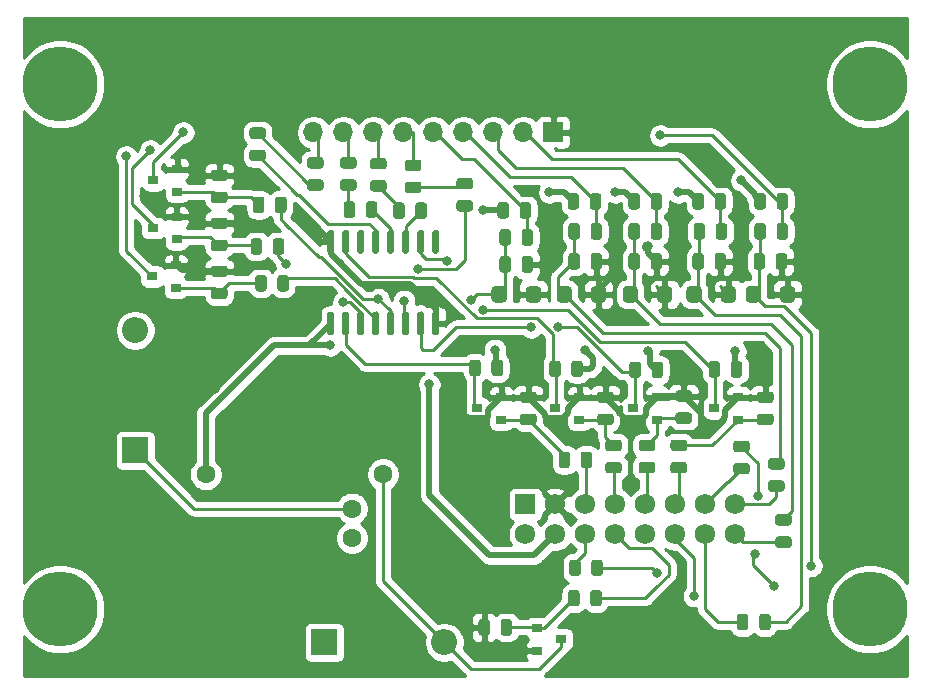
<source format=gbr>
G04 #@! TF.GenerationSoftware,KiCad,Pcbnew,(5.1.6-0-10_14)*
G04 #@! TF.CreationDate,2020-07-24T18:21:48-04:00*
G04 #@! TF.ProjectId,Pufferfish-Interface-2,50756666-6572-4666-9973-682d496e7465,rev?*
G04 #@! TF.SameCoordinates,Original*
G04 #@! TF.FileFunction,Copper,L1,Top*
G04 #@! TF.FilePolarity,Positive*
%FSLAX46Y46*%
G04 Gerber Fmt 4.6, Leading zero omitted, Abs format (unit mm)*
G04 Created by KiCad (PCBNEW (5.1.6-0-10_14)) date 2020-07-24 18:21:48*
%MOMM*%
%LPD*%
G01*
G04 APERTURE LIST*
G04 #@! TA.AperFunction,ComponentPad*
%ADD10C,6.350000*%
G04 #@! TD*
G04 #@! TA.AperFunction,ComponentPad*
%ADD11R,1.725000X1.725000*%
G04 #@! TD*
G04 #@! TA.AperFunction,ComponentPad*
%ADD12C,1.725000*%
G04 #@! TD*
G04 #@! TA.AperFunction,ComponentPad*
%ADD13O,1.700000X1.700000*%
G04 #@! TD*
G04 #@! TA.AperFunction,ComponentPad*
%ADD14R,1.700000X1.700000*%
G04 #@! TD*
G04 #@! TA.AperFunction,ComponentPad*
%ADD15C,1.600000*%
G04 #@! TD*
G04 #@! TA.AperFunction,ComponentPad*
%ADD16R,2.200000X2.200000*%
G04 #@! TD*
G04 #@! TA.AperFunction,ComponentPad*
%ADD17O,2.200000X2.200000*%
G04 #@! TD*
G04 #@! TA.AperFunction,SMDPad,CuDef*
%ADD18R,0.900000X0.800000*%
G04 #@! TD*
G04 #@! TA.AperFunction,ViaPad*
%ADD19C,0.800000*%
G04 #@! TD*
G04 #@! TA.AperFunction,Conductor*
%ADD20C,0.250000*%
G04 #@! TD*
G04 #@! TA.AperFunction,Conductor*
%ADD21C,0.508000*%
G04 #@! TD*
G04 #@! TA.AperFunction,Conductor*
%ADD22C,0.254000*%
G04 #@! TD*
G04 APERTURE END LIST*
D10*
X-3810000Y-6350000D03*
X-3810000Y-50800000D03*
X64770000Y-50800000D03*
X64770000Y-6350000D03*
D11*
X35560000Y-41910000D03*
D12*
X35560000Y-44450000D03*
X38100000Y-41910000D03*
X38100000Y-44450000D03*
X40640000Y-41910000D03*
X40640000Y-44450000D03*
X43180000Y-41910000D03*
X43180000Y-44450000D03*
X45720000Y-41910000D03*
X45720000Y-44450000D03*
X48260000Y-41910000D03*
X48260000Y-44450000D03*
X50800000Y-41910000D03*
X50800000Y-44450000D03*
X53340000Y-41910000D03*
X53340000Y-44450000D03*
D13*
X17619980Y-10421620D03*
X20159980Y-10421620D03*
X22699980Y-10421620D03*
X25239980Y-10421620D03*
X27779980Y-10421620D03*
X30319980Y-10421620D03*
X32859980Y-10421620D03*
X35399980Y-10421620D03*
D14*
X37939980Y-10421620D03*
G04 #@! TA.AperFunction,SMDPad,CuDef*
G36*
G01*
X13356910Y-10975160D02*
X12444410Y-10975160D01*
G75*
G02*
X12200660Y-10731410I0J243750D01*
G01*
X12200660Y-10243910D01*
G75*
G02*
X12444410Y-10000160I243750J0D01*
G01*
X13356910Y-10000160D01*
G75*
G02*
X13600660Y-10243910I0J-243750D01*
G01*
X13600660Y-10731410D01*
G75*
G02*
X13356910Y-10975160I-243750J0D01*
G01*
G37*
G04 #@! TD.AperFunction*
G04 #@! TA.AperFunction,SMDPad,CuDef*
G36*
G01*
X13356910Y-12850160D02*
X12444410Y-12850160D01*
G75*
G02*
X12200660Y-12606410I0J243750D01*
G01*
X12200660Y-12118910D01*
G75*
G02*
X12444410Y-11875160I243750J0D01*
G01*
X13356910Y-11875160D01*
G75*
G02*
X13600660Y-12118910I0J-243750D01*
G01*
X13600660Y-12606410D01*
G75*
G02*
X13356910Y-12850160I-243750J0D01*
G01*
G37*
G04 #@! TD.AperFunction*
G04 #@! TA.AperFunction,SMDPad,CuDef*
G36*
G01*
X21157780Y-16503330D02*
X21157780Y-17415830D01*
G75*
G02*
X20914030Y-17659580I-243750J0D01*
G01*
X20426530Y-17659580D01*
G75*
G02*
X20182780Y-17415830I0J243750D01*
G01*
X20182780Y-16503330D01*
G75*
G02*
X20426530Y-16259580I243750J0D01*
G01*
X20914030Y-16259580D01*
G75*
G02*
X21157780Y-16503330I0J-243750D01*
G01*
G37*
G04 #@! TD.AperFunction*
G04 #@! TA.AperFunction,SMDPad,CuDef*
G36*
G01*
X23032780Y-16503330D02*
X23032780Y-17415830D01*
G75*
G02*
X22789030Y-17659580I-243750J0D01*
G01*
X22301530Y-17659580D01*
G75*
G02*
X22057780Y-17415830I0J243750D01*
G01*
X22057780Y-16503330D01*
G75*
G02*
X22301530Y-16259580I243750J0D01*
G01*
X22789030Y-16259580D01*
G75*
G02*
X23032780Y-16503330I0J-243750D01*
G01*
G37*
G04 #@! TD.AperFunction*
G04 #@! TA.AperFunction,SMDPad,CuDef*
G36*
G01*
X25364020Y-16594770D02*
X25364020Y-17507270D01*
G75*
G02*
X25120270Y-17751020I-243750J0D01*
G01*
X24632770Y-17751020D01*
G75*
G02*
X24389020Y-17507270I0J243750D01*
G01*
X24389020Y-16594770D01*
G75*
G02*
X24632770Y-16351020I243750J0D01*
G01*
X25120270Y-16351020D01*
G75*
G02*
X25364020Y-16594770I0J-243750D01*
G01*
G37*
G04 #@! TD.AperFunction*
G04 #@! TA.AperFunction,SMDPad,CuDef*
G36*
G01*
X27239020Y-16594770D02*
X27239020Y-17507270D01*
G75*
G02*
X26995270Y-17751020I-243750J0D01*
G01*
X26507770Y-17751020D01*
G75*
G02*
X26264020Y-17507270I0J243750D01*
G01*
X26264020Y-16594770D01*
G75*
G02*
X26507770Y-16351020I243750J0D01*
G01*
X26995270Y-16351020D01*
G75*
G02*
X27239020Y-16594770I0J-243750D01*
G01*
G37*
G04 #@! TD.AperFunction*
G04 #@! TA.AperFunction,SMDPad,CuDef*
G36*
G01*
X30893070Y-15247440D02*
X29980570Y-15247440D01*
G75*
G02*
X29736820Y-15003690I0J243750D01*
G01*
X29736820Y-14516190D01*
G75*
G02*
X29980570Y-14272440I243750J0D01*
G01*
X30893070Y-14272440D01*
G75*
G02*
X31136820Y-14516190I0J-243750D01*
G01*
X31136820Y-15003690D01*
G75*
G02*
X30893070Y-15247440I-243750J0D01*
G01*
G37*
G04 #@! TD.AperFunction*
G04 #@! TA.AperFunction,SMDPad,CuDef*
G36*
G01*
X30893070Y-17122440D02*
X29980570Y-17122440D01*
G75*
G02*
X29736820Y-16878690I0J243750D01*
G01*
X29736820Y-16391190D01*
G75*
G02*
X29980570Y-16147440I243750J0D01*
G01*
X30893070Y-16147440D01*
G75*
G02*
X31136820Y-16391190I0J-243750D01*
G01*
X31136820Y-16878690D01*
G75*
G02*
X30893070Y-17122440I-243750J0D01*
G01*
G37*
G04 #@! TD.AperFunction*
G04 #@! TA.AperFunction,SMDPad,CuDef*
G36*
G01*
X13469200Y-16099470D02*
X13469200Y-17011970D01*
G75*
G02*
X13225450Y-17255720I-243750J0D01*
G01*
X12737950Y-17255720D01*
G75*
G02*
X12494200Y-17011970I0J243750D01*
G01*
X12494200Y-16099470D01*
G75*
G02*
X12737950Y-15855720I243750J0D01*
G01*
X13225450Y-15855720D01*
G75*
G02*
X13469200Y-16099470I0J-243750D01*
G01*
G37*
G04 #@! TD.AperFunction*
G04 #@! TA.AperFunction,SMDPad,CuDef*
G36*
G01*
X15344200Y-16099470D02*
X15344200Y-17011970D01*
G75*
G02*
X15100450Y-17255720I-243750J0D01*
G01*
X14612950Y-17255720D01*
G75*
G02*
X14369200Y-17011970I0J243750D01*
G01*
X14369200Y-16099470D01*
G75*
G02*
X14612950Y-15855720I243750J0D01*
G01*
X15100450Y-15855720D01*
G75*
G02*
X15344200Y-16099470I0J-243750D01*
G01*
G37*
G04 #@! TD.AperFunction*
G04 #@! TA.AperFunction,SMDPad,CuDef*
G36*
G01*
X13669860Y-22739030D02*
X13669860Y-23651530D01*
G75*
G02*
X13426110Y-23895280I-243750J0D01*
G01*
X12938610Y-23895280D01*
G75*
G02*
X12694860Y-23651530I0J243750D01*
G01*
X12694860Y-22739030D01*
G75*
G02*
X12938610Y-22495280I243750J0D01*
G01*
X13426110Y-22495280D01*
G75*
G02*
X13669860Y-22739030I0J-243750D01*
G01*
G37*
G04 #@! TD.AperFunction*
G04 #@! TA.AperFunction,SMDPad,CuDef*
G36*
G01*
X15544860Y-22739030D02*
X15544860Y-23651530D01*
G75*
G02*
X15301110Y-23895280I-243750J0D01*
G01*
X14813610Y-23895280D01*
G75*
G02*
X14569860Y-23651530I0J243750D01*
G01*
X14569860Y-22739030D01*
G75*
G02*
X14813610Y-22495280I243750J0D01*
G01*
X15301110Y-22495280D01*
G75*
G02*
X15544860Y-22739030I0J-243750D01*
G01*
G37*
G04 #@! TD.AperFunction*
G04 #@! TA.AperFunction,SMDPad,CuDef*
G36*
G01*
X13276160Y-19619910D02*
X13276160Y-20532410D01*
G75*
G02*
X13032410Y-20776160I-243750J0D01*
G01*
X12544910Y-20776160D01*
G75*
G02*
X12301160Y-20532410I0J243750D01*
G01*
X12301160Y-19619910D01*
G75*
G02*
X12544910Y-19376160I243750J0D01*
G01*
X13032410Y-19376160D01*
G75*
G02*
X13276160Y-19619910I0J-243750D01*
G01*
G37*
G04 #@! TD.AperFunction*
G04 #@! TA.AperFunction,SMDPad,CuDef*
G36*
G01*
X15151160Y-19619910D02*
X15151160Y-20532410D01*
G75*
G02*
X14907410Y-20776160I-243750J0D01*
G01*
X14419910Y-20776160D01*
G75*
G02*
X14176160Y-20532410I0J243750D01*
G01*
X14176160Y-19619910D01*
G75*
G02*
X14419910Y-19376160I243750J0D01*
G01*
X14907410Y-19376160D01*
G75*
G02*
X15151160Y-19619910I0J-243750D01*
G01*
G37*
G04 #@! TD.AperFunction*
G04 #@! TA.AperFunction,SMDPad,CuDef*
G36*
G01*
X57878030Y-43718060D02*
X56965530Y-43718060D01*
G75*
G02*
X56721780Y-43474310I0J243750D01*
G01*
X56721780Y-42986810D01*
G75*
G02*
X56965530Y-42743060I243750J0D01*
G01*
X57878030Y-42743060D01*
G75*
G02*
X58121780Y-42986810I0J-243750D01*
G01*
X58121780Y-43474310D01*
G75*
G02*
X57878030Y-43718060I-243750J0D01*
G01*
G37*
G04 #@! TD.AperFunction*
G04 #@! TA.AperFunction,SMDPad,CuDef*
G36*
G01*
X57878030Y-45593060D02*
X56965530Y-45593060D01*
G75*
G02*
X56721780Y-45349310I0J243750D01*
G01*
X56721780Y-44861810D01*
G75*
G02*
X56965530Y-44618060I243750J0D01*
G01*
X57878030Y-44618060D01*
G75*
G02*
X58121780Y-44861810I0J-243750D01*
G01*
X58121780Y-45349310D01*
G75*
G02*
X57878030Y-45593060I-243750J0D01*
G01*
G37*
G04 #@! TD.AperFunction*
G04 #@! TA.AperFunction,SMDPad,CuDef*
G36*
G01*
X55354640Y-52330670D02*
X55354640Y-51418170D01*
G75*
G02*
X55598390Y-51174420I243750J0D01*
G01*
X56085890Y-51174420D01*
G75*
G02*
X56329640Y-51418170I0J-243750D01*
G01*
X56329640Y-52330670D01*
G75*
G02*
X56085890Y-52574420I-243750J0D01*
G01*
X55598390Y-52574420D01*
G75*
G02*
X55354640Y-52330670I0J243750D01*
G01*
G37*
G04 #@! TD.AperFunction*
G04 #@! TA.AperFunction,SMDPad,CuDef*
G36*
G01*
X53479640Y-52330670D02*
X53479640Y-51418170D01*
G75*
G02*
X53723390Y-51174420I243750J0D01*
G01*
X54210890Y-51174420D01*
G75*
G02*
X54454640Y-51418170I0J-243750D01*
G01*
X54454640Y-52330670D01*
G75*
G02*
X54210890Y-52574420I-243750J0D01*
G01*
X53723390Y-52574420D01*
G75*
G02*
X53479640Y-52330670I0J243750D01*
G01*
G37*
G04 #@! TD.AperFunction*
G04 #@! TA.AperFunction,SMDPad,CuDef*
G36*
G01*
X40154440Y-49393790D02*
X40154440Y-50306290D01*
G75*
G02*
X39910690Y-50550040I-243750J0D01*
G01*
X39423190Y-50550040D01*
G75*
G02*
X39179440Y-50306290I0J243750D01*
G01*
X39179440Y-49393790D01*
G75*
G02*
X39423190Y-49150040I243750J0D01*
G01*
X39910690Y-49150040D01*
G75*
G02*
X40154440Y-49393790I0J-243750D01*
G01*
G37*
G04 #@! TD.AperFunction*
G04 #@! TA.AperFunction,SMDPad,CuDef*
G36*
G01*
X42029440Y-49393790D02*
X42029440Y-50306290D01*
G75*
G02*
X41785690Y-50550040I-243750J0D01*
G01*
X41298190Y-50550040D01*
G75*
G02*
X41054440Y-50306290I0J243750D01*
G01*
X41054440Y-49393790D01*
G75*
G02*
X41298190Y-49150040I243750J0D01*
G01*
X41785690Y-49150040D01*
G75*
G02*
X42029440Y-49393790I0J-243750D01*
G01*
G37*
G04 #@! TD.AperFunction*
G04 #@! TA.AperFunction,SMDPad,CuDef*
G36*
G01*
X41153740Y-47738350D02*
X41153740Y-46825850D01*
G75*
G02*
X41397490Y-46582100I243750J0D01*
G01*
X41884990Y-46582100D01*
G75*
G02*
X42128740Y-46825850I0J-243750D01*
G01*
X42128740Y-47738350D01*
G75*
G02*
X41884990Y-47982100I-243750J0D01*
G01*
X41397490Y-47982100D01*
G75*
G02*
X41153740Y-47738350I0J243750D01*
G01*
G37*
G04 #@! TD.AperFunction*
G04 #@! TA.AperFunction,SMDPad,CuDef*
G36*
G01*
X39278740Y-47738350D02*
X39278740Y-46825850D01*
G75*
G02*
X39522490Y-46582100I243750J0D01*
G01*
X40009990Y-46582100D01*
G75*
G02*
X40253740Y-46825850I0J-243750D01*
G01*
X40253740Y-47738350D01*
G75*
G02*
X40009990Y-47982100I-243750J0D01*
G01*
X39522490Y-47982100D01*
G75*
G02*
X39278740Y-47738350I0J243750D01*
G01*
G37*
G04 #@! TD.AperFunction*
G04 #@! TA.AperFunction,SMDPad,CuDef*
G36*
G01*
X56358470Y-39865480D02*
X57270970Y-39865480D01*
G75*
G02*
X57514720Y-40109230I0J-243750D01*
G01*
X57514720Y-40596730D01*
G75*
G02*
X57270970Y-40840480I-243750J0D01*
G01*
X56358470Y-40840480D01*
G75*
G02*
X56114720Y-40596730I0J243750D01*
G01*
X56114720Y-40109230D01*
G75*
G02*
X56358470Y-39865480I243750J0D01*
G01*
G37*
G04 #@! TD.AperFunction*
G04 #@! TA.AperFunction,SMDPad,CuDef*
G36*
G01*
X56358470Y-37990480D02*
X57270970Y-37990480D01*
G75*
G02*
X57514720Y-38234230I0J-243750D01*
G01*
X57514720Y-38721730D01*
G75*
G02*
X57270970Y-38965480I-243750J0D01*
G01*
X56358470Y-38965480D01*
G75*
G02*
X56114720Y-38721730I0J243750D01*
G01*
X56114720Y-38234230D01*
G75*
G02*
X56358470Y-37990480I243750J0D01*
G01*
G37*
G04 #@! TD.AperFunction*
G04 #@! TA.AperFunction,SMDPad,CuDef*
G36*
G01*
X53401910Y-38400140D02*
X54314410Y-38400140D01*
G75*
G02*
X54558160Y-38643890I0J-243750D01*
G01*
X54558160Y-39131390D01*
G75*
G02*
X54314410Y-39375140I-243750J0D01*
G01*
X53401910Y-39375140D01*
G75*
G02*
X53158160Y-39131390I0J243750D01*
G01*
X53158160Y-38643890D01*
G75*
G02*
X53401910Y-38400140I243750J0D01*
G01*
G37*
G04 #@! TD.AperFunction*
G04 #@! TA.AperFunction,SMDPad,CuDef*
G36*
G01*
X53401910Y-36525140D02*
X54314410Y-36525140D01*
G75*
G02*
X54558160Y-36768890I0J-243750D01*
G01*
X54558160Y-37256390D01*
G75*
G02*
X54314410Y-37500140I-243750J0D01*
G01*
X53401910Y-37500140D01*
G75*
G02*
X53158160Y-37256390I0J243750D01*
G01*
X53158160Y-36768890D01*
G75*
G02*
X53401910Y-36525140I243750J0D01*
G01*
G37*
G04 #@! TD.AperFunction*
G04 #@! TA.AperFunction,SMDPad,CuDef*
G36*
G01*
X48095850Y-38313780D02*
X49008350Y-38313780D01*
G75*
G02*
X49252100Y-38557530I0J-243750D01*
G01*
X49252100Y-39045030D01*
G75*
G02*
X49008350Y-39288780I-243750J0D01*
G01*
X48095850Y-39288780D01*
G75*
G02*
X47852100Y-39045030I0J243750D01*
G01*
X47852100Y-38557530D01*
G75*
G02*
X48095850Y-38313780I243750J0D01*
G01*
G37*
G04 #@! TD.AperFunction*
G04 #@! TA.AperFunction,SMDPad,CuDef*
G36*
G01*
X48095850Y-36438780D02*
X49008350Y-36438780D01*
G75*
G02*
X49252100Y-36682530I0J-243750D01*
G01*
X49252100Y-37170030D01*
G75*
G02*
X49008350Y-37413780I-243750J0D01*
G01*
X48095850Y-37413780D01*
G75*
G02*
X47852100Y-37170030I0J243750D01*
G01*
X47852100Y-36682530D01*
G75*
G02*
X48095850Y-36438780I243750J0D01*
G01*
G37*
G04 #@! TD.AperFunction*
G04 #@! TA.AperFunction,SMDPad,CuDef*
G36*
G01*
X45400910Y-38313780D02*
X46313410Y-38313780D01*
G75*
G02*
X46557160Y-38557530I0J-243750D01*
G01*
X46557160Y-39045030D01*
G75*
G02*
X46313410Y-39288780I-243750J0D01*
G01*
X45400910Y-39288780D01*
G75*
G02*
X45157160Y-39045030I0J243750D01*
G01*
X45157160Y-38557530D01*
G75*
G02*
X45400910Y-38313780I243750J0D01*
G01*
G37*
G04 #@! TD.AperFunction*
G04 #@! TA.AperFunction,SMDPad,CuDef*
G36*
G01*
X45400910Y-36438780D02*
X46313410Y-36438780D01*
G75*
G02*
X46557160Y-36682530I0J-243750D01*
G01*
X46557160Y-37170030D01*
G75*
G02*
X46313410Y-37413780I-243750J0D01*
G01*
X45400910Y-37413780D01*
G75*
G02*
X45157160Y-37170030I0J243750D01*
G01*
X45157160Y-36682530D01*
G75*
G02*
X45400910Y-36438780I243750J0D01*
G01*
G37*
G04 #@! TD.AperFunction*
G04 #@! TA.AperFunction,SMDPad,CuDef*
G36*
G01*
X42576430Y-38313780D02*
X43488930Y-38313780D01*
G75*
G02*
X43732680Y-38557530I0J-243750D01*
G01*
X43732680Y-39045030D01*
G75*
G02*
X43488930Y-39288780I-243750J0D01*
G01*
X42576430Y-39288780D01*
G75*
G02*
X42332680Y-39045030I0J243750D01*
G01*
X42332680Y-38557530D01*
G75*
G02*
X42576430Y-38313780I243750J0D01*
G01*
G37*
G04 #@! TD.AperFunction*
G04 #@! TA.AperFunction,SMDPad,CuDef*
G36*
G01*
X42576430Y-36438780D02*
X43488930Y-36438780D01*
G75*
G02*
X43732680Y-36682530I0J-243750D01*
G01*
X43732680Y-37170030D01*
G75*
G02*
X43488930Y-37413780I-243750J0D01*
G01*
X42576430Y-37413780D01*
G75*
G02*
X42332680Y-37170030I0J243750D01*
G01*
X42332680Y-36682530D01*
G75*
G02*
X42576430Y-36438780I243750J0D01*
G01*
G37*
G04 #@! TD.AperFunction*
G04 #@! TA.AperFunction,SMDPad,CuDef*
G36*
G01*
X40249260Y-38596890D02*
X40249260Y-37684390D01*
G75*
G02*
X40493010Y-37440640I243750J0D01*
G01*
X40980510Y-37440640D01*
G75*
G02*
X41224260Y-37684390I0J-243750D01*
G01*
X41224260Y-38596890D01*
G75*
G02*
X40980510Y-38840640I-243750J0D01*
G01*
X40493010Y-38840640D01*
G75*
G02*
X40249260Y-38596890I0J243750D01*
G01*
G37*
G04 #@! TD.AperFunction*
G04 #@! TA.AperFunction,SMDPad,CuDef*
G36*
G01*
X38374260Y-38596890D02*
X38374260Y-37684390D01*
G75*
G02*
X38618010Y-37440640I243750J0D01*
G01*
X39105510Y-37440640D01*
G75*
G02*
X39349260Y-37684390I0J-243750D01*
G01*
X39349260Y-38596890D01*
G75*
G02*
X39105510Y-38840640I-243750J0D01*
G01*
X38618010Y-38840640D01*
G75*
G02*
X38374260Y-38596890I0J243750D01*
G01*
G37*
G04 #@! TD.AperFunction*
D15*
X23502000Y-39370000D03*
X8502000Y-39370000D03*
X20902000Y-42270000D03*
X20902000Y-44770000D03*
G04 #@! TA.AperFunction,SMDPad,CuDef*
G36*
G01*
X51582500Y-21792250D02*
X51582500Y-20879750D01*
G75*
G02*
X51826250Y-20636000I243750J0D01*
G01*
X52313750Y-20636000D01*
G75*
G02*
X52557500Y-20879750I0J-243750D01*
G01*
X52557500Y-21792250D01*
G75*
G02*
X52313750Y-22036000I-243750J0D01*
G01*
X51826250Y-22036000D01*
G75*
G02*
X51582500Y-21792250I0J243750D01*
G01*
G37*
G04 #@! TD.AperFunction*
G04 #@! TA.AperFunction,SMDPad,CuDef*
G36*
G01*
X49707500Y-21792250D02*
X49707500Y-20879750D01*
G75*
G02*
X49951250Y-20636000I243750J0D01*
G01*
X50438750Y-20636000D01*
G75*
G02*
X50682500Y-20879750I0J-243750D01*
G01*
X50682500Y-21792250D01*
G75*
G02*
X50438750Y-22036000I-243750J0D01*
G01*
X49951250Y-22036000D01*
G75*
G02*
X49707500Y-21792250I0J243750D01*
G01*
G37*
G04 #@! TD.AperFunction*
G04 #@! TA.AperFunction,SMDPad,CuDef*
G36*
G01*
X46170000Y-21792250D02*
X46170000Y-20879750D01*
G75*
G02*
X46413750Y-20636000I243750J0D01*
G01*
X46901250Y-20636000D01*
G75*
G02*
X47145000Y-20879750I0J-243750D01*
G01*
X47145000Y-21792250D01*
G75*
G02*
X46901250Y-22036000I-243750J0D01*
G01*
X46413750Y-22036000D01*
G75*
G02*
X46170000Y-21792250I0J243750D01*
G01*
G37*
G04 #@! TD.AperFunction*
G04 #@! TA.AperFunction,SMDPad,CuDef*
G36*
G01*
X44295000Y-21792250D02*
X44295000Y-20879750D01*
G75*
G02*
X44538750Y-20636000I243750J0D01*
G01*
X45026250Y-20636000D01*
G75*
G02*
X45270000Y-20879750I0J-243750D01*
G01*
X45270000Y-21792250D01*
G75*
G02*
X45026250Y-22036000I-243750J0D01*
G01*
X44538750Y-22036000D01*
G75*
G02*
X44295000Y-21792250I0J243750D01*
G01*
G37*
G04 #@! TD.AperFunction*
G04 #@! TA.AperFunction,SMDPad,CuDef*
G36*
G01*
X39215000Y-21792250D02*
X39215000Y-20879750D01*
G75*
G02*
X39458750Y-20636000I243750J0D01*
G01*
X39946250Y-20636000D01*
G75*
G02*
X40190000Y-20879750I0J-243750D01*
G01*
X40190000Y-21792250D01*
G75*
G02*
X39946250Y-22036000I-243750J0D01*
G01*
X39458750Y-22036000D01*
G75*
G02*
X39215000Y-21792250I0J243750D01*
G01*
G37*
G04 #@! TD.AperFunction*
G04 #@! TA.AperFunction,SMDPad,CuDef*
G36*
G01*
X41090000Y-21792250D02*
X41090000Y-20879750D01*
G75*
G02*
X41333750Y-20636000I243750J0D01*
G01*
X41821250Y-20636000D01*
G75*
G02*
X42065000Y-20879750I0J-243750D01*
G01*
X42065000Y-21792250D01*
G75*
G02*
X41821250Y-22036000I-243750J0D01*
G01*
X41333750Y-22036000D01*
G75*
G02*
X41090000Y-21792250I0J243750D01*
G01*
G37*
G04 #@! TD.AperFunction*
G04 #@! TA.AperFunction,SMDPad,CuDef*
G36*
G01*
X33373000Y-22046250D02*
X33373000Y-21133750D01*
G75*
G02*
X33616750Y-20890000I243750J0D01*
G01*
X34104250Y-20890000D01*
G75*
G02*
X34348000Y-21133750I0J-243750D01*
G01*
X34348000Y-22046250D01*
G75*
G02*
X34104250Y-22290000I-243750J0D01*
G01*
X33616750Y-22290000D01*
G75*
G02*
X33373000Y-22046250I0J243750D01*
G01*
G37*
G04 #@! TD.AperFunction*
G04 #@! TA.AperFunction,SMDPad,CuDef*
G36*
G01*
X35248000Y-22046250D02*
X35248000Y-21133750D01*
G75*
G02*
X35491750Y-20890000I243750J0D01*
G01*
X35979250Y-20890000D01*
G75*
G02*
X36223000Y-21133750I0J-243750D01*
G01*
X36223000Y-22046250D01*
G75*
G02*
X35979250Y-22290000I-243750J0D01*
G01*
X35491750Y-22290000D01*
G75*
G02*
X35248000Y-22046250I0J243750D01*
G01*
G37*
G04 #@! TD.AperFunction*
G04 #@! TA.AperFunction,SMDPad,CuDef*
G36*
G01*
X54884500Y-21792250D02*
X54884500Y-20879750D01*
G75*
G02*
X55128250Y-20636000I243750J0D01*
G01*
X55615750Y-20636000D01*
G75*
G02*
X55859500Y-20879750I0J-243750D01*
G01*
X55859500Y-21792250D01*
G75*
G02*
X55615750Y-22036000I-243750J0D01*
G01*
X55128250Y-22036000D01*
G75*
G02*
X54884500Y-21792250I0J243750D01*
G01*
G37*
G04 #@! TD.AperFunction*
G04 #@! TA.AperFunction,SMDPad,CuDef*
G36*
G01*
X56759500Y-21792250D02*
X56759500Y-20879750D01*
G75*
G02*
X57003250Y-20636000I243750J0D01*
G01*
X57490750Y-20636000D01*
G75*
G02*
X57734500Y-20879750I0J-243750D01*
G01*
X57734500Y-21792250D01*
G75*
G02*
X57490750Y-22036000I-243750J0D01*
G01*
X57003250Y-22036000D01*
G75*
G02*
X56759500Y-21792250I0J243750D01*
G01*
G37*
G04 #@! TD.AperFunction*
D16*
X18542000Y-53594000D03*
D17*
X28702000Y-53594000D03*
X2540000Y-27178000D03*
D16*
X2540000Y-37338000D03*
G04 #@! TA.AperFunction,SMDPad,CuDef*
G36*
G01*
X49208000Y-24505000D02*
X49208000Y-23755000D01*
G75*
G02*
X49533000Y-23430000I325000J0D01*
G01*
X50183000Y-23430000D01*
G75*
G02*
X50508000Y-23755000I0J-325000D01*
G01*
X50508000Y-24505000D01*
G75*
G02*
X50183000Y-24830000I-325000J0D01*
G01*
X49533000Y-24830000D01*
G75*
G02*
X49208000Y-24505000I0J325000D01*
G01*
G37*
G04 #@! TD.AperFunction*
G04 #@! TA.AperFunction,SMDPad,CuDef*
G36*
G01*
X52108000Y-24505000D02*
X52108000Y-23755000D01*
G75*
G02*
X52433000Y-23430000I325000J0D01*
G01*
X53083000Y-23430000D01*
G75*
G02*
X53408000Y-23755000I0J-325000D01*
G01*
X53408000Y-24505000D01*
G75*
G02*
X53083000Y-24830000I-325000J0D01*
G01*
X52433000Y-24830000D01*
G75*
G02*
X52108000Y-24505000I0J325000D01*
G01*
G37*
G04 #@! TD.AperFunction*
G04 #@! TA.AperFunction,SMDPad,CuDef*
G36*
G01*
X43800000Y-24505000D02*
X43800000Y-23755000D01*
G75*
G02*
X44125000Y-23430000I325000J0D01*
G01*
X44775000Y-23430000D01*
G75*
G02*
X45100000Y-23755000I0J-325000D01*
G01*
X45100000Y-24505000D01*
G75*
G02*
X44775000Y-24830000I-325000J0D01*
G01*
X44125000Y-24830000D01*
G75*
G02*
X43800000Y-24505000I0J325000D01*
G01*
G37*
G04 #@! TD.AperFunction*
G04 #@! TA.AperFunction,SMDPad,CuDef*
G36*
G01*
X46700000Y-24505000D02*
X46700000Y-23755000D01*
G75*
G02*
X47025000Y-23430000I325000J0D01*
G01*
X47675000Y-23430000D01*
G75*
G02*
X48000000Y-23755000I0J-325000D01*
G01*
X48000000Y-24505000D01*
G75*
G02*
X47675000Y-24830000I-325000J0D01*
G01*
X47025000Y-24830000D01*
G75*
G02*
X46700000Y-24505000I0J325000D01*
G01*
G37*
G04 #@! TD.AperFunction*
G04 #@! TA.AperFunction,SMDPad,CuDef*
G36*
G01*
X41112000Y-24505000D02*
X41112000Y-23755000D01*
G75*
G02*
X41437000Y-23430000I325000J0D01*
G01*
X42087000Y-23430000D01*
G75*
G02*
X42412000Y-23755000I0J-325000D01*
G01*
X42412000Y-24505000D01*
G75*
G02*
X42087000Y-24830000I-325000J0D01*
G01*
X41437000Y-24830000D01*
G75*
G02*
X41112000Y-24505000I0J325000D01*
G01*
G37*
G04 #@! TD.AperFunction*
G04 #@! TA.AperFunction,SMDPad,CuDef*
G36*
G01*
X38212000Y-24505000D02*
X38212000Y-23755000D01*
G75*
G02*
X38537000Y-23430000I325000J0D01*
G01*
X39187000Y-23430000D01*
G75*
G02*
X39512000Y-23755000I0J-325000D01*
G01*
X39512000Y-24505000D01*
G75*
G02*
X39187000Y-24830000I-325000J0D01*
G01*
X38537000Y-24830000D01*
G75*
G02*
X38212000Y-24505000I0J325000D01*
G01*
G37*
G04 #@! TD.AperFunction*
G04 #@! TA.AperFunction,SMDPad,CuDef*
G36*
G01*
X35598000Y-24505000D02*
X35598000Y-23755000D01*
G75*
G02*
X35923000Y-23430000I325000J0D01*
G01*
X36573000Y-23430000D01*
G75*
G02*
X36898000Y-23755000I0J-325000D01*
G01*
X36898000Y-24505000D01*
G75*
G02*
X36573000Y-24830000I-325000J0D01*
G01*
X35923000Y-24830000D01*
G75*
G02*
X35598000Y-24505000I0J325000D01*
G01*
G37*
G04 #@! TD.AperFunction*
G04 #@! TA.AperFunction,SMDPad,CuDef*
G36*
G01*
X32698000Y-24505000D02*
X32698000Y-23755000D01*
G75*
G02*
X33023000Y-23430000I325000J0D01*
G01*
X33673000Y-23430000D01*
G75*
G02*
X33998000Y-23755000I0J-325000D01*
G01*
X33998000Y-24505000D01*
G75*
G02*
X33673000Y-24830000I-325000J0D01*
G01*
X33023000Y-24830000D01*
G75*
G02*
X32698000Y-24505000I0J325000D01*
G01*
G37*
G04 #@! TD.AperFunction*
G04 #@! TA.AperFunction,SMDPad,CuDef*
G36*
G01*
X57114000Y-24505000D02*
X57114000Y-23755000D01*
G75*
G02*
X57439000Y-23430000I325000J0D01*
G01*
X58089000Y-23430000D01*
G75*
G02*
X58414000Y-23755000I0J-325000D01*
G01*
X58414000Y-24505000D01*
G75*
G02*
X58089000Y-24830000I-325000J0D01*
G01*
X57439000Y-24830000D01*
G75*
G02*
X57114000Y-24505000I0J325000D01*
G01*
G37*
G04 #@! TD.AperFunction*
G04 #@! TA.AperFunction,SMDPad,CuDef*
G36*
G01*
X54214000Y-24505000D02*
X54214000Y-23755000D01*
G75*
G02*
X54539000Y-23430000I325000J0D01*
G01*
X55189000Y-23430000D01*
G75*
G02*
X55514000Y-23755000I0J-325000D01*
G01*
X55514000Y-24505000D01*
G75*
G02*
X55189000Y-24830000I-325000J0D01*
G01*
X54539000Y-24830000D01*
G75*
G02*
X54214000Y-24505000I0J325000D01*
G01*
G37*
G04 #@! TD.AperFunction*
D18*
X33512000Y-34732000D03*
X33512000Y-32832000D03*
X31512000Y-33782000D03*
X38116000Y-33782000D03*
X40116000Y-32832000D03*
X40116000Y-34732000D03*
X46720000Y-34732000D03*
X46720000Y-32832000D03*
X44720000Y-33782000D03*
X51578000Y-33782000D03*
X53578000Y-32832000D03*
X53578000Y-34732000D03*
X36592000Y-52390000D03*
X36592000Y-54290000D03*
X38592000Y-53340000D03*
X5970780Y-23566160D03*
X5970780Y-21666160D03*
X3970780Y-22616160D03*
X4047740Y-18521720D03*
X6047740Y-17571720D03*
X6047740Y-19471720D03*
X4080000Y-14478000D03*
X6080000Y-13528000D03*
X6080000Y-15428000D03*
G04 #@! TA.AperFunction,SMDPad,CuDef*
G36*
G01*
X36270250Y-33332000D02*
X35357750Y-33332000D01*
G75*
G02*
X35114000Y-33088250I0J243750D01*
G01*
X35114000Y-32600750D01*
G75*
G02*
X35357750Y-32357000I243750J0D01*
G01*
X36270250Y-32357000D01*
G75*
G02*
X36514000Y-32600750I0J-243750D01*
G01*
X36514000Y-33088250D01*
G75*
G02*
X36270250Y-33332000I-243750J0D01*
G01*
G37*
G04 #@! TD.AperFunction*
G04 #@! TA.AperFunction,SMDPad,CuDef*
G36*
G01*
X36270250Y-35207000D02*
X35357750Y-35207000D01*
G75*
G02*
X35114000Y-34963250I0J243750D01*
G01*
X35114000Y-34475750D01*
G75*
G02*
X35357750Y-34232000I243750J0D01*
G01*
X36270250Y-34232000D01*
G75*
G02*
X36514000Y-34475750I0J-243750D01*
G01*
X36514000Y-34963250D01*
G75*
G02*
X36270250Y-35207000I-243750J0D01*
G01*
G37*
G04 #@! TD.AperFunction*
G04 #@! TA.AperFunction,SMDPad,CuDef*
G36*
G01*
X42798050Y-35207000D02*
X41885550Y-35207000D01*
G75*
G02*
X41641800Y-34963250I0J243750D01*
G01*
X41641800Y-34475750D01*
G75*
G02*
X41885550Y-34232000I243750J0D01*
G01*
X42798050Y-34232000D01*
G75*
G02*
X43041800Y-34475750I0J-243750D01*
G01*
X43041800Y-34963250D01*
G75*
G02*
X42798050Y-35207000I-243750J0D01*
G01*
G37*
G04 #@! TD.AperFunction*
G04 #@! TA.AperFunction,SMDPad,CuDef*
G36*
G01*
X42798050Y-33332000D02*
X41885550Y-33332000D01*
G75*
G02*
X41641800Y-33088250I0J243750D01*
G01*
X41641800Y-32600750D01*
G75*
G02*
X41885550Y-32357000I243750J0D01*
G01*
X42798050Y-32357000D01*
G75*
G02*
X43041800Y-32600750I0J-243750D01*
G01*
X43041800Y-33088250D01*
G75*
G02*
X42798050Y-33332000I-243750J0D01*
G01*
G37*
G04 #@! TD.AperFunction*
G04 #@! TA.AperFunction,SMDPad,CuDef*
G36*
G01*
X49432530Y-33225320D02*
X48520030Y-33225320D01*
G75*
G02*
X48276280Y-32981570I0J243750D01*
G01*
X48276280Y-32494070D01*
G75*
G02*
X48520030Y-32250320I243750J0D01*
G01*
X49432530Y-32250320D01*
G75*
G02*
X49676280Y-32494070I0J-243750D01*
G01*
X49676280Y-32981570D01*
G75*
G02*
X49432530Y-33225320I-243750J0D01*
G01*
G37*
G04 #@! TD.AperFunction*
G04 #@! TA.AperFunction,SMDPad,CuDef*
G36*
G01*
X49432530Y-35100320D02*
X48520030Y-35100320D01*
G75*
G02*
X48276280Y-34856570I0J243750D01*
G01*
X48276280Y-34369070D01*
G75*
G02*
X48520030Y-34125320I243750J0D01*
G01*
X49432530Y-34125320D01*
G75*
G02*
X49676280Y-34369070I0J-243750D01*
G01*
X49676280Y-34856570D01*
G75*
G02*
X49432530Y-35100320I-243750J0D01*
G01*
G37*
G04 #@! TD.AperFunction*
G04 #@! TA.AperFunction,SMDPad,CuDef*
G36*
G01*
X56336250Y-35207000D02*
X55423750Y-35207000D01*
G75*
G02*
X55180000Y-34963250I0J243750D01*
G01*
X55180000Y-34475750D01*
G75*
G02*
X55423750Y-34232000I243750J0D01*
G01*
X56336250Y-34232000D01*
G75*
G02*
X56580000Y-34475750I0J-243750D01*
G01*
X56580000Y-34963250D01*
G75*
G02*
X56336250Y-35207000I-243750J0D01*
G01*
G37*
G04 #@! TD.AperFunction*
G04 #@! TA.AperFunction,SMDPad,CuDef*
G36*
G01*
X56336250Y-33332000D02*
X55423750Y-33332000D01*
G75*
G02*
X55180000Y-33088250I0J243750D01*
G01*
X55180000Y-32600750D01*
G75*
G02*
X55423750Y-32357000I243750J0D01*
G01*
X56336250Y-32357000D01*
G75*
G02*
X56580000Y-32600750I0J-243750D01*
G01*
X56580000Y-33088250D01*
G75*
G02*
X56336250Y-33332000I-243750J0D01*
G01*
G37*
G04 #@! TD.AperFunction*
G04 #@! TA.AperFunction,SMDPad,CuDef*
G36*
G01*
X33673080Y-29904370D02*
X33673080Y-30816870D01*
G75*
G02*
X33429330Y-31060620I-243750J0D01*
G01*
X32941830Y-31060620D01*
G75*
G02*
X32698080Y-30816870I0J243750D01*
G01*
X32698080Y-29904370D01*
G75*
G02*
X32941830Y-29660620I243750J0D01*
G01*
X33429330Y-29660620D01*
G75*
G02*
X33673080Y-29904370I0J-243750D01*
G01*
G37*
G04 #@! TD.AperFunction*
G04 #@! TA.AperFunction,SMDPad,CuDef*
G36*
G01*
X31798080Y-29904370D02*
X31798080Y-30816870D01*
G75*
G02*
X31554330Y-31060620I-243750J0D01*
G01*
X31066830Y-31060620D01*
G75*
G02*
X30823080Y-30816870I0J243750D01*
G01*
X30823080Y-29904370D01*
G75*
G02*
X31066830Y-29660620I243750J0D01*
G01*
X31554330Y-29660620D01*
G75*
G02*
X31798080Y-29904370I0J-243750D01*
G01*
G37*
G04 #@! TD.AperFunction*
G04 #@! TA.AperFunction,SMDPad,CuDef*
G36*
G01*
X38559320Y-29983110D02*
X38559320Y-30895610D01*
G75*
G02*
X38315570Y-31139360I-243750J0D01*
G01*
X37828070Y-31139360D01*
G75*
G02*
X37584320Y-30895610I0J243750D01*
G01*
X37584320Y-29983110D01*
G75*
G02*
X37828070Y-29739360I243750J0D01*
G01*
X38315570Y-29739360D01*
G75*
G02*
X38559320Y-29983110I0J-243750D01*
G01*
G37*
G04 #@! TD.AperFunction*
G04 #@! TA.AperFunction,SMDPad,CuDef*
G36*
G01*
X40434320Y-29983110D02*
X40434320Y-30895610D01*
G75*
G02*
X40190570Y-31139360I-243750J0D01*
G01*
X39703070Y-31139360D01*
G75*
G02*
X39459320Y-30895610I0J243750D01*
G01*
X39459320Y-29983110D01*
G75*
G02*
X39703070Y-29739360I243750J0D01*
G01*
X40190570Y-29739360D01*
G75*
G02*
X40434320Y-29983110I0J-243750D01*
G01*
G37*
G04 #@! TD.AperFunction*
G04 #@! TA.AperFunction,SMDPad,CuDef*
G36*
G01*
X47223500Y-30061850D02*
X47223500Y-30974350D01*
G75*
G02*
X46979750Y-31218100I-243750J0D01*
G01*
X46492250Y-31218100D01*
G75*
G02*
X46248500Y-30974350I0J243750D01*
G01*
X46248500Y-30061850D01*
G75*
G02*
X46492250Y-29818100I243750J0D01*
G01*
X46979750Y-29818100D01*
G75*
G02*
X47223500Y-30061850I0J-243750D01*
G01*
G37*
G04 #@! TD.AperFunction*
G04 #@! TA.AperFunction,SMDPad,CuDef*
G36*
G01*
X45348500Y-30061850D02*
X45348500Y-30974350D01*
G75*
G02*
X45104750Y-31218100I-243750J0D01*
G01*
X44617250Y-31218100D01*
G75*
G02*
X44373500Y-30974350I0J243750D01*
G01*
X44373500Y-30061850D01*
G75*
G02*
X44617250Y-29818100I243750J0D01*
G01*
X45104750Y-29818100D01*
G75*
G02*
X45348500Y-30061850I0J-243750D01*
G01*
G37*
G04 #@! TD.AperFunction*
G04 #@! TA.AperFunction,SMDPad,CuDef*
G36*
G01*
X52049020Y-30023750D02*
X52049020Y-30936250D01*
G75*
G02*
X51805270Y-31180000I-243750J0D01*
G01*
X51317770Y-31180000D01*
G75*
G02*
X51074020Y-30936250I0J243750D01*
G01*
X51074020Y-30023750D01*
G75*
G02*
X51317770Y-29780000I243750J0D01*
G01*
X51805270Y-29780000D01*
G75*
G02*
X52049020Y-30023750I0J-243750D01*
G01*
G37*
G04 #@! TD.AperFunction*
G04 #@! TA.AperFunction,SMDPad,CuDef*
G36*
G01*
X53924020Y-30023750D02*
X53924020Y-30936250D01*
G75*
G02*
X53680270Y-31180000I-243750J0D01*
G01*
X53192770Y-31180000D01*
G75*
G02*
X52949020Y-30936250I0J243750D01*
G01*
X52949020Y-30023750D01*
G75*
G02*
X53192770Y-29780000I243750J0D01*
G01*
X53680270Y-29780000D01*
G75*
G02*
X53924020Y-30023750I0J-243750D01*
G01*
G37*
G04 #@! TD.AperFunction*
G04 #@! TA.AperFunction,SMDPad,CuDef*
G36*
G01*
X34445000Y-51867750D02*
X34445000Y-52780250D01*
G75*
G02*
X34201250Y-53024000I-243750J0D01*
G01*
X33713750Y-53024000D01*
G75*
G02*
X33470000Y-52780250I0J243750D01*
G01*
X33470000Y-51867750D01*
G75*
G02*
X33713750Y-51624000I243750J0D01*
G01*
X34201250Y-51624000D01*
G75*
G02*
X34445000Y-51867750I0J-243750D01*
G01*
G37*
G04 #@! TD.AperFunction*
G04 #@! TA.AperFunction,SMDPad,CuDef*
G36*
G01*
X32570000Y-51867750D02*
X32570000Y-52780250D01*
G75*
G02*
X32326250Y-53024000I-243750J0D01*
G01*
X31838750Y-53024000D01*
G75*
G02*
X31595000Y-52780250I0J243750D01*
G01*
X31595000Y-51867750D01*
G75*
G02*
X31838750Y-51624000I243750J0D01*
G01*
X32326250Y-51624000D01*
G75*
G02*
X32570000Y-51867750I0J-243750D01*
G01*
G37*
G04 #@! TD.AperFunction*
G04 #@! TA.AperFunction,SMDPad,CuDef*
G36*
G01*
X10108250Y-22664000D02*
X9195750Y-22664000D01*
G75*
G02*
X8952000Y-22420250I0J243750D01*
G01*
X8952000Y-21932750D01*
G75*
G02*
X9195750Y-21689000I243750J0D01*
G01*
X10108250Y-21689000D01*
G75*
G02*
X10352000Y-21932750I0J-243750D01*
G01*
X10352000Y-22420250D01*
G75*
G02*
X10108250Y-22664000I-243750J0D01*
G01*
G37*
G04 #@! TD.AperFunction*
G04 #@! TA.AperFunction,SMDPad,CuDef*
G36*
G01*
X10108250Y-24539000D02*
X9195750Y-24539000D01*
G75*
G02*
X8952000Y-24295250I0J243750D01*
G01*
X8952000Y-23807750D01*
G75*
G02*
X9195750Y-23564000I243750J0D01*
G01*
X10108250Y-23564000D01*
G75*
G02*
X10352000Y-23807750I0J-243750D01*
G01*
X10352000Y-24295250D01*
G75*
G02*
X10108250Y-24539000I-243750J0D01*
G01*
G37*
G04 #@! TD.AperFunction*
G04 #@! TA.AperFunction,SMDPad,CuDef*
G36*
G01*
X10108250Y-20475000D02*
X9195750Y-20475000D01*
G75*
G02*
X8952000Y-20231250I0J243750D01*
G01*
X8952000Y-19743750D01*
G75*
G02*
X9195750Y-19500000I243750J0D01*
G01*
X10108250Y-19500000D01*
G75*
G02*
X10352000Y-19743750I0J-243750D01*
G01*
X10352000Y-20231250D01*
G75*
G02*
X10108250Y-20475000I-243750J0D01*
G01*
G37*
G04 #@! TD.AperFunction*
G04 #@! TA.AperFunction,SMDPad,CuDef*
G36*
G01*
X10108250Y-18600000D02*
X9195750Y-18600000D01*
G75*
G02*
X8952000Y-18356250I0J243750D01*
G01*
X8952000Y-17868750D01*
G75*
G02*
X9195750Y-17625000I243750J0D01*
G01*
X10108250Y-17625000D01*
G75*
G02*
X10352000Y-17868750I0J-243750D01*
G01*
X10352000Y-18356250D01*
G75*
G02*
X10108250Y-18600000I-243750J0D01*
G01*
G37*
G04 #@! TD.AperFunction*
G04 #@! TA.AperFunction,SMDPad,CuDef*
G36*
G01*
X10108250Y-14536000D02*
X9195750Y-14536000D01*
G75*
G02*
X8952000Y-14292250I0J243750D01*
G01*
X8952000Y-13804750D01*
G75*
G02*
X9195750Y-13561000I243750J0D01*
G01*
X10108250Y-13561000D01*
G75*
G02*
X10352000Y-13804750I0J-243750D01*
G01*
X10352000Y-14292250D01*
G75*
G02*
X10108250Y-14536000I-243750J0D01*
G01*
G37*
G04 #@! TD.AperFunction*
G04 #@! TA.AperFunction,SMDPad,CuDef*
G36*
G01*
X10108250Y-16411000D02*
X9195750Y-16411000D01*
G75*
G02*
X8952000Y-16167250I0J243750D01*
G01*
X8952000Y-15679750D01*
G75*
G02*
X9195750Y-15436000I243750J0D01*
G01*
X10108250Y-15436000D01*
G75*
G02*
X10352000Y-15679750I0J-243750D01*
G01*
X10352000Y-16167250D01*
G75*
G02*
X10108250Y-16411000I-243750J0D01*
G01*
G37*
G04 #@! TD.AperFunction*
G04 #@! TA.AperFunction,SMDPad,CuDef*
G36*
G01*
X25609230Y-12715420D02*
X26521730Y-12715420D01*
G75*
G02*
X26765480Y-12959170I0J-243750D01*
G01*
X26765480Y-13446670D01*
G75*
G02*
X26521730Y-13690420I-243750J0D01*
G01*
X25609230Y-13690420D01*
G75*
G02*
X25365480Y-13446670I0J243750D01*
G01*
X25365480Y-12959170D01*
G75*
G02*
X25609230Y-12715420I243750J0D01*
G01*
G37*
G04 #@! TD.AperFunction*
G04 #@! TA.AperFunction,SMDPad,CuDef*
G36*
G01*
X25609230Y-14590420D02*
X26521730Y-14590420D01*
G75*
G02*
X26765480Y-14834170I0J-243750D01*
G01*
X26765480Y-15321670D01*
G75*
G02*
X26521730Y-15565420I-243750J0D01*
G01*
X25609230Y-15565420D01*
G75*
G02*
X25365480Y-15321670I0J243750D01*
G01*
X25365480Y-14834170D01*
G75*
G02*
X25609230Y-14590420I243750J0D01*
G01*
G37*
G04 #@! TD.AperFunction*
G04 #@! TA.AperFunction,SMDPad,CuDef*
G36*
G01*
X22660290Y-14457860D02*
X23572790Y-14457860D01*
G75*
G02*
X23816540Y-14701610I0J-243750D01*
G01*
X23816540Y-15189110D01*
G75*
G02*
X23572790Y-15432860I-243750J0D01*
G01*
X22660290Y-15432860D01*
G75*
G02*
X22416540Y-15189110I0J243750D01*
G01*
X22416540Y-14701610D01*
G75*
G02*
X22660290Y-14457860I243750J0D01*
G01*
G37*
G04 #@! TD.AperFunction*
G04 #@! TA.AperFunction,SMDPad,CuDef*
G36*
G01*
X22660290Y-12582860D02*
X23572790Y-12582860D01*
G75*
G02*
X23816540Y-12826610I0J-243750D01*
G01*
X23816540Y-13314110D01*
G75*
G02*
X23572790Y-13557860I-243750J0D01*
G01*
X22660290Y-13557860D01*
G75*
G02*
X22416540Y-13314110I0J243750D01*
G01*
X22416540Y-12826610D01*
G75*
G02*
X22660290Y-12582860I243750J0D01*
G01*
G37*
G04 #@! TD.AperFunction*
G04 #@! TA.AperFunction,SMDPad,CuDef*
G36*
G01*
X20120290Y-12504360D02*
X21032790Y-12504360D01*
G75*
G02*
X21276540Y-12748110I0J-243750D01*
G01*
X21276540Y-13235610D01*
G75*
G02*
X21032790Y-13479360I-243750J0D01*
G01*
X20120290Y-13479360D01*
G75*
G02*
X19876540Y-13235610I0J243750D01*
G01*
X19876540Y-12748110D01*
G75*
G02*
X20120290Y-12504360I243750J0D01*
G01*
G37*
G04 #@! TD.AperFunction*
G04 #@! TA.AperFunction,SMDPad,CuDef*
G36*
G01*
X20120290Y-14379360D02*
X21032790Y-14379360D01*
G75*
G02*
X21276540Y-14623110I0J-243750D01*
G01*
X21276540Y-15110610D01*
G75*
G02*
X21032790Y-15354360I-243750J0D01*
G01*
X20120290Y-15354360D01*
G75*
G02*
X19876540Y-15110610I0J243750D01*
G01*
X19876540Y-14623110D01*
G75*
G02*
X20120290Y-14379360I243750J0D01*
G01*
G37*
G04 #@! TD.AperFunction*
G04 #@! TA.AperFunction,SMDPad,CuDef*
G36*
G01*
X17326290Y-14379360D02*
X18238790Y-14379360D01*
G75*
G02*
X18482540Y-14623110I0J-243750D01*
G01*
X18482540Y-15110610D01*
G75*
G02*
X18238790Y-15354360I-243750J0D01*
G01*
X17326290Y-15354360D01*
G75*
G02*
X17082540Y-15110610I0J243750D01*
G01*
X17082540Y-14623110D01*
G75*
G02*
X17326290Y-14379360I243750J0D01*
G01*
G37*
G04 #@! TD.AperFunction*
G04 #@! TA.AperFunction,SMDPad,CuDef*
G36*
G01*
X17326290Y-12504360D02*
X18238790Y-12504360D01*
G75*
G02*
X18482540Y-12748110I0J-243750D01*
G01*
X18482540Y-13235610D01*
G75*
G02*
X18238790Y-13479360I-243750J0D01*
G01*
X17326290Y-13479360D01*
G75*
G02*
X17082540Y-13235610I0J243750D01*
G01*
X17082540Y-12748110D01*
G75*
G02*
X17326290Y-12504360I243750J0D01*
G01*
G37*
G04 #@! TD.AperFunction*
G04 #@! TA.AperFunction,SMDPad,CuDef*
G36*
G01*
X49707500Y-16712250D02*
X49707500Y-15799750D01*
G75*
G02*
X49951250Y-15556000I243750J0D01*
G01*
X50438750Y-15556000D01*
G75*
G02*
X50682500Y-15799750I0J-243750D01*
G01*
X50682500Y-16712250D01*
G75*
G02*
X50438750Y-16956000I-243750J0D01*
G01*
X49951250Y-16956000D01*
G75*
G02*
X49707500Y-16712250I0J243750D01*
G01*
G37*
G04 #@! TD.AperFunction*
G04 #@! TA.AperFunction,SMDPad,CuDef*
G36*
G01*
X51582500Y-16712250D02*
X51582500Y-15799750D01*
G75*
G02*
X51826250Y-15556000I243750J0D01*
G01*
X52313750Y-15556000D01*
G75*
G02*
X52557500Y-15799750I0J-243750D01*
G01*
X52557500Y-16712250D01*
G75*
G02*
X52313750Y-16956000I-243750J0D01*
G01*
X51826250Y-16956000D01*
G75*
G02*
X51582500Y-16712250I0J243750D01*
G01*
G37*
G04 #@! TD.AperFunction*
G04 #@! TA.AperFunction,SMDPad,CuDef*
G36*
G01*
X44295000Y-16712250D02*
X44295000Y-15799750D01*
G75*
G02*
X44538750Y-15556000I243750J0D01*
G01*
X45026250Y-15556000D01*
G75*
G02*
X45270000Y-15799750I0J-243750D01*
G01*
X45270000Y-16712250D01*
G75*
G02*
X45026250Y-16956000I-243750J0D01*
G01*
X44538750Y-16956000D01*
G75*
G02*
X44295000Y-16712250I0J243750D01*
G01*
G37*
G04 #@! TD.AperFunction*
G04 #@! TA.AperFunction,SMDPad,CuDef*
G36*
G01*
X46170000Y-16712250D02*
X46170000Y-15799750D01*
G75*
G02*
X46413750Y-15556000I243750J0D01*
G01*
X46901250Y-15556000D01*
G75*
G02*
X47145000Y-15799750I0J-243750D01*
G01*
X47145000Y-16712250D01*
G75*
G02*
X46901250Y-16956000I-243750J0D01*
G01*
X46413750Y-16956000D01*
G75*
G02*
X46170000Y-16712250I0J243750D01*
G01*
G37*
G04 #@! TD.AperFunction*
G04 #@! TA.AperFunction,SMDPad,CuDef*
G36*
G01*
X41011500Y-16712250D02*
X41011500Y-15799750D01*
G75*
G02*
X41255250Y-15556000I243750J0D01*
G01*
X41742750Y-15556000D01*
G75*
G02*
X41986500Y-15799750I0J-243750D01*
G01*
X41986500Y-16712250D01*
G75*
G02*
X41742750Y-16956000I-243750J0D01*
G01*
X41255250Y-16956000D01*
G75*
G02*
X41011500Y-16712250I0J243750D01*
G01*
G37*
G04 #@! TD.AperFunction*
G04 #@! TA.AperFunction,SMDPad,CuDef*
G36*
G01*
X39136500Y-16712250D02*
X39136500Y-15799750D01*
G75*
G02*
X39380250Y-15556000I243750J0D01*
G01*
X39867750Y-15556000D01*
G75*
G02*
X40111500Y-15799750I0J-243750D01*
G01*
X40111500Y-16712250D01*
G75*
G02*
X39867750Y-16956000I-243750J0D01*
G01*
X39380250Y-16956000D01*
G75*
G02*
X39136500Y-16712250I0J243750D01*
G01*
G37*
G04 #@! TD.AperFunction*
G04 #@! TA.AperFunction,SMDPad,CuDef*
G36*
G01*
X35072500Y-17474250D02*
X35072500Y-16561750D01*
G75*
G02*
X35316250Y-16318000I243750J0D01*
G01*
X35803750Y-16318000D01*
G75*
G02*
X36047500Y-16561750I0J-243750D01*
G01*
X36047500Y-17474250D01*
G75*
G02*
X35803750Y-17718000I-243750J0D01*
G01*
X35316250Y-17718000D01*
G75*
G02*
X35072500Y-17474250I0J243750D01*
G01*
G37*
G04 #@! TD.AperFunction*
G04 #@! TA.AperFunction,SMDPad,CuDef*
G36*
G01*
X33197500Y-17474250D02*
X33197500Y-16561750D01*
G75*
G02*
X33441250Y-16318000I243750J0D01*
G01*
X33928750Y-16318000D01*
G75*
G02*
X34172500Y-16561750I0J-243750D01*
G01*
X34172500Y-17474250D01*
G75*
G02*
X33928750Y-17718000I-243750J0D01*
G01*
X33441250Y-17718000D01*
G75*
G02*
X33197500Y-17474250I0J243750D01*
G01*
G37*
G04 #@! TD.AperFunction*
G04 #@! TA.AperFunction,SMDPad,CuDef*
G36*
G01*
X52654500Y-18339750D02*
X52654500Y-19252250D01*
G75*
G02*
X52410750Y-19496000I-243750J0D01*
G01*
X51923250Y-19496000D01*
G75*
G02*
X51679500Y-19252250I0J243750D01*
G01*
X51679500Y-18339750D01*
G75*
G02*
X51923250Y-18096000I243750J0D01*
G01*
X52410750Y-18096000D01*
G75*
G02*
X52654500Y-18339750I0J-243750D01*
G01*
G37*
G04 #@! TD.AperFunction*
G04 #@! TA.AperFunction,SMDPad,CuDef*
G36*
G01*
X50779500Y-18339750D02*
X50779500Y-19252250D01*
G75*
G02*
X50535750Y-19496000I-243750J0D01*
G01*
X50048250Y-19496000D01*
G75*
G02*
X49804500Y-19252250I0J243750D01*
G01*
X49804500Y-18339750D01*
G75*
G02*
X50048250Y-18096000I243750J0D01*
G01*
X50535750Y-18096000D01*
G75*
G02*
X50779500Y-18339750I0J-243750D01*
G01*
G37*
G04 #@! TD.AperFunction*
G04 #@! TA.AperFunction,SMDPad,CuDef*
G36*
G01*
X45270000Y-18339750D02*
X45270000Y-19252250D01*
G75*
G02*
X45026250Y-19496000I-243750J0D01*
G01*
X44538750Y-19496000D01*
G75*
G02*
X44295000Y-19252250I0J243750D01*
G01*
X44295000Y-18339750D01*
G75*
G02*
X44538750Y-18096000I243750J0D01*
G01*
X45026250Y-18096000D01*
G75*
G02*
X45270000Y-18339750I0J-243750D01*
G01*
G37*
G04 #@! TD.AperFunction*
G04 #@! TA.AperFunction,SMDPad,CuDef*
G36*
G01*
X47145000Y-18339750D02*
X47145000Y-19252250D01*
G75*
G02*
X46901250Y-19496000I-243750J0D01*
G01*
X46413750Y-19496000D01*
G75*
G02*
X46170000Y-19252250I0J243750D01*
G01*
X46170000Y-18339750D01*
G75*
G02*
X46413750Y-18096000I243750J0D01*
G01*
X46901250Y-18096000D01*
G75*
G02*
X47145000Y-18339750I0J-243750D01*
G01*
G37*
G04 #@! TD.AperFunction*
G04 #@! TA.AperFunction,SMDPad,CuDef*
G36*
G01*
X42065000Y-18339750D02*
X42065000Y-19252250D01*
G75*
G02*
X41821250Y-19496000I-243750J0D01*
G01*
X41333750Y-19496000D01*
G75*
G02*
X41090000Y-19252250I0J243750D01*
G01*
X41090000Y-18339750D01*
G75*
G02*
X41333750Y-18096000I243750J0D01*
G01*
X41821250Y-18096000D01*
G75*
G02*
X42065000Y-18339750I0J-243750D01*
G01*
G37*
G04 #@! TD.AperFunction*
G04 #@! TA.AperFunction,SMDPad,CuDef*
G36*
G01*
X40190000Y-18339750D02*
X40190000Y-19252250D01*
G75*
G02*
X39946250Y-19496000I-243750J0D01*
G01*
X39458750Y-19496000D01*
G75*
G02*
X39215000Y-19252250I0J243750D01*
G01*
X39215000Y-18339750D01*
G75*
G02*
X39458750Y-18096000I243750J0D01*
G01*
X39946250Y-18096000D01*
G75*
G02*
X40190000Y-18339750I0J-243750D01*
G01*
G37*
G04 #@! TD.AperFunction*
G04 #@! TA.AperFunction,SMDPad,CuDef*
G36*
G01*
X36223000Y-18847750D02*
X36223000Y-19760250D01*
G75*
G02*
X35979250Y-20004000I-243750J0D01*
G01*
X35491750Y-20004000D01*
G75*
G02*
X35248000Y-19760250I0J243750D01*
G01*
X35248000Y-18847750D01*
G75*
G02*
X35491750Y-18604000I243750J0D01*
G01*
X35979250Y-18604000D01*
G75*
G02*
X36223000Y-18847750I0J-243750D01*
G01*
G37*
G04 #@! TD.AperFunction*
G04 #@! TA.AperFunction,SMDPad,CuDef*
G36*
G01*
X34348000Y-18847750D02*
X34348000Y-19760250D01*
G75*
G02*
X34104250Y-20004000I-243750J0D01*
G01*
X33616750Y-20004000D01*
G75*
G02*
X33373000Y-19760250I0J243750D01*
G01*
X33373000Y-18847750D01*
G75*
G02*
X33616750Y-18604000I243750J0D01*
G01*
X34104250Y-18604000D01*
G75*
G02*
X34348000Y-18847750I0J-243750D01*
G01*
G37*
G04 #@! TD.AperFunction*
G04 #@! TA.AperFunction,SMDPad,CuDef*
G36*
G01*
X56838000Y-16712250D02*
X56838000Y-15799750D01*
G75*
G02*
X57081750Y-15556000I243750J0D01*
G01*
X57569250Y-15556000D01*
G75*
G02*
X57813000Y-15799750I0J-243750D01*
G01*
X57813000Y-16712250D01*
G75*
G02*
X57569250Y-16956000I-243750J0D01*
G01*
X57081750Y-16956000D01*
G75*
G02*
X56838000Y-16712250I0J243750D01*
G01*
G37*
G04 #@! TD.AperFunction*
G04 #@! TA.AperFunction,SMDPad,CuDef*
G36*
G01*
X54963000Y-16712250D02*
X54963000Y-15799750D01*
G75*
G02*
X55206750Y-15556000I243750J0D01*
G01*
X55694250Y-15556000D01*
G75*
G02*
X55938000Y-15799750I0J-243750D01*
G01*
X55938000Y-16712250D01*
G75*
G02*
X55694250Y-16956000I-243750J0D01*
G01*
X55206750Y-16956000D01*
G75*
G02*
X54963000Y-16712250I0J243750D01*
G01*
G37*
G04 #@! TD.AperFunction*
G04 #@! TA.AperFunction,SMDPad,CuDef*
G36*
G01*
X57813000Y-18339750D02*
X57813000Y-19252250D01*
G75*
G02*
X57569250Y-19496000I-243750J0D01*
G01*
X57081750Y-19496000D01*
G75*
G02*
X56838000Y-19252250I0J243750D01*
G01*
X56838000Y-18339750D01*
G75*
G02*
X57081750Y-18096000I243750J0D01*
G01*
X57569250Y-18096000D01*
G75*
G02*
X57813000Y-18339750I0J-243750D01*
G01*
G37*
G04 #@! TD.AperFunction*
G04 #@! TA.AperFunction,SMDPad,CuDef*
G36*
G01*
X55938000Y-18339750D02*
X55938000Y-19252250D01*
G75*
G02*
X55694250Y-19496000I-243750J0D01*
G01*
X55206750Y-19496000D01*
G75*
G02*
X54963000Y-19252250I0J243750D01*
G01*
X54963000Y-18339750D01*
G75*
G02*
X55206750Y-18096000I243750J0D01*
G01*
X55694250Y-18096000D01*
G75*
G02*
X55938000Y-18339750I0J-243750D01*
G01*
G37*
G04 #@! TD.AperFunction*
G04 #@! TA.AperFunction,SMDPad,CuDef*
G36*
G01*
X19230480Y-27599560D02*
X18930480Y-27599560D01*
G75*
G02*
X18780480Y-27449560I0J150000D01*
G01*
X18780480Y-25774560D01*
G75*
G02*
X18930480Y-25624560I150000J0D01*
G01*
X19230480Y-25624560D01*
G75*
G02*
X19380480Y-25774560I0J-150000D01*
G01*
X19380480Y-27449560D01*
G75*
G02*
X19230480Y-27599560I-150000J0D01*
G01*
G37*
G04 #@! TD.AperFunction*
G04 #@! TA.AperFunction,SMDPad,CuDef*
G36*
G01*
X20500480Y-27599560D02*
X20200480Y-27599560D01*
G75*
G02*
X20050480Y-27449560I0J150000D01*
G01*
X20050480Y-25774560D01*
G75*
G02*
X20200480Y-25624560I150000J0D01*
G01*
X20500480Y-25624560D01*
G75*
G02*
X20650480Y-25774560I0J-150000D01*
G01*
X20650480Y-27449560D01*
G75*
G02*
X20500480Y-27599560I-150000J0D01*
G01*
G37*
G04 #@! TD.AperFunction*
G04 #@! TA.AperFunction,SMDPad,CuDef*
G36*
G01*
X21770480Y-27599560D02*
X21470480Y-27599560D01*
G75*
G02*
X21320480Y-27449560I0J150000D01*
G01*
X21320480Y-25774560D01*
G75*
G02*
X21470480Y-25624560I150000J0D01*
G01*
X21770480Y-25624560D01*
G75*
G02*
X21920480Y-25774560I0J-150000D01*
G01*
X21920480Y-27449560D01*
G75*
G02*
X21770480Y-27599560I-150000J0D01*
G01*
G37*
G04 #@! TD.AperFunction*
G04 #@! TA.AperFunction,SMDPad,CuDef*
G36*
G01*
X23040480Y-27599560D02*
X22740480Y-27599560D01*
G75*
G02*
X22590480Y-27449560I0J150000D01*
G01*
X22590480Y-25774560D01*
G75*
G02*
X22740480Y-25624560I150000J0D01*
G01*
X23040480Y-25624560D01*
G75*
G02*
X23190480Y-25774560I0J-150000D01*
G01*
X23190480Y-27449560D01*
G75*
G02*
X23040480Y-27599560I-150000J0D01*
G01*
G37*
G04 #@! TD.AperFunction*
G04 #@! TA.AperFunction,SMDPad,CuDef*
G36*
G01*
X24310480Y-27599560D02*
X24010480Y-27599560D01*
G75*
G02*
X23860480Y-27449560I0J150000D01*
G01*
X23860480Y-25774560D01*
G75*
G02*
X24010480Y-25624560I150000J0D01*
G01*
X24310480Y-25624560D01*
G75*
G02*
X24460480Y-25774560I0J-150000D01*
G01*
X24460480Y-27449560D01*
G75*
G02*
X24310480Y-27599560I-150000J0D01*
G01*
G37*
G04 #@! TD.AperFunction*
G04 #@! TA.AperFunction,SMDPad,CuDef*
G36*
G01*
X25580480Y-27599560D02*
X25280480Y-27599560D01*
G75*
G02*
X25130480Y-27449560I0J150000D01*
G01*
X25130480Y-25774560D01*
G75*
G02*
X25280480Y-25624560I150000J0D01*
G01*
X25580480Y-25624560D01*
G75*
G02*
X25730480Y-25774560I0J-150000D01*
G01*
X25730480Y-27449560D01*
G75*
G02*
X25580480Y-27599560I-150000J0D01*
G01*
G37*
G04 #@! TD.AperFunction*
G04 #@! TA.AperFunction,SMDPad,CuDef*
G36*
G01*
X26850480Y-27599560D02*
X26550480Y-27599560D01*
G75*
G02*
X26400480Y-27449560I0J150000D01*
G01*
X26400480Y-25774560D01*
G75*
G02*
X26550480Y-25624560I150000J0D01*
G01*
X26850480Y-25624560D01*
G75*
G02*
X27000480Y-25774560I0J-150000D01*
G01*
X27000480Y-27449560D01*
G75*
G02*
X26850480Y-27599560I-150000J0D01*
G01*
G37*
G04 #@! TD.AperFunction*
G04 #@! TA.AperFunction,SMDPad,CuDef*
G36*
G01*
X28120480Y-27599560D02*
X27820480Y-27599560D01*
G75*
G02*
X27670480Y-27449560I0J150000D01*
G01*
X27670480Y-25774560D01*
G75*
G02*
X27820480Y-25624560I150000J0D01*
G01*
X28120480Y-25624560D01*
G75*
G02*
X28270480Y-25774560I0J-150000D01*
G01*
X28270480Y-27449560D01*
G75*
G02*
X28120480Y-27599560I-150000J0D01*
G01*
G37*
G04 #@! TD.AperFunction*
G04 #@! TA.AperFunction,SMDPad,CuDef*
G36*
G01*
X28120480Y-20674560D02*
X27820480Y-20674560D01*
G75*
G02*
X27670480Y-20524560I0J150000D01*
G01*
X27670480Y-18849560D01*
G75*
G02*
X27820480Y-18699560I150000J0D01*
G01*
X28120480Y-18699560D01*
G75*
G02*
X28270480Y-18849560I0J-150000D01*
G01*
X28270480Y-20524560D01*
G75*
G02*
X28120480Y-20674560I-150000J0D01*
G01*
G37*
G04 #@! TD.AperFunction*
G04 #@! TA.AperFunction,SMDPad,CuDef*
G36*
G01*
X26850480Y-20674560D02*
X26550480Y-20674560D01*
G75*
G02*
X26400480Y-20524560I0J150000D01*
G01*
X26400480Y-18849560D01*
G75*
G02*
X26550480Y-18699560I150000J0D01*
G01*
X26850480Y-18699560D01*
G75*
G02*
X27000480Y-18849560I0J-150000D01*
G01*
X27000480Y-20524560D01*
G75*
G02*
X26850480Y-20674560I-150000J0D01*
G01*
G37*
G04 #@! TD.AperFunction*
G04 #@! TA.AperFunction,SMDPad,CuDef*
G36*
G01*
X25580480Y-20674560D02*
X25280480Y-20674560D01*
G75*
G02*
X25130480Y-20524560I0J150000D01*
G01*
X25130480Y-18849560D01*
G75*
G02*
X25280480Y-18699560I150000J0D01*
G01*
X25580480Y-18699560D01*
G75*
G02*
X25730480Y-18849560I0J-150000D01*
G01*
X25730480Y-20524560D01*
G75*
G02*
X25580480Y-20674560I-150000J0D01*
G01*
G37*
G04 #@! TD.AperFunction*
G04 #@! TA.AperFunction,SMDPad,CuDef*
G36*
G01*
X24310480Y-20674560D02*
X24010480Y-20674560D01*
G75*
G02*
X23860480Y-20524560I0J150000D01*
G01*
X23860480Y-18849560D01*
G75*
G02*
X24010480Y-18699560I150000J0D01*
G01*
X24310480Y-18699560D01*
G75*
G02*
X24460480Y-18849560I0J-150000D01*
G01*
X24460480Y-20524560D01*
G75*
G02*
X24310480Y-20674560I-150000J0D01*
G01*
G37*
G04 #@! TD.AperFunction*
G04 #@! TA.AperFunction,SMDPad,CuDef*
G36*
G01*
X23040480Y-20674560D02*
X22740480Y-20674560D01*
G75*
G02*
X22590480Y-20524560I0J150000D01*
G01*
X22590480Y-18849560D01*
G75*
G02*
X22740480Y-18699560I150000J0D01*
G01*
X23040480Y-18699560D01*
G75*
G02*
X23190480Y-18849560I0J-150000D01*
G01*
X23190480Y-20524560D01*
G75*
G02*
X23040480Y-20674560I-150000J0D01*
G01*
G37*
G04 #@! TD.AperFunction*
G04 #@! TA.AperFunction,SMDPad,CuDef*
G36*
G01*
X21770480Y-20674560D02*
X21470480Y-20674560D01*
G75*
G02*
X21320480Y-20524560I0J150000D01*
G01*
X21320480Y-18849560D01*
G75*
G02*
X21470480Y-18699560I150000J0D01*
G01*
X21770480Y-18699560D01*
G75*
G02*
X21920480Y-18849560I0J-150000D01*
G01*
X21920480Y-20524560D01*
G75*
G02*
X21770480Y-20674560I-150000J0D01*
G01*
G37*
G04 #@! TD.AperFunction*
G04 #@! TA.AperFunction,SMDPad,CuDef*
G36*
G01*
X20500480Y-20674560D02*
X20200480Y-20674560D01*
G75*
G02*
X20050480Y-20524560I0J150000D01*
G01*
X20050480Y-18849560D01*
G75*
G02*
X20200480Y-18699560I150000J0D01*
G01*
X20500480Y-18699560D01*
G75*
G02*
X20650480Y-18849560I0J-150000D01*
G01*
X20650480Y-20524560D01*
G75*
G02*
X20500480Y-20674560I-150000J0D01*
G01*
G37*
G04 #@! TD.AperFunction*
G04 #@! TA.AperFunction,SMDPad,CuDef*
G36*
G01*
X19230480Y-20674560D02*
X18930480Y-20674560D01*
G75*
G02*
X18780480Y-20524560I0J150000D01*
G01*
X18780480Y-18849560D01*
G75*
G02*
X18930480Y-18699560I150000J0D01*
G01*
X19230480Y-18699560D01*
G75*
G02*
X19380480Y-18849560I0J-150000D01*
G01*
X19380480Y-20524560D01*
G75*
G02*
X19230480Y-20674560I-150000J0D01*
G01*
G37*
G04 #@! TD.AperFunction*
D19*
X28557220Y-24985980D03*
X45974000Y-28956000D03*
X53340000Y-28956000D03*
X32992060Y-28821380D03*
X19050000Y-28448000D03*
X40604440Y-28823920D03*
X43180000Y-22352000D03*
X45974000Y-20066000D03*
X7620000Y-22098000D03*
X6350000Y-26670000D03*
X9318880Y-32178880D03*
X24892000Y-42164000D03*
X36226130Y-15335870D03*
X3307080Y-15788640D03*
X28702000Y-39370000D03*
X13764260Y-18280380D03*
X16802100Y-18280380D03*
X30988000Y-24638000D03*
X46736000Y-47752000D03*
X59776360Y-47114460D03*
X56654700Y-48818800D03*
X55046880Y-46075600D03*
X55257700Y-41185000D03*
X27432000Y-31750000D03*
X53848000Y-14478000D03*
X32004000Y-17018000D03*
X37592000Y-15494000D03*
X43180000Y-15494000D03*
X48514000Y-15494000D03*
X6604000Y-10414000D03*
X3810000Y-11938000D03*
X1778000Y-12446000D03*
X46990000Y-10668000D03*
X36068000Y-26924000D03*
X38358653Y-26919347D03*
X28950920Y-21268860D03*
X31983783Y-25437000D03*
X49847500Y-49690020D03*
X15323820Y-21556980D03*
X20165060Y-24785320D03*
X23131780Y-24533860D03*
X25311100Y-24683720D03*
X26492200Y-21993860D03*
D20*
X28702000Y-53594000D02*
X30988000Y-55880000D01*
X36702000Y-55880000D02*
X38592000Y-53990000D01*
X38592000Y-53990000D02*
X38592000Y-53340000D01*
X30988000Y-55880000D02*
X36702000Y-55880000D01*
X23502000Y-48394000D02*
X28702000Y-53594000D01*
X23502000Y-39370000D02*
X23502000Y-48394000D01*
D21*
X8502000Y-39370000D02*
X8502000Y-34203500D01*
X41041320Y-30439360D02*
X39946820Y-30439360D01*
X53340000Y-30558500D02*
X53515500Y-30734000D01*
X53340000Y-28956000D02*
X53340000Y-30558500D01*
X33088580Y-28836620D02*
X33088580Y-30263620D01*
X19050000Y-28448000D02*
X18484315Y-28448000D01*
X41295320Y-30185360D02*
X41041320Y-30439360D01*
X46144180Y-30017720D02*
X46906180Y-30779720D01*
X46116240Y-28973780D02*
X46116240Y-29989780D01*
X14313682Y-28448000D02*
X19050000Y-28448000D01*
X8558182Y-34203500D02*
X14313682Y-28448000D01*
X8502000Y-34203500D02*
X8558182Y-34203500D01*
X19050000Y-26642540D02*
X19080480Y-26612060D01*
X41295320Y-29514800D02*
X41295320Y-30185360D01*
X40604440Y-28823920D02*
X41295320Y-29514800D01*
X17244540Y-28448000D02*
X19080480Y-26612060D01*
X14313682Y-28448000D02*
X17244540Y-28448000D01*
D20*
X7472000Y-42270000D02*
X20902000Y-42270000D01*
X2540000Y-37338000D02*
X7472000Y-42270000D01*
X36751500Y-23626500D02*
X36248000Y-24130000D01*
X46657500Y-23437500D02*
X47350000Y-24130000D01*
X52070000Y-23442000D02*
X52758000Y-24130000D01*
X57247000Y-23613000D02*
X57764000Y-24130000D01*
D21*
X41762000Y-23770000D02*
X43180000Y-22352000D01*
X41762000Y-24130000D02*
X41762000Y-23770000D01*
X45974000Y-20652500D02*
X46657500Y-21336000D01*
X45974000Y-20066000D02*
X45974000Y-20652500D01*
X52482001Y-34545201D02*
X52482001Y-33927999D01*
X52391201Y-34636001D02*
X52482001Y-34545201D01*
X52482001Y-33927999D02*
X53578000Y-32832000D01*
X46928280Y-32725320D02*
X49169078Y-32725320D01*
X39211999Y-33736001D02*
X40116000Y-32832000D01*
X38769999Y-34636001D02*
X39211999Y-34194001D01*
X39211999Y-34194001D02*
X39211999Y-33736001D01*
X37302799Y-34636001D02*
X38769999Y-34636001D01*
X37211999Y-34545201D02*
X37302799Y-34636001D01*
X37211999Y-34242499D02*
X37211999Y-34545201D01*
X35814000Y-32844500D02*
X37211999Y-34242499D01*
X7698500Y-22176500D02*
X7620000Y-22098000D01*
X9652000Y-22176500D02*
X7698500Y-22176500D01*
X6350000Y-29210000D02*
X9318880Y-32178880D01*
X6350000Y-26670000D02*
X6350000Y-29210000D01*
X32416001Y-33927999D02*
X32416001Y-34545201D01*
X32416001Y-34545201D02*
X32325201Y-34636001D01*
X33512000Y-32832000D02*
X32416001Y-33927999D01*
X32325201Y-34636001D02*
X30698799Y-34636001D01*
X30698799Y-34636001D02*
X29972000Y-33909202D01*
X29972000Y-33909202D02*
X29972000Y-31496000D01*
X13596380Y-18112500D02*
X13764260Y-18280380D01*
X9652000Y-18112500D02*
X13596380Y-18112500D01*
X17673800Y-18280380D02*
X19080480Y-19687060D01*
X16802100Y-18280380D02*
X17673800Y-18280380D01*
X5970780Y-21666160D02*
X6045240Y-21666160D01*
X6477080Y-22098000D02*
X7620000Y-22098000D01*
X6045240Y-21666160D02*
X6477080Y-22098000D01*
X19080480Y-20674560D02*
X19080480Y-19687060D01*
X21626490Y-23220570D02*
X19080480Y-20674560D01*
X27970480Y-26612060D02*
X27970480Y-25384143D01*
X43495810Y-33998510D02*
X43495810Y-34138450D01*
X42341800Y-32844500D02*
X43495810Y-33998510D01*
X45815999Y-33736001D02*
X46720000Y-32832000D01*
X45815999Y-34353203D02*
X45815999Y-33736001D01*
X45533201Y-34636001D02*
X45815999Y-34353203D01*
X43993361Y-34636001D02*
X45533201Y-34636001D01*
X43495810Y-34138450D02*
X43993361Y-34636001D01*
X48976280Y-32737820D02*
X50426620Y-34188160D01*
X50426620Y-34188160D02*
X50426620Y-34978340D01*
X50426620Y-34978340D02*
X50802540Y-35354260D01*
X51672942Y-35354260D02*
X52482001Y-34545201D01*
X50802540Y-35354260D02*
X51672942Y-35354260D01*
X25806907Y-23220570D02*
X21626490Y-23220570D01*
X28557220Y-24985980D02*
X28054300Y-24985980D01*
X27813309Y-25226971D02*
X25806907Y-23220570D01*
X28054300Y-24985980D02*
X27813309Y-25226971D01*
X27970480Y-25384143D02*
X27813309Y-25226971D01*
D20*
X50292000Y-21239000D02*
X50195000Y-21336000D01*
X50292000Y-18796000D02*
X50292000Y-21239000D01*
X50195000Y-23793000D02*
X49858000Y-24130000D01*
X50195000Y-21336000D02*
X50195000Y-23793000D01*
X49858000Y-24130000D02*
X51636000Y-25908000D01*
X51636000Y-25908000D02*
X57150000Y-25908000D01*
X57150000Y-25908000D02*
X58928000Y-27686000D01*
X58928000Y-27686000D02*
X58928000Y-40619502D01*
X58928000Y-49276000D02*
X58928000Y-49530000D01*
X58928000Y-40619502D02*
X58928000Y-49276000D01*
X58928000Y-50546000D02*
X58928000Y-49276000D01*
X57599580Y-51874420D02*
X58928000Y-50546000D01*
X55842140Y-51874420D02*
X57599580Y-51874420D01*
X44782500Y-18796000D02*
X44782500Y-21336000D01*
X44782500Y-23797500D02*
X44450000Y-24130000D01*
X44782500Y-21336000D02*
X44782500Y-23797500D01*
X56388000Y-26670000D02*
X58166000Y-28448000D01*
X58166000Y-42486340D02*
X57421780Y-43230560D01*
X58166000Y-28448000D02*
X58166000Y-42486340D01*
X46990000Y-26670000D02*
X56388000Y-26670000D01*
X44450000Y-24130000D02*
X46990000Y-26670000D01*
X39702500Y-18796000D02*
X39702500Y-21336000D01*
X39702500Y-21336000D02*
X38354000Y-22684500D01*
X38354000Y-23622000D02*
X38862000Y-24130000D01*
X38354000Y-22684500D02*
X38354000Y-23622000D01*
X38862000Y-24130000D02*
X42164000Y-27432000D01*
X42164000Y-27432000D02*
X55880000Y-27432000D01*
X55880000Y-27432000D02*
X57150000Y-28702000D01*
X57150000Y-28702000D02*
X57150000Y-38100000D01*
X33860500Y-19304000D02*
X33860500Y-21590000D01*
X33020000Y-23802000D02*
X33348000Y-24130000D01*
X33860500Y-23617500D02*
X33348000Y-24130000D01*
X33860500Y-21590000D02*
X33860500Y-23617500D01*
X31496000Y-24130000D02*
X30988000Y-24638000D01*
X33348000Y-24130000D02*
X31496000Y-24130000D01*
X46266100Y-47282100D02*
X46736000Y-47752000D01*
X41641240Y-47282100D02*
X46266100Y-47282100D01*
X55450500Y-21257500D02*
X55372000Y-21336000D01*
X55450500Y-18796000D02*
X55450500Y-21257500D01*
X55372000Y-23622000D02*
X54864000Y-24130000D01*
X55372000Y-21336000D02*
X55372000Y-23622000D01*
X55889010Y-25155010D02*
X57494290Y-25155010D01*
X54864000Y-24130000D02*
X55889010Y-25155010D01*
X57494290Y-25155010D02*
X59776360Y-27437080D01*
X59776360Y-27437080D02*
X59776360Y-47114460D01*
X56654700Y-48818800D02*
X54858920Y-47023020D01*
X54858920Y-46263560D02*
X55046880Y-46075600D01*
X54858920Y-47023020D02*
X54858920Y-46263560D01*
X55257700Y-38412180D02*
X55257700Y-41185000D01*
X53858160Y-37012640D02*
X55257700Y-38412180D01*
D21*
X53848000Y-14478000D02*
X54989996Y-15619996D01*
X54989996Y-15795496D02*
X55450500Y-16256000D01*
X54989996Y-15619996D02*
X54989996Y-15795496D01*
X32004000Y-17018000D02*
X33685000Y-17018000D01*
X38862000Y-15494000D02*
X39624000Y-16256000D01*
X37592000Y-15494000D02*
X38862000Y-15494000D01*
X44020500Y-15494000D02*
X44782500Y-16256000D01*
X43180000Y-15494000D02*
X44020500Y-15494000D01*
X49433000Y-15494000D02*
X50195000Y-16256000D01*
X48514000Y-15494000D02*
X49433000Y-15494000D01*
X32512000Y-46228000D02*
X36322000Y-46228000D01*
X36322000Y-46228000D02*
X38100000Y-44450000D01*
X27432000Y-41148000D02*
X32512000Y-46228000D01*
X27432000Y-31750000D02*
X27432000Y-41148000D01*
D20*
X35801500Y-34732000D02*
X35814000Y-34719500D01*
X33512000Y-34732000D02*
X35801500Y-34732000D01*
X38861760Y-37767260D02*
X38861760Y-38140640D01*
X35814000Y-34719500D02*
X38861760Y-37767260D01*
X42329300Y-34732000D02*
X42341800Y-34719500D01*
X40293800Y-34732000D02*
X42329300Y-34732000D01*
X42341800Y-36235400D02*
X43032680Y-36926280D01*
X42341800Y-35892740D02*
X42341800Y-36235400D01*
X42341800Y-34719500D02*
X42341800Y-35892740D01*
X42341800Y-35892740D02*
X42341800Y-36057600D01*
X36526000Y-52324000D02*
X36592000Y-52390000D01*
X33957500Y-52324000D02*
X36526000Y-52324000D01*
X37126980Y-52390000D02*
X39666940Y-49850040D01*
X36592000Y-52390000D02*
X37126980Y-52390000D01*
X46732500Y-34719500D02*
X46720000Y-34732000D01*
X48976280Y-34612820D02*
X46940780Y-34612820D01*
X46720000Y-36063440D02*
X45857160Y-36926280D01*
X46720000Y-34732000D02*
X46720000Y-36063440D01*
X55867500Y-34732000D02*
X55880000Y-34719500D01*
X53578000Y-34732000D02*
X55867500Y-34732000D01*
X51383720Y-36926280D02*
X53578000Y-34732000D01*
X48552100Y-36926280D02*
X51383720Y-36926280D01*
X4080000Y-12938000D02*
X4080000Y-14478000D01*
X6604000Y-10414000D02*
X4080000Y-12938000D01*
X3810000Y-11938000D02*
X2286000Y-13462000D01*
X2286000Y-16494000D02*
X4080000Y-18288000D01*
X2286000Y-13462000D02*
X2286000Y-16494000D01*
X1778000Y-20423380D02*
X3970780Y-22616160D01*
X1778000Y-12446000D02*
X1778000Y-20423380D01*
X57325500Y-16256000D02*
X57325500Y-18796000D01*
X56954850Y-16256000D02*
X57325500Y-16256000D01*
X51366850Y-10668000D02*
X56954850Y-16256000D01*
X46990000Y-10668000D02*
X51366850Y-10668000D01*
X52070000Y-18699000D02*
X52167000Y-18796000D01*
X52070000Y-16256000D02*
X52070000Y-18699000D01*
X35814000Y-10668000D02*
X37846000Y-12700000D01*
X48514000Y-12700000D02*
X52070000Y-16256000D01*
X37846000Y-12700000D02*
X48514000Y-12700000D01*
X46657500Y-16256000D02*
X46657500Y-18796000D01*
X33274000Y-10668000D02*
X33274000Y-11938000D01*
X33274000Y-11938000D02*
X34798000Y-13462000D01*
X43863500Y-13462000D02*
X46657500Y-16256000D01*
X34798000Y-13462000D02*
X43863500Y-13462000D01*
X41577500Y-16334500D02*
X41499000Y-16256000D01*
X41577500Y-18796000D02*
X41577500Y-16334500D01*
X30734000Y-10668000D02*
X34290000Y-14224000D01*
X39467000Y-14224000D02*
X41499000Y-16256000D01*
X34290000Y-14224000D02*
X39467000Y-14224000D01*
X35735500Y-17193500D02*
X35560000Y-17018000D01*
X35735500Y-19304000D02*
X35735500Y-17193500D01*
X31242000Y-12700000D02*
X35560000Y-17018000D01*
X30226000Y-12700000D02*
X31242000Y-12700000D01*
X28194000Y-10668000D02*
X30226000Y-12700000D01*
X26065480Y-10408920D02*
X26065480Y-13202920D01*
X23116540Y-10373360D02*
X23116540Y-13070360D01*
X20576540Y-10373360D02*
X20576540Y-12991860D01*
X18036540Y-12737860D02*
X17782540Y-12991860D01*
X18036540Y-10373360D02*
X18036540Y-12737860D01*
X31496000Y-33766000D02*
X31512000Y-33782000D01*
X20350480Y-27001328D02*
X20350480Y-26612060D01*
X31257240Y-33527240D02*
X31512000Y-33782000D01*
X31257240Y-30040580D02*
X31257240Y-33527240D01*
X22011640Y-30040580D02*
X31257240Y-30040580D01*
X20364308Y-28393248D02*
X22011640Y-30040580D01*
X20350480Y-28393248D02*
X20364308Y-28393248D01*
X20350480Y-26612060D02*
X20350480Y-28393248D01*
X38178500Y-33719500D02*
X38116000Y-33782000D01*
X38178500Y-30734000D02*
X38178500Y-33719500D01*
X20350480Y-20674560D02*
X22317480Y-22641560D01*
X20350480Y-19687060D02*
X20350480Y-20674560D01*
X37924500Y-27510500D02*
X37924500Y-30734000D01*
X36576000Y-26162000D02*
X37924500Y-27510500D01*
X22317480Y-22641560D02*
X26050240Y-22641560D01*
X26050240Y-22641560D02*
X26066898Y-22641560D01*
X27999521Y-22718861D02*
X31442660Y-26162000D01*
X26127541Y-22718861D02*
X27999521Y-22718861D01*
X26050240Y-22641560D02*
X26127541Y-22718861D01*
X31442660Y-26162000D02*
X36576000Y-26162000D01*
X44861000Y-33641000D02*
X44720000Y-33782000D01*
X44861000Y-30734000D02*
X44861000Y-33641000D01*
X26700480Y-26612060D02*
X26700480Y-25624560D01*
X44507002Y-30518100D02*
X44861000Y-30518100D01*
X39930349Y-26919347D02*
X43745002Y-30734000D01*
X38358653Y-26919347D02*
X39930349Y-26919347D01*
X43745002Y-30734000D02*
X44861000Y-30734000D01*
X26700480Y-26612060D02*
X26700480Y-27599560D01*
X26700480Y-26612060D02*
X26700480Y-28653740D01*
X26700480Y-28653740D02*
X26908760Y-28862020D01*
X26908760Y-28862020D02*
X27767280Y-28862020D01*
X29705300Y-26924000D02*
X29898340Y-26924000D01*
X27767280Y-28862020D02*
X29705300Y-26924000D01*
X29898340Y-26924000D02*
X36068000Y-26924000D01*
X51640500Y-33719500D02*
X51578000Y-33782000D01*
X51640500Y-30734000D02*
X51640500Y-33719500D01*
X26700480Y-19687060D02*
X26700480Y-20674560D01*
X41910000Y-28194000D02*
X49100500Y-28194000D01*
X49100500Y-28194000D02*
X51640500Y-30734000D01*
X26700480Y-20674560D02*
X27151100Y-21125180D01*
X28807240Y-21125180D02*
X28950920Y-21268860D01*
X27151100Y-21125180D02*
X28807240Y-21125180D01*
X39676070Y-25960070D02*
X41910000Y-28194000D01*
X39153000Y-25437000D02*
X39532560Y-25816560D01*
X31983783Y-25437000D02*
X39153000Y-25437000D01*
X39532560Y-25816560D02*
X39676070Y-25960070D01*
X39370000Y-25654000D02*
X39532560Y-25816560D01*
X9652000Y-24051500D02*
X10335500Y-23368000D01*
X10508220Y-23195280D02*
X9652000Y-24051500D01*
X13182360Y-23195280D02*
X10508220Y-23195280D01*
X9166660Y-23566160D02*
X9652000Y-24051500D01*
X5970780Y-23566160D02*
X9166660Y-23566160D01*
X8902500Y-19238000D02*
X9652000Y-19987500D01*
X6080000Y-19238000D02*
X8902500Y-19238000D01*
X12700000Y-19987500D02*
X12788660Y-20076160D01*
X9652000Y-19987500D02*
X12700000Y-19987500D01*
X9156500Y-15428000D02*
X9652000Y-15923500D01*
X6080000Y-15428000D02*
X9156500Y-15428000D01*
X12349480Y-15923500D02*
X12981700Y-16555720D01*
X9652000Y-15923500D02*
X12349480Y-15923500D01*
X30118840Y-15077920D02*
X30436820Y-14759940D01*
X26065480Y-15077920D02*
X30118840Y-15077920D01*
X24645620Y-16820120D02*
X24876520Y-17051020D01*
X24876520Y-16705340D02*
X24876520Y-17051020D01*
X23116540Y-14945360D02*
X24876520Y-16705340D01*
X20576540Y-14866860D02*
X20576540Y-15196580D01*
X20576540Y-16865840D02*
X20670280Y-16959580D01*
X20576540Y-14866860D02*
X20576540Y-16865840D01*
X17173420Y-14866860D02*
X17782540Y-14866860D01*
X17279860Y-14866860D02*
X17782540Y-14866860D01*
X12900660Y-10487660D02*
X17279860Y-14866860D01*
X40736760Y-41813240D02*
X40640000Y-41910000D01*
X40736760Y-38140640D02*
X40736760Y-41813240D01*
X40640000Y-46006780D02*
X39918400Y-46728380D01*
X40640000Y-44450000D02*
X40640000Y-46006780D01*
X43434000Y-41656000D02*
X43180000Y-41910000D01*
X43032680Y-41762680D02*
X43180000Y-41910000D01*
X43032680Y-38801280D02*
X43032680Y-41762680D01*
X44367501Y-45637501D02*
X43180000Y-44450000D01*
X46290001Y-45637501D02*
X44367501Y-45637501D01*
X47689999Y-47037499D02*
X46290001Y-45637501D01*
X47689999Y-47871003D02*
X47689999Y-47037499D01*
X45710962Y-49850040D02*
X46655281Y-48905721D01*
X41541940Y-49850040D02*
X45710962Y-49850040D01*
X46655281Y-48905721D02*
X47689999Y-47871003D01*
X46523762Y-49037240D02*
X46655281Y-48905721D01*
X45958000Y-41672000D02*
X45720000Y-41910000D01*
X45857160Y-41772840D02*
X45720000Y-41910000D01*
X45857160Y-38801280D02*
X45857160Y-41772840D01*
X48552100Y-41617900D02*
X48260000Y-41910000D01*
X48552100Y-38801280D02*
X48552100Y-41617900D01*
X49847500Y-49690020D02*
X49847500Y-46421040D01*
X48260000Y-44833540D02*
X48260000Y-44450000D01*
X49847500Y-46421040D02*
X48260000Y-44833540D01*
X52651420Y-40058580D02*
X50800000Y-41910000D01*
X52687220Y-40058580D02*
X53858160Y-38887640D01*
X52651420Y-40058580D02*
X52687220Y-40058580D01*
X50800000Y-44450000D02*
X50800000Y-50800000D01*
X53967140Y-51874420D02*
X51874420Y-51874420D01*
X51874420Y-51874420D02*
X51705510Y-51705510D01*
X51705510Y-51705510D02*
X51816000Y-51816000D01*
X50800000Y-50800000D02*
X51705510Y-51705510D01*
X56814720Y-40352980D02*
X56814720Y-41300400D01*
X56205120Y-41910000D02*
X53340000Y-41910000D01*
X56814720Y-41300400D02*
X56205120Y-41910000D01*
X53995560Y-45105560D02*
X53340000Y-44450000D01*
X57421780Y-45105560D02*
X53995560Y-45105560D01*
X21620480Y-25624560D02*
X21620480Y-26612060D01*
X14663660Y-20896820D02*
X15323820Y-21556980D01*
X14663660Y-20076160D02*
X14663660Y-20896820D01*
X21620480Y-25675055D02*
X21620480Y-26612060D01*
X20730745Y-24785320D02*
X21620480Y-25675055D01*
X20165060Y-24785320D02*
X20730745Y-24785320D01*
X22890480Y-25816560D02*
X22890480Y-26612060D01*
X22890480Y-25624560D02*
X22890480Y-26612060D01*
X22890480Y-26222792D02*
X22890480Y-26612060D01*
X19451488Y-22783800D02*
X21496104Y-24828416D01*
X15057360Y-23182340D02*
X15455900Y-22783800D01*
X15455900Y-22783800D02*
X19451488Y-22783800D01*
X15057360Y-23195280D02*
X15057360Y-23182340D01*
X21496104Y-24828416D02*
X22890480Y-26222792D01*
X20249048Y-23581360D02*
X21496104Y-24828416D01*
X24160480Y-26222792D02*
X24160480Y-26612060D01*
X24160480Y-25562560D02*
X24160480Y-26612060D01*
X23980140Y-25382220D02*
X24160480Y-25562560D01*
X14856700Y-17752300D02*
X15237460Y-18133060D01*
X14856700Y-16555720D02*
X14856700Y-17752300D01*
X23131780Y-24533860D02*
X23980140Y-25382220D01*
X21837958Y-24533860D02*
X23131780Y-24533860D01*
X18303668Y-20999570D02*
X21837958Y-24533860D01*
X18103970Y-20999570D02*
X18303668Y-20999570D01*
X15237460Y-18133060D02*
X18103970Y-20999570D01*
X25311100Y-26492680D02*
X25430480Y-26612060D01*
X25311100Y-24683720D02*
X25311100Y-26492680D01*
X26492200Y-21993860D02*
X29700220Y-21993860D01*
X30436820Y-21257260D02*
X30436820Y-19311620D01*
X29700220Y-21993860D02*
X30436820Y-21257260D01*
X30436820Y-19311620D02*
X30436820Y-19491960D01*
X30436820Y-16634940D02*
X30436820Y-19311620D01*
X25430480Y-18547560D02*
X25430480Y-19687060D01*
X25430480Y-18687020D02*
X25430480Y-19687060D01*
X25430480Y-18372060D02*
X25430480Y-19687060D01*
X26751520Y-17051020D02*
X25430480Y-18372060D01*
X24160480Y-18574780D02*
X24160480Y-19687060D01*
X22545280Y-16959580D02*
X24160480Y-18574780D01*
X22763480Y-19560060D02*
X22890480Y-19687060D01*
X22890480Y-18699560D02*
X22890480Y-19687060D01*
X16217370Y-15679370D02*
X16372790Y-15679370D01*
X18836640Y-18143220D02*
X22334140Y-18143220D01*
X16372790Y-15679370D02*
X18836640Y-18143220D01*
X22334140Y-18143220D02*
X22890480Y-18699560D01*
X12900660Y-12362660D02*
X16217370Y-15679370D01*
D22*
G36*
X67870001Y-4131661D02*
G01*
X67729420Y-3921267D01*
X67198733Y-3390580D01*
X66574712Y-2973622D01*
X65881336Y-2686416D01*
X65145252Y-2540000D01*
X64394748Y-2540000D01*
X63658664Y-2686416D01*
X62965288Y-2973622D01*
X62341267Y-3390580D01*
X61810580Y-3921267D01*
X61393622Y-4545288D01*
X61106416Y-5238664D01*
X60960000Y-5974748D01*
X60960000Y-6725252D01*
X61106416Y-7461336D01*
X61393622Y-8154712D01*
X61810580Y-8778733D01*
X62341267Y-9309420D01*
X62965288Y-9726378D01*
X63658664Y-10013584D01*
X64394748Y-10160000D01*
X65145252Y-10160000D01*
X65881336Y-10013584D01*
X66574712Y-9726378D01*
X67198733Y-9309420D01*
X67729420Y-8778733D01*
X67870001Y-8568339D01*
X67870000Y-48581660D01*
X67729420Y-48371267D01*
X67198733Y-47840580D01*
X66574712Y-47423622D01*
X65881336Y-47136416D01*
X65145252Y-46990000D01*
X64394748Y-46990000D01*
X63658664Y-47136416D01*
X62965288Y-47423622D01*
X62341267Y-47840580D01*
X61810580Y-48371267D01*
X61393622Y-48995288D01*
X61106416Y-49688664D01*
X60960000Y-50424748D01*
X60960000Y-51175252D01*
X61106416Y-51911336D01*
X61393622Y-52604712D01*
X61810580Y-53228733D01*
X62341267Y-53759420D01*
X62965288Y-54176378D01*
X63658664Y-54463584D01*
X64394748Y-54610000D01*
X65145252Y-54610000D01*
X65881336Y-54463584D01*
X66574712Y-54176378D01*
X67198733Y-53759420D01*
X67729420Y-53228733D01*
X67870000Y-53018340D01*
X67870000Y-56440000D01*
X37217632Y-56440000D01*
X37242001Y-56420001D01*
X37265804Y-56390997D01*
X39103004Y-54553798D01*
X39132001Y-54530001D01*
X39226974Y-54414276D01*
X39269599Y-54334532D01*
X39286180Y-54329502D01*
X39396494Y-54270537D01*
X39493185Y-54191185D01*
X39572537Y-54094494D01*
X39631502Y-53984180D01*
X39667812Y-53864482D01*
X39680072Y-53740000D01*
X39680072Y-52940000D01*
X39667812Y-52815518D01*
X39631502Y-52695820D01*
X39572537Y-52585506D01*
X39493185Y-52488815D01*
X39396494Y-52409463D01*
X39286180Y-52350498D01*
X39166482Y-52314188D01*
X39042000Y-52301928D01*
X38289853Y-52301928D01*
X39405420Y-51186362D01*
X39423190Y-51188112D01*
X39910690Y-51188112D01*
X40082725Y-51171168D01*
X40248149Y-51120987D01*
X40400604Y-51039498D01*
X40534232Y-50929832D01*
X40604440Y-50844284D01*
X40674648Y-50929832D01*
X40808276Y-51039498D01*
X40960731Y-51120987D01*
X41126155Y-51171168D01*
X41298190Y-51188112D01*
X41785690Y-51188112D01*
X41957725Y-51171168D01*
X42123149Y-51120987D01*
X42275604Y-51039498D01*
X42409232Y-50929832D01*
X42518898Y-50796204D01*
X42600387Y-50643749D01*
X42610613Y-50610040D01*
X45673640Y-50610040D01*
X45710962Y-50613716D01*
X45748284Y-50610040D01*
X45748295Y-50610040D01*
X45859948Y-50599043D01*
X46003209Y-50555586D01*
X46135238Y-50485014D01*
X46250963Y-50390041D01*
X46274766Y-50361038D01*
X47219080Y-49416724D01*
X47219084Y-49416719D01*
X48201003Y-48434801D01*
X48230000Y-48411004D01*
X48324973Y-48295279D01*
X48395545Y-48163250D01*
X48439002Y-48019989D01*
X48449999Y-47908336D01*
X48449999Y-47908327D01*
X48453675Y-47871004D01*
X48449999Y-47833681D01*
X48449999Y-47074821D01*
X48453675Y-47037498D01*
X48449999Y-47000175D01*
X48449999Y-47000166D01*
X48439002Y-46888513D01*
X48395545Y-46745252D01*
X48324973Y-46613223D01*
X48230000Y-46497498D01*
X48201002Y-46473700D01*
X47411137Y-45683836D01*
X47550668Y-45777067D01*
X47823195Y-45889952D01*
X48112509Y-45947500D01*
X48299159Y-45947500D01*
X49087501Y-46735843D01*
X49087500Y-48986309D01*
X49043563Y-49030246D01*
X48930295Y-49199764D01*
X48852274Y-49388122D01*
X48812500Y-49588081D01*
X48812500Y-49791959D01*
X48852274Y-49991918D01*
X48930295Y-50180276D01*
X49043563Y-50349794D01*
X49187726Y-50493957D01*
X49357244Y-50607225D01*
X49545602Y-50685246D01*
X49745561Y-50725020D01*
X49949439Y-50725020D01*
X50040001Y-50707006D01*
X50040001Y-50762668D01*
X50036324Y-50800000D01*
X50040001Y-50837333D01*
X50049112Y-50929832D01*
X50050998Y-50948985D01*
X50094454Y-51092246D01*
X50165026Y-51224276D01*
X50202146Y-51269506D01*
X50260000Y-51340001D01*
X50288998Y-51363799D01*
X51194507Y-52269309D01*
X51194511Y-52269312D01*
X51304997Y-52379799D01*
X51305003Y-52379804D01*
X51310616Y-52385417D01*
X51334419Y-52414421D01*
X51450144Y-52509394D01*
X51582173Y-52579966D01*
X51725434Y-52623423D01*
X51837087Y-52634420D01*
X51837097Y-52634420D01*
X51874420Y-52638096D01*
X51911743Y-52634420D01*
X52898467Y-52634420D01*
X52908693Y-52668129D01*
X52990182Y-52820584D01*
X53099848Y-52954212D01*
X53233476Y-53063878D01*
X53385931Y-53145367D01*
X53551355Y-53195548D01*
X53723390Y-53212492D01*
X54210890Y-53212492D01*
X54382925Y-53195548D01*
X54548349Y-53145367D01*
X54700804Y-53063878D01*
X54834432Y-52954212D01*
X54904640Y-52868664D01*
X54974848Y-52954212D01*
X55108476Y-53063878D01*
X55260931Y-53145367D01*
X55426355Y-53195548D01*
X55598390Y-53212492D01*
X56085890Y-53212492D01*
X56257925Y-53195548D01*
X56423349Y-53145367D01*
X56575804Y-53063878D01*
X56709432Y-52954212D01*
X56819098Y-52820584D01*
X56900587Y-52668129D01*
X56910813Y-52634420D01*
X57562258Y-52634420D01*
X57599580Y-52638096D01*
X57636902Y-52634420D01*
X57636913Y-52634420D01*
X57748566Y-52623423D01*
X57891827Y-52579966D01*
X58023856Y-52509394D01*
X58139581Y-52414421D01*
X58163384Y-52385417D01*
X59439004Y-51109798D01*
X59468001Y-51086001D01*
X59562974Y-50970276D01*
X59633546Y-50838247D01*
X59677003Y-50694986D01*
X59688000Y-50583333D01*
X59688000Y-50583332D01*
X59691677Y-50546000D01*
X59688000Y-50508667D01*
X59688000Y-48149460D01*
X59878299Y-48149460D01*
X60078258Y-48109686D01*
X60266616Y-48031665D01*
X60436134Y-47918397D01*
X60580297Y-47774234D01*
X60693565Y-47604716D01*
X60771586Y-47416358D01*
X60811360Y-47216399D01*
X60811360Y-47012521D01*
X60771586Y-46812562D01*
X60693565Y-46624204D01*
X60580297Y-46454686D01*
X60536360Y-46410749D01*
X60536360Y-27474402D01*
X60540036Y-27437079D01*
X60536360Y-27399756D01*
X60536360Y-27399747D01*
X60525363Y-27288094D01*
X60481906Y-27144833D01*
X60411334Y-27012804D01*
X60316361Y-26897079D01*
X60287364Y-26873282D01*
X58771858Y-25357776D01*
X58865185Y-25281185D01*
X58944537Y-25184494D01*
X59003502Y-25074180D01*
X59039812Y-24954482D01*
X59052072Y-24830000D01*
X59049000Y-24415750D01*
X58890250Y-24257000D01*
X57891000Y-24257000D01*
X57891000Y-24277000D01*
X57637000Y-24277000D01*
X57637000Y-24257000D01*
X56637750Y-24257000D01*
X56499740Y-24395010D01*
X56203812Y-24395010D01*
X56152072Y-24343270D01*
X56152072Y-23755000D01*
X56133567Y-23567114D01*
X56132000Y-23561948D01*
X56132000Y-23430000D01*
X56475928Y-23430000D01*
X56479000Y-23844250D01*
X56637750Y-24003000D01*
X57637000Y-24003000D01*
X57637000Y-22953750D01*
X57891000Y-22953750D01*
X57891000Y-24003000D01*
X58890250Y-24003000D01*
X59049000Y-23844250D01*
X59052072Y-23430000D01*
X59039812Y-23305518D01*
X59003502Y-23185820D01*
X58944537Y-23075506D01*
X58865185Y-22978815D01*
X58768494Y-22899463D01*
X58658180Y-22840498D01*
X58538482Y-22804188D01*
X58414000Y-22791928D01*
X58049750Y-22795000D01*
X57891000Y-22953750D01*
X57637000Y-22953750D01*
X57478250Y-22795000D01*
X57114000Y-22791928D01*
X56989518Y-22804188D01*
X56869820Y-22840498D01*
X56759506Y-22899463D01*
X56662815Y-22978815D01*
X56583463Y-23075506D01*
X56524498Y-23185820D01*
X56488188Y-23305518D01*
X56475928Y-23430000D01*
X56132000Y-23430000D01*
X56132000Y-22503845D01*
X56239292Y-22415792D01*
X56244508Y-22409436D01*
X56308315Y-22487185D01*
X56405006Y-22566537D01*
X56515320Y-22625502D01*
X56635018Y-22661812D01*
X56759500Y-22674072D01*
X56961250Y-22671000D01*
X57120000Y-22512250D01*
X57120000Y-21463000D01*
X57374000Y-21463000D01*
X57374000Y-22512250D01*
X57532750Y-22671000D01*
X57734500Y-22674072D01*
X57858982Y-22661812D01*
X57978680Y-22625502D01*
X58088994Y-22566537D01*
X58185685Y-22487185D01*
X58265037Y-22390494D01*
X58324002Y-22280180D01*
X58360312Y-22160482D01*
X58372572Y-22036000D01*
X58369500Y-21621750D01*
X58210750Y-21463000D01*
X57374000Y-21463000D01*
X57120000Y-21463000D01*
X57100000Y-21463000D01*
X57100000Y-21209000D01*
X57120000Y-21209000D01*
X57120000Y-21189000D01*
X57374000Y-21189000D01*
X57374000Y-21209000D01*
X58210750Y-21209000D01*
X58369500Y-21050250D01*
X58372572Y-20636000D01*
X58360312Y-20511518D01*
X58324002Y-20391820D01*
X58265037Y-20281506D01*
X58185685Y-20184815D01*
X58088994Y-20105463D01*
X57978680Y-20046498D01*
X57957172Y-20039974D01*
X58059164Y-19985458D01*
X58192792Y-19875792D01*
X58302458Y-19742164D01*
X58383947Y-19589709D01*
X58434128Y-19424285D01*
X58451072Y-19252250D01*
X58451072Y-18339750D01*
X58434128Y-18167715D01*
X58383947Y-18002291D01*
X58302458Y-17849836D01*
X58192792Y-17716208D01*
X58085500Y-17628155D01*
X58085500Y-17423845D01*
X58192792Y-17335792D01*
X58302458Y-17202164D01*
X58383947Y-17049709D01*
X58434128Y-16884285D01*
X58451072Y-16712250D01*
X58451072Y-15799750D01*
X58434128Y-15627715D01*
X58383947Y-15462291D01*
X58302458Y-15309836D01*
X58192792Y-15176208D01*
X58059164Y-15066542D01*
X57906709Y-14985053D01*
X57741285Y-14934872D01*
X57569250Y-14917928D01*
X57081750Y-14917928D01*
X56909715Y-14934872D01*
X56755351Y-14981698D01*
X51930654Y-10157003D01*
X51906851Y-10127999D01*
X51791126Y-10033026D01*
X51659097Y-9962454D01*
X51515836Y-9918997D01*
X51404183Y-9908000D01*
X51404172Y-9908000D01*
X51366850Y-9904324D01*
X51329528Y-9908000D01*
X47693711Y-9908000D01*
X47649774Y-9864063D01*
X47480256Y-9750795D01*
X47291898Y-9672774D01*
X47091939Y-9633000D01*
X46888061Y-9633000D01*
X46688102Y-9672774D01*
X46499744Y-9750795D01*
X46330226Y-9864063D01*
X46186063Y-10008226D01*
X46072795Y-10177744D01*
X45994774Y-10366102D01*
X45955000Y-10566061D01*
X45955000Y-10769939D01*
X45994774Y-10969898D01*
X46072795Y-11158256D01*
X46186063Y-11327774D01*
X46330226Y-11471937D01*
X46499744Y-11585205D01*
X46688102Y-11663226D01*
X46888061Y-11703000D01*
X47091939Y-11703000D01*
X47291898Y-11663226D01*
X47480256Y-11585205D01*
X47649774Y-11471937D01*
X47693711Y-11428000D01*
X51052049Y-11428000D01*
X53254097Y-13630049D01*
X53188226Y-13674063D01*
X53044063Y-13818226D01*
X52930795Y-13987744D01*
X52852774Y-14176102D01*
X52813000Y-14376061D01*
X52813000Y-14579939D01*
X52852774Y-14779898D01*
X52930795Y-14968256D01*
X53044063Y-15137774D01*
X53188226Y-15281937D01*
X53357744Y-15395205D01*
X53546102Y-15473226D01*
X53595895Y-15483130D01*
X54127500Y-16014735D01*
X54164693Y-16137347D01*
X54247243Y-16291787D01*
X54324928Y-16386446D01*
X54324928Y-16712250D01*
X54341872Y-16884285D01*
X54392053Y-17049709D01*
X54473542Y-17202164D01*
X54583208Y-17335792D01*
X54716836Y-17445458D01*
X54867519Y-17526000D01*
X54716836Y-17606542D01*
X54583208Y-17716208D01*
X54473542Y-17849836D01*
X54392053Y-18002291D01*
X54341872Y-18167715D01*
X54324928Y-18339750D01*
X54324928Y-19252250D01*
X54341872Y-19424285D01*
X54392053Y-19589709D01*
X54473542Y-19742164D01*
X54583208Y-19875792D01*
X54690500Y-19963845D01*
X54690501Y-20118659D01*
X54638336Y-20146542D01*
X54504708Y-20256208D01*
X54395042Y-20389836D01*
X54313553Y-20542291D01*
X54263372Y-20707715D01*
X54246428Y-20879750D01*
X54246428Y-21792250D01*
X54263372Y-21964285D01*
X54313553Y-22129709D01*
X54395042Y-22282164D01*
X54504708Y-22415792D01*
X54612001Y-22503845D01*
X54612001Y-22791928D01*
X54539000Y-22791928D01*
X54351114Y-22810433D01*
X54170448Y-22865237D01*
X54003946Y-22954235D01*
X53905391Y-23035117D01*
X53859185Y-22978815D01*
X53762494Y-22899463D01*
X53652180Y-22840498D01*
X53532482Y-22804188D01*
X53408000Y-22791928D01*
X53043750Y-22795000D01*
X52885000Y-22953750D01*
X52885000Y-24003000D01*
X52905000Y-24003000D01*
X52905000Y-24257000D01*
X52885000Y-24257000D01*
X52885000Y-24277000D01*
X52631000Y-24277000D01*
X52631000Y-24257000D01*
X51631750Y-24257000D01*
X51473000Y-24415750D01*
X51471127Y-24668325D01*
X51146072Y-24343271D01*
X51146072Y-23755000D01*
X51127567Y-23567114D01*
X51085975Y-23430000D01*
X51469928Y-23430000D01*
X51473000Y-23844250D01*
X51631750Y-24003000D01*
X52631000Y-24003000D01*
X52631000Y-22953750D01*
X52472250Y-22795000D01*
X52108000Y-22791928D01*
X51983518Y-22804188D01*
X51863820Y-22840498D01*
X51753506Y-22899463D01*
X51656815Y-22978815D01*
X51577463Y-23075506D01*
X51518498Y-23185820D01*
X51482188Y-23305518D01*
X51469928Y-23430000D01*
X51085975Y-23430000D01*
X51072763Y-23386448D01*
X50983765Y-23219946D01*
X50955000Y-23184896D01*
X50955000Y-22503845D01*
X51062292Y-22415792D01*
X51067508Y-22409436D01*
X51131315Y-22487185D01*
X51228006Y-22566537D01*
X51338320Y-22625502D01*
X51458018Y-22661812D01*
X51582500Y-22674072D01*
X51784250Y-22671000D01*
X51943000Y-22512250D01*
X51943000Y-21463000D01*
X52197000Y-21463000D01*
X52197000Y-22512250D01*
X52355750Y-22671000D01*
X52557500Y-22674072D01*
X52681982Y-22661812D01*
X52801680Y-22625502D01*
X52911994Y-22566537D01*
X53008685Y-22487185D01*
X53088037Y-22390494D01*
X53147002Y-22280180D01*
X53183312Y-22160482D01*
X53195572Y-22036000D01*
X53192500Y-21621750D01*
X53033750Y-21463000D01*
X52197000Y-21463000D01*
X51943000Y-21463000D01*
X51923000Y-21463000D01*
X51923000Y-21209000D01*
X51943000Y-21209000D01*
X51943000Y-21189000D01*
X52197000Y-21189000D01*
X52197000Y-21209000D01*
X53033750Y-21209000D01*
X53192500Y-21050250D01*
X53195572Y-20636000D01*
X53183312Y-20511518D01*
X53147002Y-20391820D01*
X53088037Y-20281506D01*
X53008685Y-20184815D01*
X52911994Y-20105463D01*
X52801680Y-20046498D01*
X52791974Y-20043554D01*
X52900664Y-19985458D01*
X53034292Y-19875792D01*
X53143958Y-19742164D01*
X53225447Y-19589709D01*
X53275628Y-19424285D01*
X53292572Y-19252250D01*
X53292572Y-18339750D01*
X53275628Y-18167715D01*
X53225447Y-18002291D01*
X53143958Y-17849836D01*
X53034292Y-17716208D01*
X52900664Y-17606542D01*
X52830000Y-17568771D01*
X52830000Y-17423845D01*
X52937292Y-17335792D01*
X53046958Y-17202164D01*
X53128447Y-17049709D01*
X53178628Y-16884285D01*
X53195572Y-16712250D01*
X53195572Y-15799750D01*
X53178628Y-15627715D01*
X53128447Y-15462291D01*
X53046958Y-15309836D01*
X52937292Y-15176208D01*
X52803664Y-15066542D01*
X52651209Y-14985053D01*
X52485785Y-14934872D01*
X52313750Y-14917928D01*
X51826250Y-14917928D01*
X51808481Y-14919678D01*
X49077804Y-12189003D01*
X49054001Y-12159999D01*
X48938276Y-12065026D01*
X48806247Y-11994454D01*
X48662986Y-11950997D01*
X48551333Y-11940000D01*
X48551322Y-11940000D01*
X48514000Y-11936324D01*
X48476678Y-11940000D01*
X38160802Y-11940000D01*
X38066982Y-11846180D01*
X38066982Y-11747872D01*
X38225730Y-11906620D01*
X38789980Y-11909692D01*
X38914462Y-11897432D01*
X39034160Y-11861122D01*
X39144474Y-11802157D01*
X39241165Y-11722805D01*
X39320517Y-11626114D01*
X39379482Y-11515800D01*
X39415792Y-11396102D01*
X39428052Y-11271620D01*
X39424980Y-10707370D01*
X39266230Y-10548620D01*
X38066980Y-10548620D01*
X38066980Y-10568620D01*
X37812980Y-10568620D01*
X37812980Y-10548620D01*
X37792980Y-10548620D01*
X37792980Y-10294620D01*
X37812980Y-10294620D01*
X37812980Y-9095370D01*
X38066980Y-9095370D01*
X38066980Y-10294620D01*
X39266230Y-10294620D01*
X39424980Y-10135870D01*
X39428052Y-9571620D01*
X39415792Y-9447138D01*
X39379482Y-9327440D01*
X39320517Y-9217126D01*
X39241165Y-9120435D01*
X39144474Y-9041083D01*
X39034160Y-8982118D01*
X38914462Y-8945808D01*
X38789980Y-8933548D01*
X38225730Y-8936620D01*
X38066980Y-9095370D01*
X37812980Y-9095370D01*
X37654230Y-8936620D01*
X37089980Y-8933548D01*
X36965498Y-8945808D01*
X36845800Y-8982118D01*
X36735486Y-9041083D01*
X36638795Y-9120435D01*
X36559443Y-9217126D01*
X36500478Y-9327440D01*
X36478467Y-9400000D01*
X36346612Y-9268145D01*
X36103391Y-9105630D01*
X35833138Y-8993688D01*
X35546240Y-8936620D01*
X35253720Y-8936620D01*
X34966822Y-8993688D01*
X34696569Y-9105630D01*
X34453348Y-9268145D01*
X34246505Y-9474988D01*
X34129980Y-9649380D01*
X34013455Y-9474988D01*
X33806612Y-9268145D01*
X33563391Y-9105630D01*
X33293138Y-8993688D01*
X33006240Y-8936620D01*
X32713720Y-8936620D01*
X32426822Y-8993688D01*
X32156569Y-9105630D01*
X31913348Y-9268145D01*
X31706505Y-9474988D01*
X31589980Y-9649380D01*
X31473455Y-9474988D01*
X31266612Y-9268145D01*
X31023391Y-9105630D01*
X30753138Y-8993688D01*
X30466240Y-8936620D01*
X30173720Y-8936620D01*
X29886822Y-8993688D01*
X29616569Y-9105630D01*
X29373348Y-9268145D01*
X29166505Y-9474988D01*
X29049980Y-9649380D01*
X28933455Y-9474988D01*
X28726612Y-9268145D01*
X28483391Y-9105630D01*
X28213138Y-8993688D01*
X27926240Y-8936620D01*
X27633720Y-8936620D01*
X27346822Y-8993688D01*
X27076569Y-9105630D01*
X26833348Y-9268145D01*
X26626505Y-9474988D01*
X26509980Y-9649380D01*
X26393455Y-9474988D01*
X26186612Y-9268145D01*
X25943391Y-9105630D01*
X25673138Y-8993688D01*
X25386240Y-8936620D01*
X25093720Y-8936620D01*
X24806822Y-8993688D01*
X24536569Y-9105630D01*
X24293348Y-9268145D01*
X24086505Y-9474988D01*
X23969980Y-9649380D01*
X23853455Y-9474988D01*
X23646612Y-9268145D01*
X23403391Y-9105630D01*
X23133138Y-8993688D01*
X22846240Y-8936620D01*
X22553720Y-8936620D01*
X22266822Y-8993688D01*
X21996569Y-9105630D01*
X21753348Y-9268145D01*
X21546505Y-9474988D01*
X21429980Y-9649380D01*
X21313455Y-9474988D01*
X21106612Y-9268145D01*
X20863391Y-9105630D01*
X20593138Y-8993688D01*
X20306240Y-8936620D01*
X20013720Y-8936620D01*
X19726822Y-8993688D01*
X19456569Y-9105630D01*
X19213348Y-9268145D01*
X19006505Y-9474988D01*
X18889980Y-9649380D01*
X18773455Y-9474988D01*
X18566612Y-9268145D01*
X18323391Y-9105630D01*
X18053138Y-8993688D01*
X17766240Y-8936620D01*
X17473720Y-8936620D01*
X17186822Y-8993688D01*
X16916569Y-9105630D01*
X16673348Y-9268145D01*
X16466505Y-9474988D01*
X16303990Y-9718209D01*
X16192048Y-9988462D01*
X16134980Y-10275360D01*
X16134980Y-10567880D01*
X16192048Y-10854778D01*
X16303990Y-11125031D01*
X16466505Y-11368252D01*
X16673348Y-11575095D01*
X16916569Y-11737610D01*
X17186822Y-11849552D01*
X17276541Y-11867398D01*
X17276541Y-11871188D01*
X17154255Y-11883232D01*
X16988831Y-11933413D01*
X16836376Y-12014902D01*
X16702748Y-12124568D01*
X16593082Y-12258196D01*
X16511593Y-12410651D01*
X16461412Y-12576075D01*
X16444468Y-12748110D01*
X16444468Y-12956666D01*
X14236982Y-10749181D01*
X14238732Y-10731410D01*
X14238732Y-10243910D01*
X14221788Y-10071875D01*
X14171607Y-9906451D01*
X14090118Y-9753996D01*
X13980452Y-9620368D01*
X13846824Y-9510702D01*
X13694369Y-9429213D01*
X13528945Y-9379032D01*
X13356910Y-9362088D01*
X12444410Y-9362088D01*
X12272375Y-9379032D01*
X12106951Y-9429213D01*
X11954496Y-9510702D01*
X11820868Y-9620368D01*
X11711202Y-9753996D01*
X11629713Y-9906451D01*
X11579532Y-10071875D01*
X11562588Y-10243910D01*
X11562588Y-10731410D01*
X11579532Y-10903445D01*
X11629713Y-11068869D01*
X11711202Y-11221324D01*
X11820868Y-11354952D01*
X11906416Y-11425160D01*
X11820868Y-11495368D01*
X11711202Y-11628996D01*
X11629713Y-11781451D01*
X11579532Y-11946875D01*
X11562588Y-12118910D01*
X11562588Y-12606410D01*
X11579532Y-12778445D01*
X11629713Y-12943869D01*
X11711202Y-13096324D01*
X11820868Y-13229952D01*
X11954496Y-13339618D01*
X12106951Y-13421107D01*
X12272375Y-13471288D01*
X12444410Y-13488232D01*
X12951431Y-13488232D01*
X14680846Y-15217648D01*
X14612950Y-15217648D01*
X14440915Y-15234592D01*
X14275491Y-15284773D01*
X14123036Y-15366262D01*
X13989408Y-15475928D01*
X13919200Y-15561476D01*
X13848992Y-15475928D01*
X13715364Y-15366262D01*
X13562909Y-15284773D01*
X13397485Y-15234592D01*
X13225450Y-15217648D01*
X12737950Y-15217648D01*
X12656215Y-15225698D01*
X12641727Y-15217954D01*
X12498466Y-15174497D01*
X12386813Y-15163500D01*
X12386802Y-15163500D01*
X12349480Y-15159824D01*
X12312158Y-15163500D01*
X10819845Y-15163500D01*
X10731792Y-15056208D01*
X10725436Y-15050992D01*
X10803185Y-14987185D01*
X10882537Y-14890494D01*
X10941502Y-14780180D01*
X10977812Y-14660482D01*
X10990072Y-14536000D01*
X10987000Y-14334250D01*
X10828250Y-14175500D01*
X9779000Y-14175500D01*
X9779000Y-14195500D01*
X9525000Y-14195500D01*
X9525000Y-14175500D01*
X8475750Y-14175500D01*
X8317000Y-14334250D01*
X8313928Y-14536000D01*
X8326188Y-14660482D01*
X8328469Y-14668000D01*
X7056018Y-14668000D01*
X6981185Y-14576815D01*
X6884494Y-14497463D01*
X6848082Y-14478000D01*
X6884494Y-14458537D01*
X6981185Y-14379185D01*
X7060537Y-14282494D01*
X7119502Y-14172180D01*
X7155812Y-14052482D01*
X7168072Y-13928000D01*
X7165000Y-13813750D01*
X7006250Y-13655000D01*
X6207000Y-13655000D01*
X6207000Y-13675000D01*
X5953000Y-13675000D01*
X5953000Y-13655000D01*
X5153750Y-13655000D01*
X5069143Y-13739607D01*
X5060537Y-13723506D01*
X4981185Y-13626815D01*
X4900989Y-13561000D01*
X8313928Y-13561000D01*
X8317000Y-13762750D01*
X8475750Y-13921500D01*
X9525000Y-13921500D01*
X9525000Y-13084750D01*
X9779000Y-13084750D01*
X9779000Y-13921500D01*
X10828250Y-13921500D01*
X10987000Y-13762750D01*
X10990072Y-13561000D01*
X10977812Y-13436518D01*
X10941502Y-13316820D01*
X10882537Y-13206506D01*
X10803185Y-13109815D01*
X10706494Y-13030463D01*
X10596180Y-12971498D01*
X10476482Y-12935188D01*
X10352000Y-12922928D01*
X9937750Y-12926000D01*
X9779000Y-13084750D01*
X9525000Y-13084750D01*
X9366250Y-12926000D01*
X8952000Y-12922928D01*
X8827518Y-12935188D01*
X8707820Y-12971498D01*
X8597506Y-13030463D01*
X8500815Y-13109815D01*
X8421463Y-13206506D01*
X8362498Y-13316820D01*
X8326188Y-13436518D01*
X8313928Y-13561000D01*
X4900989Y-13561000D01*
X4884494Y-13547463D01*
X4840000Y-13523680D01*
X4840000Y-13252801D01*
X4994892Y-13097910D01*
X4991928Y-13128000D01*
X4995000Y-13242250D01*
X5153750Y-13401000D01*
X5953000Y-13401000D01*
X5953000Y-12651750D01*
X6207000Y-12651750D01*
X6207000Y-13401000D01*
X7006250Y-13401000D01*
X7165000Y-13242250D01*
X7168072Y-13128000D01*
X7155812Y-13003518D01*
X7119502Y-12883820D01*
X7060537Y-12773506D01*
X6981185Y-12676815D01*
X6884494Y-12597463D01*
X6774180Y-12538498D01*
X6654482Y-12502188D01*
X6530000Y-12489928D01*
X6365750Y-12493000D01*
X6207000Y-12651750D01*
X5953000Y-12651750D01*
X5794250Y-12493000D01*
X5630000Y-12489928D01*
X5599910Y-12492892D01*
X6643802Y-11449000D01*
X6705939Y-11449000D01*
X6905898Y-11409226D01*
X7094256Y-11331205D01*
X7263774Y-11217937D01*
X7407937Y-11073774D01*
X7521205Y-10904256D01*
X7599226Y-10715898D01*
X7639000Y-10515939D01*
X7639000Y-10312061D01*
X7599226Y-10112102D01*
X7521205Y-9923744D01*
X7407937Y-9754226D01*
X7263774Y-9610063D01*
X7094256Y-9496795D01*
X6905898Y-9418774D01*
X6705939Y-9379000D01*
X6502061Y-9379000D01*
X6302102Y-9418774D01*
X6113744Y-9496795D01*
X5944226Y-9610063D01*
X5800063Y-9754226D01*
X5686795Y-9923744D01*
X5608774Y-10112102D01*
X5569000Y-10312061D01*
X5569000Y-10374198D01*
X4634379Y-11308820D01*
X4613937Y-11278226D01*
X4469774Y-11134063D01*
X4300256Y-11020795D01*
X4111898Y-10942774D01*
X3911939Y-10903000D01*
X3708061Y-10903000D01*
X3508102Y-10942774D01*
X3319744Y-11020795D01*
X3150226Y-11134063D01*
X3006063Y-11278226D01*
X2892795Y-11447744D01*
X2814774Y-11636102D01*
X2775000Y-11836061D01*
X2775000Y-11898198D01*
X2701722Y-11971476D01*
X2695205Y-11955744D01*
X2581937Y-11786226D01*
X2437774Y-11642063D01*
X2268256Y-11528795D01*
X2079898Y-11450774D01*
X1879939Y-11411000D01*
X1676061Y-11411000D01*
X1476102Y-11450774D01*
X1287744Y-11528795D01*
X1118226Y-11642063D01*
X974063Y-11786226D01*
X860795Y-11955744D01*
X782774Y-12144102D01*
X743000Y-12344061D01*
X743000Y-12547939D01*
X782774Y-12747898D01*
X860795Y-12936256D01*
X974063Y-13105774D01*
X1018000Y-13149711D01*
X1018001Y-20386048D01*
X1014324Y-20423380D01*
X1018001Y-20460713D01*
X1028998Y-20572366D01*
X1038602Y-20604026D01*
X1072454Y-20715626D01*
X1143026Y-20847656D01*
X1195606Y-20911724D01*
X1238000Y-20963381D01*
X1266998Y-20987179D01*
X2882708Y-22602890D01*
X2882708Y-23016160D01*
X2894968Y-23140642D01*
X2931278Y-23260340D01*
X2990243Y-23370654D01*
X3069595Y-23467345D01*
X3166286Y-23546697D01*
X3276600Y-23605662D01*
X3396298Y-23641972D01*
X3520780Y-23654232D01*
X4420780Y-23654232D01*
X4545262Y-23641972D01*
X4664960Y-23605662D01*
X4775274Y-23546697D01*
X4871965Y-23467345D01*
X4882708Y-23454255D01*
X4882708Y-23966160D01*
X4894968Y-24090642D01*
X4931278Y-24210340D01*
X4990243Y-24320654D01*
X5069595Y-24417345D01*
X5166286Y-24496697D01*
X5276600Y-24555662D01*
X5396298Y-24591972D01*
X5520780Y-24604232D01*
X6420780Y-24604232D01*
X6545262Y-24591972D01*
X6664960Y-24555662D01*
X6775274Y-24496697D01*
X6871965Y-24417345D01*
X6946798Y-24326160D01*
X8316972Y-24326160D01*
X8330872Y-24467285D01*
X8381053Y-24632709D01*
X8462542Y-24785164D01*
X8572208Y-24918792D01*
X8705836Y-25028458D01*
X8858291Y-25109947D01*
X9023715Y-25160128D01*
X9195750Y-25177072D01*
X10108250Y-25177072D01*
X10280285Y-25160128D01*
X10445709Y-25109947D01*
X10598164Y-25028458D01*
X10731792Y-24918792D01*
X10841458Y-24785164D01*
X10922947Y-24632709D01*
X10973128Y-24467285D01*
X10990072Y-24295250D01*
X10990072Y-23955280D01*
X12113687Y-23955280D01*
X12123913Y-23988989D01*
X12205402Y-24141444D01*
X12315068Y-24275072D01*
X12448696Y-24384738D01*
X12601151Y-24466227D01*
X12766575Y-24516408D01*
X12938610Y-24533352D01*
X13426110Y-24533352D01*
X13598145Y-24516408D01*
X13763569Y-24466227D01*
X13916024Y-24384738D01*
X14049652Y-24275072D01*
X14119860Y-24189524D01*
X14190068Y-24275072D01*
X14323696Y-24384738D01*
X14476151Y-24466227D01*
X14641575Y-24516408D01*
X14813610Y-24533352D01*
X15301110Y-24533352D01*
X15473145Y-24516408D01*
X15638569Y-24466227D01*
X15791024Y-24384738D01*
X15924652Y-24275072D01*
X16034318Y-24141444D01*
X16115807Y-23988989D01*
X16165988Y-23823565D01*
X16182932Y-23651530D01*
X16182932Y-23543800D01*
X19136687Y-23543800D01*
X19546639Y-23953752D01*
X19505286Y-23981383D01*
X19361123Y-24125546D01*
X19247855Y-24295064D01*
X19169834Y-24483422D01*
X19130060Y-24683381D01*
X19130060Y-24887259D01*
X19149798Y-24986488D01*
X18930480Y-24986488D01*
X18776735Y-25001631D01*
X18628898Y-25046476D01*
X18492651Y-25119302D01*
X18373229Y-25217309D01*
X18275222Y-25336731D01*
X18202396Y-25472978D01*
X18157551Y-25620815D01*
X18142408Y-25774560D01*
X18142408Y-26292897D01*
X16876305Y-27559000D01*
X14357341Y-27559000D01*
X14313681Y-27554700D01*
X14270021Y-27559000D01*
X14270015Y-27559000D01*
X14172606Y-27568594D01*
X14139406Y-27571864D01*
X14048105Y-27599560D01*
X13971831Y-27622697D01*
X13817391Y-27705247D01*
X13682023Y-27816341D01*
X13654188Y-27850258D01*
X8087324Y-33417123D01*
X8005709Y-33460747D01*
X7870341Y-33571841D01*
X7759247Y-33707209D01*
X7676697Y-33861649D01*
X7625864Y-34029226D01*
X7608699Y-34203500D01*
X7613001Y-34247177D01*
X7613000Y-38238151D01*
X7587241Y-38255363D01*
X7387363Y-38455241D01*
X7230320Y-38690273D01*
X7122147Y-38951426D01*
X7067000Y-39228665D01*
X7067000Y-39511335D01*
X7122147Y-39788574D01*
X7230320Y-40049727D01*
X7387363Y-40284759D01*
X7587241Y-40484637D01*
X7822273Y-40641680D01*
X8083426Y-40749853D01*
X8360665Y-40805000D01*
X8643335Y-40805000D01*
X8920574Y-40749853D01*
X9181727Y-40641680D01*
X9416759Y-40484637D01*
X9616637Y-40284759D01*
X9773680Y-40049727D01*
X9881853Y-39788574D01*
X9937000Y-39511335D01*
X9937000Y-39228665D01*
X9881853Y-38951426D01*
X9773680Y-38690273D01*
X9616637Y-38455241D01*
X9416759Y-38255363D01*
X9391000Y-38238151D01*
X9391000Y-34627917D01*
X14681918Y-29337000D01*
X17200880Y-29337000D01*
X17244540Y-29341300D01*
X17288200Y-29337000D01*
X18517532Y-29337000D01*
X18559744Y-29365205D01*
X18748102Y-29443226D01*
X18948061Y-29483000D01*
X19151939Y-29483000D01*
X19351898Y-29443226D01*
X19540256Y-29365205D01*
X19709774Y-29251937D01*
X19853937Y-29107774D01*
X19913860Y-29018092D01*
X19916595Y-29020336D01*
X21447841Y-30551583D01*
X21471639Y-30580581D01*
X21587364Y-30675554D01*
X21719393Y-30746126D01*
X21862654Y-30789583D01*
X21974307Y-30800580D01*
X21974316Y-30800580D01*
X22011639Y-30804256D01*
X22048962Y-30800580D01*
X27019517Y-30800580D01*
X26941744Y-30832795D01*
X26772226Y-30946063D01*
X26628063Y-31090226D01*
X26514795Y-31259744D01*
X26436774Y-31448102D01*
X26397000Y-31648061D01*
X26397000Y-31851939D01*
X26436774Y-32051898D01*
X26514795Y-32240256D01*
X26543000Y-32282468D01*
X26543001Y-41104330D01*
X26538700Y-41148000D01*
X26555864Y-41322274D01*
X26606698Y-41489852D01*
X26670532Y-41609276D01*
X26689248Y-41644291D01*
X26800342Y-41779659D01*
X26834259Y-41807494D01*
X31852506Y-46825742D01*
X31880341Y-46859659D01*
X31914258Y-46887494D01*
X31914259Y-46887495D01*
X31927710Y-46898534D01*
X32015709Y-46970753D01*
X32170149Y-47053303D01*
X32227916Y-47070826D01*
X32337725Y-47104136D01*
X32354325Y-47105771D01*
X32468333Y-47117000D01*
X32468340Y-47117000D01*
X32512000Y-47121300D01*
X32555660Y-47117000D01*
X36278340Y-47117000D01*
X36322000Y-47121300D01*
X36365660Y-47117000D01*
X36365667Y-47117000D01*
X36496274Y-47104136D01*
X36663851Y-47053303D01*
X36818291Y-46970753D01*
X36953659Y-46859659D01*
X36981499Y-46825736D01*
X37875128Y-45932108D01*
X37952509Y-45947500D01*
X38247491Y-45947500D01*
X38536805Y-45889952D01*
X38809332Y-45777067D01*
X39054601Y-45613184D01*
X39263184Y-45404601D01*
X39370000Y-45244739D01*
X39476816Y-45404601D01*
X39685399Y-45613184D01*
X39849288Y-45722691D01*
X39627951Y-45944028D01*
X39522490Y-45944028D01*
X39350455Y-45960972D01*
X39185031Y-46011153D01*
X39032576Y-46092642D01*
X38898948Y-46202308D01*
X38789282Y-46335936D01*
X38707793Y-46488391D01*
X38657612Y-46653815D01*
X38640668Y-46825850D01*
X38640668Y-47738350D01*
X38657612Y-47910385D01*
X38707793Y-48075809D01*
X38789282Y-48228264D01*
X38898948Y-48361892D01*
X39032576Y-48471558D01*
X39180166Y-48550446D01*
X39085731Y-48579093D01*
X38933276Y-48660582D01*
X38799648Y-48770248D01*
X38689982Y-48903876D01*
X38608493Y-49056331D01*
X38558312Y-49221755D01*
X38541368Y-49393790D01*
X38541368Y-49900810D01*
X37085925Y-51356254D01*
X37042000Y-51351928D01*
X36142000Y-51351928D01*
X36017518Y-51364188D01*
X35897820Y-51400498D01*
X35787506Y-51459463D01*
X35690815Y-51538815D01*
X35670146Y-51564000D01*
X35026173Y-51564000D01*
X35015947Y-51530291D01*
X34934458Y-51377836D01*
X34824792Y-51244208D01*
X34691164Y-51134542D01*
X34538709Y-51053053D01*
X34373285Y-51002872D01*
X34201250Y-50985928D01*
X33713750Y-50985928D01*
X33541715Y-51002872D01*
X33376291Y-51053053D01*
X33223836Y-51134542D01*
X33090208Y-51244208D01*
X33084992Y-51250564D01*
X33021185Y-51172815D01*
X32924494Y-51093463D01*
X32814180Y-51034498D01*
X32694482Y-50998188D01*
X32570000Y-50985928D01*
X32368250Y-50989000D01*
X32209500Y-51147750D01*
X32209500Y-52197000D01*
X32229500Y-52197000D01*
X32229500Y-52451000D01*
X32209500Y-52451000D01*
X32209500Y-53500250D01*
X32368250Y-53659000D01*
X32570000Y-53662072D01*
X32694482Y-53649812D01*
X32814180Y-53613502D01*
X32924494Y-53554537D01*
X33021185Y-53475185D01*
X33084992Y-53397436D01*
X33090208Y-53403792D01*
X33223836Y-53513458D01*
X33376291Y-53594947D01*
X33541715Y-53645128D01*
X33713750Y-53662072D01*
X34201250Y-53662072D01*
X34373285Y-53645128D01*
X34538709Y-53594947D01*
X34691164Y-53513458D01*
X34824792Y-53403792D01*
X34934458Y-53270164D01*
X35015947Y-53117709D01*
X35026173Y-53084000D01*
X35579128Y-53084000D01*
X35611463Y-53144494D01*
X35690815Y-53241185D01*
X35787506Y-53320537D01*
X35823918Y-53340000D01*
X35787506Y-53359463D01*
X35690815Y-53438815D01*
X35611463Y-53535506D01*
X35552498Y-53645820D01*
X35516188Y-53765518D01*
X35503928Y-53890000D01*
X35507000Y-54004250D01*
X35665750Y-54163000D01*
X36465000Y-54163000D01*
X36465000Y-54143000D01*
X36719000Y-54143000D01*
X36719000Y-54163000D01*
X36739000Y-54163000D01*
X36739000Y-54417000D01*
X36719000Y-54417000D01*
X36719000Y-54437000D01*
X36465000Y-54437000D01*
X36465000Y-54417000D01*
X35665750Y-54417000D01*
X35507000Y-54575750D01*
X35503928Y-54690000D01*
X35516188Y-54814482D01*
X35552498Y-54934180D01*
X35611463Y-55044494D01*
X35673429Y-55120000D01*
X31302802Y-55120000D01*
X30344714Y-54161912D01*
X30370325Y-54100081D01*
X30437000Y-53764883D01*
X30437000Y-53423117D01*
X30370325Y-53087919D01*
X30343849Y-53024000D01*
X30956928Y-53024000D01*
X30969188Y-53148482D01*
X31005498Y-53268180D01*
X31064463Y-53378494D01*
X31143815Y-53475185D01*
X31240506Y-53554537D01*
X31350820Y-53613502D01*
X31470518Y-53649812D01*
X31595000Y-53662072D01*
X31796750Y-53659000D01*
X31955500Y-53500250D01*
X31955500Y-52451000D01*
X31118750Y-52451000D01*
X30960000Y-52609750D01*
X30956928Y-53024000D01*
X30343849Y-53024000D01*
X30239537Y-52772169D01*
X30049663Y-52488002D01*
X29807998Y-52246337D01*
X29523831Y-52056463D01*
X29208081Y-51925675D01*
X28872883Y-51859000D01*
X28531117Y-51859000D01*
X28195919Y-51925675D01*
X28134088Y-51951286D01*
X27806802Y-51624000D01*
X30956928Y-51624000D01*
X30960000Y-52038250D01*
X31118750Y-52197000D01*
X31955500Y-52197000D01*
X31955500Y-51147750D01*
X31796750Y-50989000D01*
X31595000Y-50985928D01*
X31470518Y-50998188D01*
X31350820Y-51034498D01*
X31240506Y-51093463D01*
X31143815Y-51172815D01*
X31064463Y-51269506D01*
X31005498Y-51379820D01*
X30969188Y-51499518D01*
X30956928Y-51624000D01*
X27806802Y-51624000D01*
X24262000Y-48079199D01*
X24262000Y-40588043D01*
X24416759Y-40484637D01*
X24616637Y-40284759D01*
X24773680Y-40049727D01*
X24881853Y-39788574D01*
X24937000Y-39511335D01*
X24937000Y-39228665D01*
X24881853Y-38951426D01*
X24773680Y-38690273D01*
X24616637Y-38455241D01*
X24416759Y-38255363D01*
X24181727Y-38098320D01*
X23920574Y-37990147D01*
X23643335Y-37935000D01*
X23360665Y-37935000D01*
X23083426Y-37990147D01*
X22822273Y-38098320D01*
X22587241Y-38255363D01*
X22387363Y-38455241D01*
X22230320Y-38690273D01*
X22122147Y-38951426D01*
X22067000Y-39228665D01*
X22067000Y-39511335D01*
X22122147Y-39788574D01*
X22230320Y-40049727D01*
X22387363Y-40284759D01*
X22587241Y-40484637D01*
X22742000Y-40588044D01*
X22742001Y-48356668D01*
X22738324Y-48394000D01*
X22742001Y-48431333D01*
X22751380Y-48526553D01*
X22752998Y-48542985D01*
X22796454Y-48686246D01*
X22867026Y-48818276D01*
X22924457Y-48888255D01*
X22962000Y-48934001D01*
X22990998Y-48957799D01*
X27059286Y-53026088D01*
X27033675Y-53087919D01*
X26967000Y-53423117D01*
X26967000Y-53764883D01*
X27033675Y-54100081D01*
X27164463Y-54415831D01*
X27354337Y-54699998D01*
X27596002Y-54941663D01*
X27880169Y-55131537D01*
X28195919Y-55262325D01*
X28531117Y-55329000D01*
X28872883Y-55329000D01*
X29208081Y-55262325D01*
X29269912Y-55236714D01*
X30424201Y-56391003D01*
X30447999Y-56420001D01*
X30472368Y-56440000D01*
X-6910000Y-56440000D01*
X-6910000Y-53018340D01*
X-6769420Y-53228733D01*
X-6238733Y-53759420D01*
X-5614712Y-54176378D01*
X-4921336Y-54463584D01*
X-4185252Y-54610000D01*
X-3434748Y-54610000D01*
X-2698664Y-54463584D01*
X-2005288Y-54176378D01*
X-1381267Y-53759420D01*
X-850580Y-53228733D01*
X-433622Y-52604712D01*
X-387764Y-52494000D01*
X16803928Y-52494000D01*
X16803928Y-54694000D01*
X16816188Y-54818482D01*
X16852498Y-54938180D01*
X16911463Y-55048494D01*
X16990815Y-55145185D01*
X17087506Y-55224537D01*
X17197820Y-55283502D01*
X17317518Y-55319812D01*
X17442000Y-55332072D01*
X19642000Y-55332072D01*
X19766482Y-55319812D01*
X19886180Y-55283502D01*
X19996494Y-55224537D01*
X20093185Y-55145185D01*
X20172537Y-55048494D01*
X20231502Y-54938180D01*
X20267812Y-54818482D01*
X20280072Y-54694000D01*
X20280072Y-52494000D01*
X20267812Y-52369518D01*
X20231502Y-52249820D01*
X20172537Y-52139506D01*
X20093185Y-52042815D01*
X19996494Y-51963463D01*
X19886180Y-51904498D01*
X19766482Y-51868188D01*
X19642000Y-51855928D01*
X17442000Y-51855928D01*
X17317518Y-51868188D01*
X17197820Y-51904498D01*
X17087506Y-51963463D01*
X16990815Y-52042815D01*
X16911463Y-52139506D01*
X16852498Y-52249820D01*
X16816188Y-52369518D01*
X16803928Y-52494000D01*
X-387764Y-52494000D01*
X-146416Y-51911336D01*
X0Y-51175252D01*
X0Y-50424748D01*
X-146416Y-49688664D01*
X-433622Y-48995288D01*
X-850580Y-48371267D01*
X-1381267Y-47840580D01*
X-2005288Y-47423622D01*
X-2698664Y-47136416D01*
X-3434748Y-46990000D01*
X-4185252Y-46990000D01*
X-4921336Y-47136416D01*
X-5614712Y-47423622D01*
X-6238733Y-47840580D01*
X-6769420Y-48371267D01*
X-6910000Y-48581660D01*
X-6910000Y-36238000D01*
X801928Y-36238000D01*
X801928Y-38438000D01*
X814188Y-38562482D01*
X850498Y-38682180D01*
X909463Y-38792494D01*
X988815Y-38889185D01*
X1085506Y-38968537D01*
X1195820Y-39027502D01*
X1315518Y-39063812D01*
X1440000Y-39076072D01*
X3203271Y-39076072D01*
X6908201Y-42781003D01*
X6931999Y-42810001D01*
X7047724Y-42904974D01*
X7179753Y-42975546D01*
X7323014Y-43019003D01*
X7434667Y-43030000D01*
X7434676Y-43030000D01*
X7471999Y-43033676D01*
X7509322Y-43030000D01*
X19683957Y-43030000D01*
X19787363Y-43184759D01*
X19987241Y-43384637D01*
X20189827Y-43520000D01*
X19987241Y-43655363D01*
X19787363Y-43855241D01*
X19630320Y-44090273D01*
X19522147Y-44351426D01*
X19467000Y-44628665D01*
X19467000Y-44911335D01*
X19522147Y-45188574D01*
X19630320Y-45449727D01*
X19787363Y-45684759D01*
X19987241Y-45884637D01*
X20222273Y-46041680D01*
X20483426Y-46149853D01*
X20760665Y-46205000D01*
X21043335Y-46205000D01*
X21320574Y-46149853D01*
X21581727Y-46041680D01*
X21816759Y-45884637D01*
X22016637Y-45684759D01*
X22173680Y-45449727D01*
X22281853Y-45188574D01*
X22337000Y-44911335D01*
X22337000Y-44628665D01*
X22281853Y-44351426D01*
X22173680Y-44090273D01*
X22016637Y-43855241D01*
X21816759Y-43655363D01*
X21614173Y-43520000D01*
X21816759Y-43384637D01*
X22016637Y-43184759D01*
X22173680Y-42949727D01*
X22281853Y-42688574D01*
X22337000Y-42411335D01*
X22337000Y-42128665D01*
X22281853Y-41851426D01*
X22173680Y-41590273D01*
X22016637Y-41355241D01*
X21816759Y-41155363D01*
X21581727Y-40998320D01*
X21320574Y-40890147D01*
X21043335Y-40835000D01*
X20760665Y-40835000D01*
X20483426Y-40890147D01*
X20222273Y-40998320D01*
X19987241Y-41155363D01*
X19787363Y-41355241D01*
X19683957Y-41510000D01*
X7786802Y-41510000D01*
X4278072Y-38001271D01*
X4278072Y-36238000D01*
X4265812Y-36113518D01*
X4229502Y-35993820D01*
X4170537Y-35883506D01*
X4091185Y-35786815D01*
X3994494Y-35707463D01*
X3884180Y-35648498D01*
X3764482Y-35612188D01*
X3640000Y-35599928D01*
X1440000Y-35599928D01*
X1315518Y-35612188D01*
X1195820Y-35648498D01*
X1085506Y-35707463D01*
X988815Y-35786815D01*
X909463Y-35883506D01*
X850498Y-35993820D01*
X814188Y-36113518D01*
X801928Y-36238000D01*
X-6910000Y-36238000D01*
X-6910000Y-27007117D01*
X805000Y-27007117D01*
X805000Y-27348883D01*
X871675Y-27684081D01*
X1002463Y-27999831D01*
X1192337Y-28283998D01*
X1434002Y-28525663D01*
X1718169Y-28715537D01*
X2033919Y-28846325D01*
X2369117Y-28913000D01*
X2710883Y-28913000D01*
X3046081Y-28846325D01*
X3361831Y-28715537D01*
X3645998Y-28525663D01*
X3887663Y-28283998D01*
X4077537Y-27999831D01*
X4208325Y-27684081D01*
X4275000Y-27348883D01*
X4275000Y-27007117D01*
X4208325Y-26671919D01*
X4077537Y-26356169D01*
X3887663Y-26072002D01*
X3645998Y-25830337D01*
X3361831Y-25640463D01*
X3046081Y-25509675D01*
X2710883Y-25443000D01*
X2369117Y-25443000D01*
X2033919Y-25509675D01*
X1718169Y-25640463D01*
X1434002Y-25830337D01*
X1192337Y-26072002D01*
X1002463Y-26356169D01*
X871675Y-26671919D01*
X805000Y-27007117D01*
X-6910000Y-27007117D01*
X-6910000Y-8568340D01*
X-6769420Y-8778733D01*
X-6238733Y-9309420D01*
X-5614712Y-9726378D01*
X-4921336Y-10013584D01*
X-4185252Y-10160000D01*
X-3434748Y-10160000D01*
X-2698664Y-10013584D01*
X-2005288Y-9726378D01*
X-1381267Y-9309420D01*
X-850580Y-8778733D01*
X-433622Y-8154712D01*
X-146416Y-7461336D01*
X0Y-6725252D01*
X0Y-5974748D01*
X-146416Y-5238664D01*
X-433622Y-4545288D01*
X-850580Y-3921267D01*
X-1381267Y-3390580D01*
X-2005288Y-2973622D01*
X-2698664Y-2686416D01*
X-3434748Y-2540000D01*
X-4185252Y-2540000D01*
X-4921336Y-2686416D01*
X-5614712Y-2973622D01*
X-6238733Y-3390580D01*
X-6769420Y-3921267D01*
X-6910000Y-4131660D01*
X-6910000Y-710000D01*
X67870001Y-710000D01*
X67870001Y-4131661D01*
G37*
X67870001Y-4131661D02*
X67729420Y-3921267D01*
X67198733Y-3390580D01*
X66574712Y-2973622D01*
X65881336Y-2686416D01*
X65145252Y-2540000D01*
X64394748Y-2540000D01*
X63658664Y-2686416D01*
X62965288Y-2973622D01*
X62341267Y-3390580D01*
X61810580Y-3921267D01*
X61393622Y-4545288D01*
X61106416Y-5238664D01*
X60960000Y-5974748D01*
X60960000Y-6725252D01*
X61106416Y-7461336D01*
X61393622Y-8154712D01*
X61810580Y-8778733D01*
X62341267Y-9309420D01*
X62965288Y-9726378D01*
X63658664Y-10013584D01*
X64394748Y-10160000D01*
X65145252Y-10160000D01*
X65881336Y-10013584D01*
X66574712Y-9726378D01*
X67198733Y-9309420D01*
X67729420Y-8778733D01*
X67870001Y-8568339D01*
X67870000Y-48581660D01*
X67729420Y-48371267D01*
X67198733Y-47840580D01*
X66574712Y-47423622D01*
X65881336Y-47136416D01*
X65145252Y-46990000D01*
X64394748Y-46990000D01*
X63658664Y-47136416D01*
X62965288Y-47423622D01*
X62341267Y-47840580D01*
X61810580Y-48371267D01*
X61393622Y-48995288D01*
X61106416Y-49688664D01*
X60960000Y-50424748D01*
X60960000Y-51175252D01*
X61106416Y-51911336D01*
X61393622Y-52604712D01*
X61810580Y-53228733D01*
X62341267Y-53759420D01*
X62965288Y-54176378D01*
X63658664Y-54463584D01*
X64394748Y-54610000D01*
X65145252Y-54610000D01*
X65881336Y-54463584D01*
X66574712Y-54176378D01*
X67198733Y-53759420D01*
X67729420Y-53228733D01*
X67870000Y-53018340D01*
X67870000Y-56440000D01*
X37217632Y-56440000D01*
X37242001Y-56420001D01*
X37265804Y-56390997D01*
X39103004Y-54553798D01*
X39132001Y-54530001D01*
X39226974Y-54414276D01*
X39269599Y-54334532D01*
X39286180Y-54329502D01*
X39396494Y-54270537D01*
X39493185Y-54191185D01*
X39572537Y-54094494D01*
X39631502Y-53984180D01*
X39667812Y-53864482D01*
X39680072Y-53740000D01*
X39680072Y-52940000D01*
X39667812Y-52815518D01*
X39631502Y-52695820D01*
X39572537Y-52585506D01*
X39493185Y-52488815D01*
X39396494Y-52409463D01*
X39286180Y-52350498D01*
X39166482Y-52314188D01*
X39042000Y-52301928D01*
X38289853Y-52301928D01*
X39405420Y-51186362D01*
X39423190Y-51188112D01*
X39910690Y-51188112D01*
X40082725Y-51171168D01*
X40248149Y-51120987D01*
X40400604Y-51039498D01*
X40534232Y-50929832D01*
X40604440Y-50844284D01*
X40674648Y-50929832D01*
X40808276Y-51039498D01*
X40960731Y-51120987D01*
X41126155Y-51171168D01*
X41298190Y-51188112D01*
X41785690Y-51188112D01*
X41957725Y-51171168D01*
X42123149Y-51120987D01*
X42275604Y-51039498D01*
X42409232Y-50929832D01*
X42518898Y-50796204D01*
X42600387Y-50643749D01*
X42610613Y-50610040D01*
X45673640Y-50610040D01*
X45710962Y-50613716D01*
X45748284Y-50610040D01*
X45748295Y-50610040D01*
X45859948Y-50599043D01*
X46003209Y-50555586D01*
X46135238Y-50485014D01*
X46250963Y-50390041D01*
X46274766Y-50361038D01*
X47219080Y-49416724D01*
X47219084Y-49416719D01*
X48201003Y-48434801D01*
X48230000Y-48411004D01*
X48324973Y-48295279D01*
X48395545Y-48163250D01*
X48439002Y-48019989D01*
X48449999Y-47908336D01*
X48449999Y-47908327D01*
X48453675Y-47871004D01*
X48449999Y-47833681D01*
X48449999Y-47074821D01*
X48453675Y-47037498D01*
X48449999Y-47000175D01*
X48449999Y-47000166D01*
X48439002Y-46888513D01*
X48395545Y-46745252D01*
X48324973Y-46613223D01*
X48230000Y-46497498D01*
X48201002Y-46473700D01*
X47411137Y-45683836D01*
X47550668Y-45777067D01*
X47823195Y-45889952D01*
X48112509Y-45947500D01*
X48299159Y-45947500D01*
X49087501Y-46735843D01*
X49087500Y-48986309D01*
X49043563Y-49030246D01*
X48930295Y-49199764D01*
X48852274Y-49388122D01*
X48812500Y-49588081D01*
X48812500Y-49791959D01*
X48852274Y-49991918D01*
X48930295Y-50180276D01*
X49043563Y-50349794D01*
X49187726Y-50493957D01*
X49357244Y-50607225D01*
X49545602Y-50685246D01*
X49745561Y-50725020D01*
X49949439Y-50725020D01*
X50040001Y-50707006D01*
X50040001Y-50762668D01*
X50036324Y-50800000D01*
X50040001Y-50837333D01*
X50049112Y-50929832D01*
X50050998Y-50948985D01*
X50094454Y-51092246D01*
X50165026Y-51224276D01*
X50202146Y-51269506D01*
X50260000Y-51340001D01*
X50288998Y-51363799D01*
X51194507Y-52269309D01*
X51194511Y-52269312D01*
X51304997Y-52379799D01*
X51305003Y-52379804D01*
X51310616Y-52385417D01*
X51334419Y-52414421D01*
X51450144Y-52509394D01*
X51582173Y-52579966D01*
X51725434Y-52623423D01*
X51837087Y-52634420D01*
X51837097Y-52634420D01*
X51874420Y-52638096D01*
X51911743Y-52634420D01*
X52898467Y-52634420D01*
X52908693Y-52668129D01*
X52990182Y-52820584D01*
X53099848Y-52954212D01*
X53233476Y-53063878D01*
X53385931Y-53145367D01*
X53551355Y-53195548D01*
X53723390Y-53212492D01*
X54210890Y-53212492D01*
X54382925Y-53195548D01*
X54548349Y-53145367D01*
X54700804Y-53063878D01*
X54834432Y-52954212D01*
X54904640Y-52868664D01*
X54974848Y-52954212D01*
X55108476Y-53063878D01*
X55260931Y-53145367D01*
X55426355Y-53195548D01*
X55598390Y-53212492D01*
X56085890Y-53212492D01*
X56257925Y-53195548D01*
X56423349Y-53145367D01*
X56575804Y-53063878D01*
X56709432Y-52954212D01*
X56819098Y-52820584D01*
X56900587Y-52668129D01*
X56910813Y-52634420D01*
X57562258Y-52634420D01*
X57599580Y-52638096D01*
X57636902Y-52634420D01*
X57636913Y-52634420D01*
X57748566Y-52623423D01*
X57891827Y-52579966D01*
X58023856Y-52509394D01*
X58139581Y-52414421D01*
X58163384Y-52385417D01*
X59439004Y-51109798D01*
X59468001Y-51086001D01*
X59562974Y-50970276D01*
X59633546Y-50838247D01*
X59677003Y-50694986D01*
X59688000Y-50583333D01*
X59688000Y-50583332D01*
X59691677Y-50546000D01*
X59688000Y-50508667D01*
X59688000Y-48149460D01*
X59878299Y-48149460D01*
X60078258Y-48109686D01*
X60266616Y-48031665D01*
X60436134Y-47918397D01*
X60580297Y-47774234D01*
X60693565Y-47604716D01*
X60771586Y-47416358D01*
X60811360Y-47216399D01*
X60811360Y-47012521D01*
X60771586Y-46812562D01*
X60693565Y-46624204D01*
X60580297Y-46454686D01*
X60536360Y-46410749D01*
X60536360Y-27474402D01*
X60540036Y-27437079D01*
X60536360Y-27399756D01*
X60536360Y-27399747D01*
X60525363Y-27288094D01*
X60481906Y-27144833D01*
X60411334Y-27012804D01*
X60316361Y-26897079D01*
X60287364Y-26873282D01*
X58771858Y-25357776D01*
X58865185Y-25281185D01*
X58944537Y-25184494D01*
X59003502Y-25074180D01*
X59039812Y-24954482D01*
X59052072Y-24830000D01*
X59049000Y-24415750D01*
X58890250Y-24257000D01*
X57891000Y-24257000D01*
X57891000Y-24277000D01*
X57637000Y-24277000D01*
X57637000Y-24257000D01*
X56637750Y-24257000D01*
X56499740Y-24395010D01*
X56203812Y-24395010D01*
X56152072Y-24343270D01*
X56152072Y-23755000D01*
X56133567Y-23567114D01*
X56132000Y-23561948D01*
X56132000Y-23430000D01*
X56475928Y-23430000D01*
X56479000Y-23844250D01*
X56637750Y-24003000D01*
X57637000Y-24003000D01*
X57637000Y-22953750D01*
X57891000Y-22953750D01*
X57891000Y-24003000D01*
X58890250Y-24003000D01*
X59049000Y-23844250D01*
X59052072Y-23430000D01*
X59039812Y-23305518D01*
X59003502Y-23185820D01*
X58944537Y-23075506D01*
X58865185Y-22978815D01*
X58768494Y-22899463D01*
X58658180Y-22840498D01*
X58538482Y-22804188D01*
X58414000Y-22791928D01*
X58049750Y-22795000D01*
X57891000Y-22953750D01*
X57637000Y-22953750D01*
X57478250Y-22795000D01*
X57114000Y-22791928D01*
X56989518Y-22804188D01*
X56869820Y-22840498D01*
X56759506Y-22899463D01*
X56662815Y-22978815D01*
X56583463Y-23075506D01*
X56524498Y-23185820D01*
X56488188Y-23305518D01*
X56475928Y-23430000D01*
X56132000Y-23430000D01*
X56132000Y-22503845D01*
X56239292Y-22415792D01*
X56244508Y-22409436D01*
X56308315Y-22487185D01*
X56405006Y-22566537D01*
X56515320Y-22625502D01*
X56635018Y-22661812D01*
X56759500Y-22674072D01*
X56961250Y-22671000D01*
X57120000Y-22512250D01*
X57120000Y-21463000D01*
X57374000Y-21463000D01*
X57374000Y-22512250D01*
X57532750Y-22671000D01*
X57734500Y-22674072D01*
X57858982Y-22661812D01*
X57978680Y-22625502D01*
X58088994Y-22566537D01*
X58185685Y-22487185D01*
X58265037Y-22390494D01*
X58324002Y-22280180D01*
X58360312Y-22160482D01*
X58372572Y-22036000D01*
X58369500Y-21621750D01*
X58210750Y-21463000D01*
X57374000Y-21463000D01*
X57120000Y-21463000D01*
X57100000Y-21463000D01*
X57100000Y-21209000D01*
X57120000Y-21209000D01*
X57120000Y-21189000D01*
X57374000Y-21189000D01*
X57374000Y-21209000D01*
X58210750Y-21209000D01*
X58369500Y-21050250D01*
X58372572Y-20636000D01*
X58360312Y-20511518D01*
X58324002Y-20391820D01*
X58265037Y-20281506D01*
X58185685Y-20184815D01*
X58088994Y-20105463D01*
X57978680Y-20046498D01*
X57957172Y-20039974D01*
X58059164Y-19985458D01*
X58192792Y-19875792D01*
X58302458Y-19742164D01*
X58383947Y-19589709D01*
X58434128Y-19424285D01*
X58451072Y-19252250D01*
X58451072Y-18339750D01*
X58434128Y-18167715D01*
X58383947Y-18002291D01*
X58302458Y-17849836D01*
X58192792Y-17716208D01*
X58085500Y-17628155D01*
X58085500Y-17423845D01*
X58192792Y-17335792D01*
X58302458Y-17202164D01*
X58383947Y-17049709D01*
X58434128Y-16884285D01*
X58451072Y-16712250D01*
X58451072Y-15799750D01*
X58434128Y-15627715D01*
X58383947Y-15462291D01*
X58302458Y-15309836D01*
X58192792Y-15176208D01*
X58059164Y-15066542D01*
X57906709Y-14985053D01*
X57741285Y-14934872D01*
X57569250Y-14917928D01*
X57081750Y-14917928D01*
X56909715Y-14934872D01*
X56755351Y-14981698D01*
X51930654Y-10157003D01*
X51906851Y-10127999D01*
X51791126Y-10033026D01*
X51659097Y-9962454D01*
X51515836Y-9918997D01*
X51404183Y-9908000D01*
X51404172Y-9908000D01*
X51366850Y-9904324D01*
X51329528Y-9908000D01*
X47693711Y-9908000D01*
X47649774Y-9864063D01*
X47480256Y-9750795D01*
X47291898Y-9672774D01*
X47091939Y-9633000D01*
X46888061Y-9633000D01*
X46688102Y-9672774D01*
X46499744Y-9750795D01*
X46330226Y-9864063D01*
X46186063Y-10008226D01*
X46072795Y-10177744D01*
X45994774Y-10366102D01*
X45955000Y-10566061D01*
X45955000Y-10769939D01*
X45994774Y-10969898D01*
X46072795Y-11158256D01*
X46186063Y-11327774D01*
X46330226Y-11471937D01*
X46499744Y-11585205D01*
X46688102Y-11663226D01*
X46888061Y-11703000D01*
X47091939Y-11703000D01*
X47291898Y-11663226D01*
X47480256Y-11585205D01*
X47649774Y-11471937D01*
X47693711Y-11428000D01*
X51052049Y-11428000D01*
X53254097Y-13630049D01*
X53188226Y-13674063D01*
X53044063Y-13818226D01*
X52930795Y-13987744D01*
X52852774Y-14176102D01*
X52813000Y-14376061D01*
X52813000Y-14579939D01*
X52852774Y-14779898D01*
X52930795Y-14968256D01*
X53044063Y-15137774D01*
X53188226Y-15281937D01*
X53357744Y-15395205D01*
X53546102Y-15473226D01*
X53595895Y-15483130D01*
X54127500Y-16014735D01*
X54164693Y-16137347D01*
X54247243Y-16291787D01*
X54324928Y-16386446D01*
X54324928Y-16712250D01*
X54341872Y-16884285D01*
X54392053Y-17049709D01*
X54473542Y-17202164D01*
X54583208Y-17335792D01*
X54716836Y-17445458D01*
X54867519Y-17526000D01*
X54716836Y-17606542D01*
X54583208Y-17716208D01*
X54473542Y-17849836D01*
X54392053Y-18002291D01*
X54341872Y-18167715D01*
X54324928Y-18339750D01*
X54324928Y-19252250D01*
X54341872Y-19424285D01*
X54392053Y-19589709D01*
X54473542Y-19742164D01*
X54583208Y-19875792D01*
X54690500Y-19963845D01*
X54690501Y-20118659D01*
X54638336Y-20146542D01*
X54504708Y-20256208D01*
X54395042Y-20389836D01*
X54313553Y-20542291D01*
X54263372Y-20707715D01*
X54246428Y-20879750D01*
X54246428Y-21792250D01*
X54263372Y-21964285D01*
X54313553Y-22129709D01*
X54395042Y-22282164D01*
X54504708Y-22415792D01*
X54612001Y-22503845D01*
X54612001Y-22791928D01*
X54539000Y-22791928D01*
X54351114Y-22810433D01*
X54170448Y-22865237D01*
X54003946Y-22954235D01*
X53905391Y-23035117D01*
X53859185Y-22978815D01*
X53762494Y-22899463D01*
X53652180Y-22840498D01*
X53532482Y-22804188D01*
X53408000Y-22791928D01*
X53043750Y-22795000D01*
X52885000Y-22953750D01*
X52885000Y-24003000D01*
X52905000Y-24003000D01*
X52905000Y-24257000D01*
X52885000Y-24257000D01*
X52885000Y-24277000D01*
X52631000Y-24277000D01*
X52631000Y-24257000D01*
X51631750Y-24257000D01*
X51473000Y-24415750D01*
X51471127Y-24668325D01*
X51146072Y-24343271D01*
X51146072Y-23755000D01*
X51127567Y-23567114D01*
X51085975Y-23430000D01*
X51469928Y-23430000D01*
X51473000Y-23844250D01*
X51631750Y-24003000D01*
X52631000Y-24003000D01*
X52631000Y-22953750D01*
X52472250Y-22795000D01*
X52108000Y-22791928D01*
X51983518Y-22804188D01*
X51863820Y-22840498D01*
X51753506Y-22899463D01*
X51656815Y-22978815D01*
X51577463Y-23075506D01*
X51518498Y-23185820D01*
X51482188Y-23305518D01*
X51469928Y-23430000D01*
X51085975Y-23430000D01*
X51072763Y-23386448D01*
X50983765Y-23219946D01*
X50955000Y-23184896D01*
X50955000Y-22503845D01*
X51062292Y-22415792D01*
X51067508Y-22409436D01*
X51131315Y-22487185D01*
X51228006Y-22566537D01*
X51338320Y-22625502D01*
X51458018Y-22661812D01*
X51582500Y-22674072D01*
X51784250Y-22671000D01*
X51943000Y-22512250D01*
X51943000Y-21463000D01*
X52197000Y-21463000D01*
X52197000Y-22512250D01*
X52355750Y-22671000D01*
X52557500Y-22674072D01*
X52681982Y-22661812D01*
X52801680Y-22625502D01*
X52911994Y-22566537D01*
X53008685Y-22487185D01*
X53088037Y-22390494D01*
X53147002Y-22280180D01*
X53183312Y-22160482D01*
X53195572Y-22036000D01*
X53192500Y-21621750D01*
X53033750Y-21463000D01*
X52197000Y-21463000D01*
X51943000Y-21463000D01*
X51923000Y-21463000D01*
X51923000Y-21209000D01*
X51943000Y-21209000D01*
X51943000Y-21189000D01*
X52197000Y-21189000D01*
X52197000Y-21209000D01*
X53033750Y-21209000D01*
X53192500Y-21050250D01*
X53195572Y-20636000D01*
X53183312Y-20511518D01*
X53147002Y-20391820D01*
X53088037Y-20281506D01*
X53008685Y-20184815D01*
X52911994Y-20105463D01*
X52801680Y-20046498D01*
X52791974Y-20043554D01*
X52900664Y-19985458D01*
X53034292Y-19875792D01*
X53143958Y-19742164D01*
X53225447Y-19589709D01*
X53275628Y-19424285D01*
X53292572Y-19252250D01*
X53292572Y-18339750D01*
X53275628Y-18167715D01*
X53225447Y-18002291D01*
X53143958Y-17849836D01*
X53034292Y-17716208D01*
X52900664Y-17606542D01*
X52830000Y-17568771D01*
X52830000Y-17423845D01*
X52937292Y-17335792D01*
X53046958Y-17202164D01*
X53128447Y-17049709D01*
X53178628Y-16884285D01*
X53195572Y-16712250D01*
X53195572Y-15799750D01*
X53178628Y-15627715D01*
X53128447Y-15462291D01*
X53046958Y-15309836D01*
X52937292Y-15176208D01*
X52803664Y-15066542D01*
X52651209Y-14985053D01*
X52485785Y-14934872D01*
X52313750Y-14917928D01*
X51826250Y-14917928D01*
X51808481Y-14919678D01*
X49077804Y-12189003D01*
X49054001Y-12159999D01*
X48938276Y-12065026D01*
X48806247Y-11994454D01*
X48662986Y-11950997D01*
X48551333Y-11940000D01*
X48551322Y-11940000D01*
X48514000Y-11936324D01*
X48476678Y-11940000D01*
X38160802Y-11940000D01*
X38066982Y-11846180D01*
X38066982Y-11747872D01*
X38225730Y-11906620D01*
X38789980Y-11909692D01*
X38914462Y-11897432D01*
X39034160Y-11861122D01*
X39144474Y-11802157D01*
X39241165Y-11722805D01*
X39320517Y-11626114D01*
X39379482Y-11515800D01*
X39415792Y-11396102D01*
X39428052Y-11271620D01*
X39424980Y-10707370D01*
X39266230Y-10548620D01*
X38066980Y-10548620D01*
X38066980Y-10568620D01*
X37812980Y-10568620D01*
X37812980Y-10548620D01*
X37792980Y-10548620D01*
X37792980Y-10294620D01*
X37812980Y-10294620D01*
X37812980Y-9095370D01*
X38066980Y-9095370D01*
X38066980Y-10294620D01*
X39266230Y-10294620D01*
X39424980Y-10135870D01*
X39428052Y-9571620D01*
X39415792Y-9447138D01*
X39379482Y-9327440D01*
X39320517Y-9217126D01*
X39241165Y-9120435D01*
X39144474Y-9041083D01*
X39034160Y-8982118D01*
X38914462Y-8945808D01*
X38789980Y-8933548D01*
X38225730Y-8936620D01*
X38066980Y-9095370D01*
X37812980Y-9095370D01*
X37654230Y-8936620D01*
X37089980Y-8933548D01*
X36965498Y-8945808D01*
X36845800Y-8982118D01*
X36735486Y-9041083D01*
X36638795Y-9120435D01*
X36559443Y-9217126D01*
X36500478Y-9327440D01*
X36478467Y-9400000D01*
X36346612Y-9268145D01*
X36103391Y-9105630D01*
X35833138Y-8993688D01*
X35546240Y-8936620D01*
X35253720Y-8936620D01*
X34966822Y-8993688D01*
X34696569Y-9105630D01*
X34453348Y-9268145D01*
X34246505Y-9474988D01*
X34129980Y-9649380D01*
X34013455Y-9474988D01*
X33806612Y-9268145D01*
X33563391Y-9105630D01*
X33293138Y-8993688D01*
X33006240Y-8936620D01*
X32713720Y-8936620D01*
X32426822Y-8993688D01*
X32156569Y-9105630D01*
X31913348Y-9268145D01*
X31706505Y-9474988D01*
X31589980Y-9649380D01*
X31473455Y-9474988D01*
X31266612Y-9268145D01*
X31023391Y-9105630D01*
X30753138Y-8993688D01*
X30466240Y-8936620D01*
X30173720Y-8936620D01*
X29886822Y-8993688D01*
X29616569Y-9105630D01*
X29373348Y-9268145D01*
X29166505Y-9474988D01*
X29049980Y-9649380D01*
X28933455Y-9474988D01*
X28726612Y-9268145D01*
X28483391Y-9105630D01*
X28213138Y-8993688D01*
X27926240Y-8936620D01*
X27633720Y-8936620D01*
X27346822Y-8993688D01*
X27076569Y-9105630D01*
X26833348Y-9268145D01*
X26626505Y-9474988D01*
X26509980Y-9649380D01*
X26393455Y-9474988D01*
X26186612Y-9268145D01*
X25943391Y-9105630D01*
X25673138Y-8993688D01*
X25386240Y-8936620D01*
X25093720Y-8936620D01*
X24806822Y-8993688D01*
X24536569Y-9105630D01*
X24293348Y-9268145D01*
X24086505Y-9474988D01*
X23969980Y-9649380D01*
X23853455Y-9474988D01*
X23646612Y-9268145D01*
X23403391Y-9105630D01*
X23133138Y-8993688D01*
X22846240Y-8936620D01*
X22553720Y-8936620D01*
X22266822Y-8993688D01*
X21996569Y-9105630D01*
X21753348Y-9268145D01*
X21546505Y-9474988D01*
X21429980Y-9649380D01*
X21313455Y-9474988D01*
X21106612Y-9268145D01*
X20863391Y-9105630D01*
X20593138Y-8993688D01*
X20306240Y-8936620D01*
X20013720Y-8936620D01*
X19726822Y-8993688D01*
X19456569Y-9105630D01*
X19213348Y-9268145D01*
X19006505Y-9474988D01*
X18889980Y-9649380D01*
X18773455Y-9474988D01*
X18566612Y-9268145D01*
X18323391Y-9105630D01*
X18053138Y-8993688D01*
X17766240Y-8936620D01*
X17473720Y-8936620D01*
X17186822Y-8993688D01*
X16916569Y-9105630D01*
X16673348Y-9268145D01*
X16466505Y-9474988D01*
X16303990Y-9718209D01*
X16192048Y-9988462D01*
X16134980Y-10275360D01*
X16134980Y-10567880D01*
X16192048Y-10854778D01*
X16303990Y-11125031D01*
X16466505Y-11368252D01*
X16673348Y-11575095D01*
X16916569Y-11737610D01*
X17186822Y-11849552D01*
X17276541Y-11867398D01*
X17276541Y-11871188D01*
X17154255Y-11883232D01*
X16988831Y-11933413D01*
X16836376Y-12014902D01*
X16702748Y-12124568D01*
X16593082Y-12258196D01*
X16511593Y-12410651D01*
X16461412Y-12576075D01*
X16444468Y-12748110D01*
X16444468Y-12956666D01*
X14236982Y-10749181D01*
X14238732Y-10731410D01*
X14238732Y-10243910D01*
X14221788Y-10071875D01*
X14171607Y-9906451D01*
X14090118Y-9753996D01*
X13980452Y-9620368D01*
X13846824Y-9510702D01*
X13694369Y-9429213D01*
X13528945Y-9379032D01*
X13356910Y-9362088D01*
X12444410Y-9362088D01*
X12272375Y-9379032D01*
X12106951Y-9429213D01*
X11954496Y-9510702D01*
X11820868Y-9620368D01*
X11711202Y-9753996D01*
X11629713Y-9906451D01*
X11579532Y-10071875D01*
X11562588Y-10243910D01*
X11562588Y-10731410D01*
X11579532Y-10903445D01*
X11629713Y-11068869D01*
X11711202Y-11221324D01*
X11820868Y-11354952D01*
X11906416Y-11425160D01*
X11820868Y-11495368D01*
X11711202Y-11628996D01*
X11629713Y-11781451D01*
X11579532Y-11946875D01*
X11562588Y-12118910D01*
X11562588Y-12606410D01*
X11579532Y-12778445D01*
X11629713Y-12943869D01*
X11711202Y-13096324D01*
X11820868Y-13229952D01*
X11954496Y-13339618D01*
X12106951Y-13421107D01*
X12272375Y-13471288D01*
X12444410Y-13488232D01*
X12951431Y-13488232D01*
X14680846Y-15217648D01*
X14612950Y-15217648D01*
X14440915Y-15234592D01*
X14275491Y-15284773D01*
X14123036Y-15366262D01*
X13989408Y-15475928D01*
X13919200Y-15561476D01*
X13848992Y-15475928D01*
X13715364Y-15366262D01*
X13562909Y-15284773D01*
X13397485Y-15234592D01*
X13225450Y-15217648D01*
X12737950Y-15217648D01*
X12656215Y-15225698D01*
X12641727Y-15217954D01*
X12498466Y-15174497D01*
X12386813Y-15163500D01*
X12386802Y-15163500D01*
X12349480Y-15159824D01*
X12312158Y-15163500D01*
X10819845Y-15163500D01*
X10731792Y-15056208D01*
X10725436Y-15050992D01*
X10803185Y-14987185D01*
X10882537Y-14890494D01*
X10941502Y-14780180D01*
X10977812Y-14660482D01*
X10990072Y-14536000D01*
X10987000Y-14334250D01*
X10828250Y-14175500D01*
X9779000Y-14175500D01*
X9779000Y-14195500D01*
X9525000Y-14195500D01*
X9525000Y-14175500D01*
X8475750Y-14175500D01*
X8317000Y-14334250D01*
X8313928Y-14536000D01*
X8326188Y-14660482D01*
X8328469Y-14668000D01*
X7056018Y-14668000D01*
X6981185Y-14576815D01*
X6884494Y-14497463D01*
X6848082Y-14478000D01*
X6884494Y-14458537D01*
X6981185Y-14379185D01*
X7060537Y-14282494D01*
X7119502Y-14172180D01*
X7155812Y-14052482D01*
X7168072Y-13928000D01*
X7165000Y-13813750D01*
X7006250Y-13655000D01*
X6207000Y-13655000D01*
X6207000Y-13675000D01*
X5953000Y-13675000D01*
X5953000Y-13655000D01*
X5153750Y-13655000D01*
X5069143Y-13739607D01*
X5060537Y-13723506D01*
X4981185Y-13626815D01*
X4900989Y-13561000D01*
X8313928Y-13561000D01*
X8317000Y-13762750D01*
X8475750Y-13921500D01*
X9525000Y-13921500D01*
X9525000Y-13084750D01*
X9779000Y-13084750D01*
X9779000Y-13921500D01*
X10828250Y-13921500D01*
X10987000Y-13762750D01*
X10990072Y-13561000D01*
X10977812Y-13436518D01*
X10941502Y-13316820D01*
X10882537Y-13206506D01*
X10803185Y-13109815D01*
X10706494Y-13030463D01*
X10596180Y-12971498D01*
X10476482Y-12935188D01*
X10352000Y-12922928D01*
X9937750Y-12926000D01*
X9779000Y-13084750D01*
X9525000Y-13084750D01*
X9366250Y-12926000D01*
X8952000Y-12922928D01*
X8827518Y-12935188D01*
X8707820Y-12971498D01*
X8597506Y-13030463D01*
X8500815Y-13109815D01*
X8421463Y-13206506D01*
X8362498Y-13316820D01*
X8326188Y-13436518D01*
X8313928Y-13561000D01*
X4900989Y-13561000D01*
X4884494Y-13547463D01*
X4840000Y-13523680D01*
X4840000Y-13252801D01*
X4994892Y-13097910D01*
X4991928Y-13128000D01*
X4995000Y-13242250D01*
X5153750Y-13401000D01*
X5953000Y-13401000D01*
X5953000Y-12651750D01*
X6207000Y-12651750D01*
X6207000Y-13401000D01*
X7006250Y-13401000D01*
X7165000Y-13242250D01*
X7168072Y-13128000D01*
X7155812Y-13003518D01*
X7119502Y-12883820D01*
X7060537Y-12773506D01*
X6981185Y-12676815D01*
X6884494Y-12597463D01*
X6774180Y-12538498D01*
X6654482Y-12502188D01*
X6530000Y-12489928D01*
X6365750Y-12493000D01*
X6207000Y-12651750D01*
X5953000Y-12651750D01*
X5794250Y-12493000D01*
X5630000Y-12489928D01*
X5599910Y-12492892D01*
X6643802Y-11449000D01*
X6705939Y-11449000D01*
X6905898Y-11409226D01*
X7094256Y-11331205D01*
X7263774Y-11217937D01*
X7407937Y-11073774D01*
X7521205Y-10904256D01*
X7599226Y-10715898D01*
X7639000Y-10515939D01*
X7639000Y-10312061D01*
X7599226Y-10112102D01*
X7521205Y-9923744D01*
X7407937Y-9754226D01*
X7263774Y-9610063D01*
X7094256Y-9496795D01*
X6905898Y-9418774D01*
X6705939Y-9379000D01*
X6502061Y-9379000D01*
X6302102Y-9418774D01*
X6113744Y-9496795D01*
X5944226Y-9610063D01*
X5800063Y-9754226D01*
X5686795Y-9923744D01*
X5608774Y-10112102D01*
X5569000Y-10312061D01*
X5569000Y-10374198D01*
X4634379Y-11308820D01*
X4613937Y-11278226D01*
X4469774Y-11134063D01*
X4300256Y-11020795D01*
X4111898Y-10942774D01*
X3911939Y-10903000D01*
X3708061Y-10903000D01*
X3508102Y-10942774D01*
X3319744Y-11020795D01*
X3150226Y-11134063D01*
X3006063Y-11278226D01*
X2892795Y-11447744D01*
X2814774Y-11636102D01*
X2775000Y-11836061D01*
X2775000Y-11898198D01*
X2701722Y-11971476D01*
X2695205Y-11955744D01*
X2581937Y-11786226D01*
X2437774Y-11642063D01*
X2268256Y-11528795D01*
X2079898Y-11450774D01*
X1879939Y-11411000D01*
X1676061Y-11411000D01*
X1476102Y-11450774D01*
X1287744Y-11528795D01*
X1118226Y-11642063D01*
X974063Y-11786226D01*
X860795Y-11955744D01*
X782774Y-12144102D01*
X743000Y-12344061D01*
X743000Y-12547939D01*
X782774Y-12747898D01*
X860795Y-12936256D01*
X974063Y-13105774D01*
X1018000Y-13149711D01*
X1018001Y-20386048D01*
X1014324Y-20423380D01*
X1018001Y-20460713D01*
X1028998Y-20572366D01*
X1038602Y-20604026D01*
X1072454Y-20715626D01*
X1143026Y-20847656D01*
X1195606Y-20911724D01*
X1238000Y-20963381D01*
X1266998Y-20987179D01*
X2882708Y-22602890D01*
X2882708Y-23016160D01*
X2894968Y-23140642D01*
X2931278Y-23260340D01*
X2990243Y-23370654D01*
X3069595Y-23467345D01*
X3166286Y-23546697D01*
X3276600Y-23605662D01*
X3396298Y-23641972D01*
X3520780Y-23654232D01*
X4420780Y-23654232D01*
X4545262Y-23641972D01*
X4664960Y-23605662D01*
X4775274Y-23546697D01*
X4871965Y-23467345D01*
X4882708Y-23454255D01*
X4882708Y-23966160D01*
X4894968Y-24090642D01*
X4931278Y-24210340D01*
X4990243Y-24320654D01*
X5069595Y-24417345D01*
X5166286Y-24496697D01*
X5276600Y-24555662D01*
X5396298Y-24591972D01*
X5520780Y-24604232D01*
X6420780Y-24604232D01*
X6545262Y-24591972D01*
X6664960Y-24555662D01*
X6775274Y-24496697D01*
X6871965Y-24417345D01*
X6946798Y-24326160D01*
X8316972Y-24326160D01*
X8330872Y-24467285D01*
X8381053Y-24632709D01*
X8462542Y-24785164D01*
X8572208Y-24918792D01*
X8705836Y-25028458D01*
X8858291Y-25109947D01*
X9023715Y-25160128D01*
X9195750Y-25177072D01*
X10108250Y-25177072D01*
X10280285Y-25160128D01*
X10445709Y-25109947D01*
X10598164Y-25028458D01*
X10731792Y-24918792D01*
X10841458Y-24785164D01*
X10922947Y-24632709D01*
X10973128Y-24467285D01*
X10990072Y-24295250D01*
X10990072Y-23955280D01*
X12113687Y-23955280D01*
X12123913Y-23988989D01*
X12205402Y-24141444D01*
X12315068Y-24275072D01*
X12448696Y-24384738D01*
X12601151Y-24466227D01*
X12766575Y-24516408D01*
X12938610Y-24533352D01*
X13426110Y-24533352D01*
X13598145Y-24516408D01*
X13763569Y-24466227D01*
X13916024Y-24384738D01*
X14049652Y-24275072D01*
X14119860Y-24189524D01*
X14190068Y-24275072D01*
X14323696Y-24384738D01*
X14476151Y-24466227D01*
X14641575Y-24516408D01*
X14813610Y-24533352D01*
X15301110Y-24533352D01*
X15473145Y-24516408D01*
X15638569Y-24466227D01*
X15791024Y-24384738D01*
X15924652Y-24275072D01*
X16034318Y-24141444D01*
X16115807Y-23988989D01*
X16165988Y-23823565D01*
X16182932Y-23651530D01*
X16182932Y-23543800D01*
X19136687Y-23543800D01*
X19546639Y-23953752D01*
X19505286Y-23981383D01*
X19361123Y-24125546D01*
X19247855Y-24295064D01*
X19169834Y-24483422D01*
X19130060Y-24683381D01*
X19130060Y-24887259D01*
X19149798Y-24986488D01*
X18930480Y-24986488D01*
X18776735Y-25001631D01*
X18628898Y-25046476D01*
X18492651Y-25119302D01*
X18373229Y-25217309D01*
X18275222Y-25336731D01*
X18202396Y-25472978D01*
X18157551Y-25620815D01*
X18142408Y-25774560D01*
X18142408Y-26292897D01*
X16876305Y-27559000D01*
X14357341Y-27559000D01*
X14313681Y-27554700D01*
X14270021Y-27559000D01*
X14270015Y-27559000D01*
X14172606Y-27568594D01*
X14139406Y-27571864D01*
X14048105Y-27599560D01*
X13971831Y-27622697D01*
X13817391Y-27705247D01*
X13682023Y-27816341D01*
X13654188Y-27850258D01*
X8087324Y-33417123D01*
X8005709Y-33460747D01*
X7870341Y-33571841D01*
X7759247Y-33707209D01*
X7676697Y-33861649D01*
X7625864Y-34029226D01*
X7608699Y-34203500D01*
X7613001Y-34247177D01*
X7613000Y-38238151D01*
X7587241Y-38255363D01*
X7387363Y-38455241D01*
X7230320Y-38690273D01*
X7122147Y-38951426D01*
X7067000Y-39228665D01*
X7067000Y-39511335D01*
X7122147Y-39788574D01*
X7230320Y-40049727D01*
X7387363Y-40284759D01*
X7587241Y-40484637D01*
X7822273Y-40641680D01*
X8083426Y-40749853D01*
X8360665Y-40805000D01*
X8643335Y-40805000D01*
X8920574Y-40749853D01*
X9181727Y-40641680D01*
X9416759Y-40484637D01*
X9616637Y-40284759D01*
X9773680Y-40049727D01*
X9881853Y-39788574D01*
X9937000Y-39511335D01*
X9937000Y-39228665D01*
X9881853Y-38951426D01*
X9773680Y-38690273D01*
X9616637Y-38455241D01*
X9416759Y-38255363D01*
X9391000Y-38238151D01*
X9391000Y-34627917D01*
X14681918Y-29337000D01*
X17200880Y-29337000D01*
X17244540Y-29341300D01*
X17288200Y-29337000D01*
X18517532Y-29337000D01*
X18559744Y-29365205D01*
X18748102Y-29443226D01*
X18948061Y-29483000D01*
X19151939Y-29483000D01*
X19351898Y-29443226D01*
X19540256Y-29365205D01*
X19709774Y-29251937D01*
X19853937Y-29107774D01*
X19913860Y-29018092D01*
X19916595Y-29020336D01*
X21447841Y-30551583D01*
X21471639Y-30580581D01*
X21587364Y-30675554D01*
X21719393Y-30746126D01*
X21862654Y-30789583D01*
X21974307Y-30800580D01*
X21974316Y-30800580D01*
X22011639Y-30804256D01*
X22048962Y-30800580D01*
X27019517Y-30800580D01*
X26941744Y-30832795D01*
X26772226Y-30946063D01*
X26628063Y-31090226D01*
X26514795Y-31259744D01*
X26436774Y-31448102D01*
X26397000Y-31648061D01*
X26397000Y-31851939D01*
X26436774Y-32051898D01*
X26514795Y-32240256D01*
X26543000Y-32282468D01*
X26543001Y-41104330D01*
X26538700Y-41148000D01*
X26555864Y-41322274D01*
X26606698Y-41489852D01*
X26670532Y-41609276D01*
X26689248Y-41644291D01*
X26800342Y-41779659D01*
X26834259Y-41807494D01*
X31852506Y-46825742D01*
X31880341Y-46859659D01*
X31914258Y-46887494D01*
X31914259Y-46887495D01*
X31927710Y-46898534D01*
X32015709Y-46970753D01*
X32170149Y-47053303D01*
X32227916Y-47070826D01*
X32337725Y-47104136D01*
X32354325Y-47105771D01*
X32468333Y-47117000D01*
X32468340Y-47117000D01*
X32512000Y-47121300D01*
X32555660Y-47117000D01*
X36278340Y-47117000D01*
X36322000Y-47121300D01*
X36365660Y-47117000D01*
X36365667Y-47117000D01*
X36496274Y-47104136D01*
X36663851Y-47053303D01*
X36818291Y-46970753D01*
X36953659Y-46859659D01*
X36981499Y-46825736D01*
X37875128Y-45932108D01*
X37952509Y-45947500D01*
X38247491Y-45947500D01*
X38536805Y-45889952D01*
X38809332Y-45777067D01*
X39054601Y-45613184D01*
X39263184Y-45404601D01*
X39370000Y-45244739D01*
X39476816Y-45404601D01*
X39685399Y-45613184D01*
X39849288Y-45722691D01*
X39627951Y-45944028D01*
X39522490Y-45944028D01*
X39350455Y-45960972D01*
X39185031Y-46011153D01*
X39032576Y-46092642D01*
X38898948Y-46202308D01*
X38789282Y-46335936D01*
X38707793Y-46488391D01*
X38657612Y-46653815D01*
X38640668Y-46825850D01*
X38640668Y-47738350D01*
X38657612Y-47910385D01*
X38707793Y-48075809D01*
X38789282Y-48228264D01*
X38898948Y-48361892D01*
X39032576Y-48471558D01*
X39180166Y-48550446D01*
X39085731Y-48579093D01*
X38933276Y-48660582D01*
X38799648Y-48770248D01*
X38689982Y-48903876D01*
X38608493Y-49056331D01*
X38558312Y-49221755D01*
X38541368Y-49393790D01*
X38541368Y-49900810D01*
X37085925Y-51356254D01*
X37042000Y-51351928D01*
X36142000Y-51351928D01*
X36017518Y-51364188D01*
X35897820Y-51400498D01*
X35787506Y-51459463D01*
X35690815Y-51538815D01*
X35670146Y-51564000D01*
X35026173Y-51564000D01*
X35015947Y-51530291D01*
X34934458Y-51377836D01*
X34824792Y-51244208D01*
X34691164Y-51134542D01*
X34538709Y-51053053D01*
X34373285Y-51002872D01*
X34201250Y-50985928D01*
X33713750Y-50985928D01*
X33541715Y-51002872D01*
X33376291Y-51053053D01*
X33223836Y-51134542D01*
X33090208Y-51244208D01*
X33084992Y-51250564D01*
X33021185Y-51172815D01*
X32924494Y-51093463D01*
X32814180Y-51034498D01*
X32694482Y-50998188D01*
X32570000Y-50985928D01*
X32368250Y-50989000D01*
X32209500Y-51147750D01*
X32209500Y-52197000D01*
X32229500Y-52197000D01*
X32229500Y-52451000D01*
X32209500Y-52451000D01*
X32209500Y-53500250D01*
X32368250Y-53659000D01*
X32570000Y-53662072D01*
X32694482Y-53649812D01*
X32814180Y-53613502D01*
X32924494Y-53554537D01*
X33021185Y-53475185D01*
X33084992Y-53397436D01*
X33090208Y-53403792D01*
X33223836Y-53513458D01*
X33376291Y-53594947D01*
X33541715Y-53645128D01*
X33713750Y-53662072D01*
X34201250Y-53662072D01*
X34373285Y-53645128D01*
X34538709Y-53594947D01*
X34691164Y-53513458D01*
X34824792Y-53403792D01*
X34934458Y-53270164D01*
X35015947Y-53117709D01*
X35026173Y-53084000D01*
X35579128Y-53084000D01*
X35611463Y-53144494D01*
X35690815Y-53241185D01*
X35787506Y-53320537D01*
X35823918Y-53340000D01*
X35787506Y-53359463D01*
X35690815Y-53438815D01*
X35611463Y-53535506D01*
X35552498Y-53645820D01*
X35516188Y-53765518D01*
X35503928Y-53890000D01*
X35507000Y-54004250D01*
X35665750Y-54163000D01*
X36465000Y-54163000D01*
X36465000Y-54143000D01*
X36719000Y-54143000D01*
X36719000Y-54163000D01*
X36739000Y-54163000D01*
X36739000Y-54417000D01*
X36719000Y-54417000D01*
X36719000Y-54437000D01*
X36465000Y-54437000D01*
X36465000Y-54417000D01*
X35665750Y-54417000D01*
X35507000Y-54575750D01*
X35503928Y-54690000D01*
X35516188Y-54814482D01*
X35552498Y-54934180D01*
X35611463Y-55044494D01*
X35673429Y-55120000D01*
X31302802Y-55120000D01*
X30344714Y-54161912D01*
X30370325Y-54100081D01*
X30437000Y-53764883D01*
X30437000Y-53423117D01*
X30370325Y-53087919D01*
X30343849Y-53024000D01*
X30956928Y-53024000D01*
X30969188Y-53148482D01*
X31005498Y-53268180D01*
X31064463Y-53378494D01*
X31143815Y-53475185D01*
X31240506Y-53554537D01*
X31350820Y-53613502D01*
X31470518Y-53649812D01*
X31595000Y-53662072D01*
X31796750Y-53659000D01*
X31955500Y-53500250D01*
X31955500Y-52451000D01*
X31118750Y-52451000D01*
X30960000Y-52609750D01*
X30956928Y-53024000D01*
X30343849Y-53024000D01*
X30239537Y-52772169D01*
X30049663Y-52488002D01*
X29807998Y-52246337D01*
X29523831Y-52056463D01*
X29208081Y-51925675D01*
X28872883Y-51859000D01*
X28531117Y-51859000D01*
X28195919Y-51925675D01*
X28134088Y-51951286D01*
X27806802Y-51624000D01*
X30956928Y-51624000D01*
X30960000Y-52038250D01*
X31118750Y-52197000D01*
X31955500Y-52197000D01*
X31955500Y-51147750D01*
X31796750Y-50989000D01*
X31595000Y-50985928D01*
X31470518Y-50998188D01*
X31350820Y-51034498D01*
X31240506Y-51093463D01*
X31143815Y-51172815D01*
X31064463Y-51269506D01*
X31005498Y-51379820D01*
X30969188Y-51499518D01*
X30956928Y-51624000D01*
X27806802Y-51624000D01*
X24262000Y-48079199D01*
X24262000Y-40588043D01*
X24416759Y-40484637D01*
X24616637Y-40284759D01*
X24773680Y-40049727D01*
X24881853Y-39788574D01*
X24937000Y-39511335D01*
X24937000Y-39228665D01*
X24881853Y-38951426D01*
X24773680Y-38690273D01*
X24616637Y-38455241D01*
X24416759Y-38255363D01*
X24181727Y-38098320D01*
X23920574Y-37990147D01*
X23643335Y-37935000D01*
X23360665Y-37935000D01*
X23083426Y-37990147D01*
X22822273Y-38098320D01*
X22587241Y-38255363D01*
X22387363Y-38455241D01*
X22230320Y-38690273D01*
X22122147Y-38951426D01*
X22067000Y-39228665D01*
X22067000Y-39511335D01*
X22122147Y-39788574D01*
X22230320Y-40049727D01*
X22387363Y-40284759D01*
X22587241Y-40484637D01*
X22742000Y-40588044D01*
X22742001Y-48356668D01*
X22738324Y-48394000D01*
X22742001Y-48431333D01*
X22751380Y-48526553D01*
X22752998Y-48542985D01*
X22796454Y-48686246D01*
X22867026Y-48818276D01*
X22924457Y-48888255D01*
X22962000Y-48934001D01*
X22990998Y-48957799D01*
X27059286Y-53026088D01*
X27033675Y-53087919D01*
X26967000Y-53423117D01*
X26967000Y-53764883D01*
X27033675Y-54100081D01*
X27164463Y-54415831D01*
X27354337Y-54699998D01*
X27596002Y-54941663D01*
X27880169Y-55131537D01*
X28195919Y-55262325D01*
X28531117Y-55329000D01*
X28872883Y-55329000D01*
X29208081Y-55262325D01*
X29269912Y-55236714D01*
X30424201Y-56391003D01*
X30447999Y-56420001D01*
X30472368Y-56440000D01*
X-6910000Y-56440000D01*
X-6910000Y-53018340D01*
X-6769420Y-53228733D01*
X-6238733Y-53759420D01*
X-5614712Y-54176378D01*
X-4921336Y-54463584D01*
X-4185252Y-54610000D01*
X-3434748Y-54610000D01*
X-2698664Y-54463584D01*
X-2005288Y-54176378D01*
X-1381267Y-53759420D01*
X-850580Y-53228733D01*
X-433622Y-52604712D01*
X-387764Y-52494000D01*
X16803928Y-52494000D01*
X16803928Y-54694000D01*
X16816188Y-54818482D01*
X16852498Y-54938180D01*
X16911463Y-55048494D01*
X16990815Y-55145185D01*
X17087506Y-55224537D01*
X17197820Y-55283502D01*
X17317518Y-55319812D01*
X17442000Y-55332072D01*
X19642000Y-55332072D01*
X19766482Y-55319812D01*
X19886180Y-55283502D01*
X19996494Y-55224537D01*
X20093185Y-55145185D01*
X20172537Y-55048494D01*
X20231502Y-54938180D01*
X20267812Y-54818482D01*
X20280072Y-54694000D01*
X20280072Y-52494000D01*
X20267812Y-52369518D01*
X20231502Y-52249820D01*
X20172537Y-52139506D01*
X20093185Y-52042815D01*
X19996494Y-51963463D01*
X19886180Y-51904498D01*
X19766482Y-51868188D01*
X19642000Y-51855928D01*
X17442000Y-51855928D01*
X17317518Y-51868188D01*
X17197820Y-51904498D01*
X17087506Y-51963463D01*
X16990815Y-52042815D01*
X16911463Y-52139506D01*
X16852498Y-52249820D01*
X16816188Y-52369518D01*
X16803928Y-52494000D01*
X-387764Y-52494000D01*
X-146416Y-51911336D01*
X0Y-51175252D01*
X0Y-50424748D01*
X-146416Y-49688664D01*
X-433622Y-48995288D01*
X-850580Y-48371267D01*
X-1381267Y-47840580D01*
X-2005288Y-47423622D01*
X-2698664Y-47136416D01*
X-3434748Y-46990000D01*
X-4185252Y-46990000D01*
X-4921336Y-47136416D01*
X-5614712Y-47423622D01*
X-6238733Y-47840580D01*
X-6769420Y-48371267D01*
X-6910000Y-48581660D01*
X-6910000Y-36238000D01*
X801928Y-36238000D01*
X801928Y-38438000D01*
X814188Y-38562482D01*
X850498Y-38682180D01*
X909463Y-38792494D01*
X988815Y-38889185D01*
X1085506Y-38968537D01*
X1195820Y-39027502D01*
X1315518Y-39063812D01*
X1440000Y-39076072D01*
X3203271Y-39076072D01*
X6908201Y-42781003D01*
X6931999Y-42810001D01*
X7047724Y-42904974D01*
X7179753Y-42975546D01*
X7323014Y-43019003D01*
X7434667Y-43030000D01*
X7434676Y-43030000D01*
X7471999Y-43033676D01*
X7509322Y-43030000D01*
X19683957Y-43030000D01*
X19787363Y-43184759D01*
X19987241Y-43384637D01*
X20189827Y-43520000D01*
X19987241Y-43655363D01*
X19787363Y-43855241D01*
X19630320Y-44090273D01*
X19522147Y-44351426D01*
X19467000Y-44628665D01*
X19467000Y-44911335D01*
X19522147Y-45188574D01*
X19630320Y-45449727D01*
X19787363Y-45684759D01*
X19987241Y-45884637D01*
X20222273Y-46041680D01*
X20483426Y-46149853D01*
X20760665Y-46205000D01*
X21043335Y-46205000D01*
X21320574Y-46149853D01*
X21581727Y-46041680D01*
X21816759Y-45884637D01*
X22016637Y-45684759D01*
X22173680Y-45449727D01*
X22281853Y-45188574D01*
X22337000Y-44911335D01*
X22337000Y-44628665D01*
X22281853Y-44351426D01*
X22173680Y-44090273D01*
X22016637Y-43855241D01*
X21816759Y-43655363D01*
X21614173Y-43520000D01*
X21816759Y-43384637D01*
X22016637Y-43184759D01*
X22173680Y-42949727D01*
X22281853Y-42688574D01*
X22337000Y-42411335D01*
X22337000Y-42128665D01*
X22281853Y-41851426D01*
X22173680Y-41590273D01*
X22016637Y-41355241D01*
X21816759Y-41155363D01*
X21581727Y-40998320D01*
X21320574Y-40890147D01*
X21043335Y-40835000D01*
X20760665Y-40835000D01*
X20483426Y-40890147D01*
X20222273Y-40998320D01*
X19987241Y-41155363D01*
X19787363Y-41355241D01*
X19683957Y-41510000D01*
X7786802Y-41510000D01*
X4278072Y-38001271D01*
X4278072Y-36238000D01*
X4265812Y-36113518D01*
X4229502Y-35993820D01*
X4170537Y-35883506D01*
X4091185Y-35786815D01*
X3994494Y-35707463D01*
X3884180Y-35648498D01*
X3764482Y-35612188D01*
X3640000Y-35599928D01*
X1440000Y-35599928D01*
X1315518Y-35612188D01*
X1195820Y-35648498D01*
X1085506Y-35707463D01*
X988815Y-35786815D01*
X909463Y-35883506D01*
X850498Y-35993820D01*
X814188Y-36113518D01*
X801928Y-36238000D01*
X-6910000Y-36238000D01*
X-6910000Y-27007117D01*
X805000Y-27007117D01*
X805000Y-27348883D01*
X871675Y-27684081D01*
X1002463Y-27999831D01*
X1192337Y-28283998D01*
X1434002Y-28525663D01*
X1718169Y-28715537D01*
X2033919Y-28846325D01*
X2369117Y-28913000D01*
X2710883Y-28913000D01*
X3046081Y-28846325D01*
X3361831Y-28715537D01*
X3645998Y-28525663D01*
X3887663Y-28283998D01*
X4077537Y-27999831D01*
X4208325Y-27684081D01*
X4275000Y-27348883D01*
X4275000Y-27007117D01*
X4208325Y-26671919D01*
X4077537Y-26356169D01*
X3887663Y-26072002D01*
X3645998Y-25830337D01*
X3361831Y-25640463D01*
X3046081Y-25509675D01*
X2710883Y-25443000D01*
X2369117Y-25443000D01*
X2033919Y-25509675D01*
X1718169Y-25640463D01*
X1434002Y-25830337D01*
X1192337Y-26072002D01*
X1002463Y-26356169D01*
X871675Y-26671919D01*
X805000Y-27007117D01*
X-6910000Y-27007117D01*
X-6910000Y-8568340D01*
X-6769420Y-8778733D01*
X-6238733Y-9309420D01*
X-5614712Y-9726378D01*
X-4921336Y-10013584D01*
X-4185252Y-10160000D01*
X-3434748Y-10160000D01*
X-2698664Y-10013584D01*
X-2005288Y-9726378D01*
X-1381267Y-9309420D01*
X-850580Y-8778733D01*
X-433622Y-8154712D01*
X-146416Y-7461336D01*
X0Y-6725252D01*
X0Y-5974748D01*
X-146416Y-5238664D01*
X-433622Y-4545288D01*
X-850580Y-3921267D01*
X-1381267Y-3390580D01*
X-2005288Y-2973622D01*
X-2698664Y-2686416D01*
X-3434748Y-2540000D01*
X-4185252Y-2540000D01*
X-4921336Y-2686416D01*
X-5614712Y-2973622D01*
X-6238733Y-3390580D01*
X-6769420Y-3921267D01*
X-6910000Y-4131660D01*
X-6910000Y-710000D01*
X67870001Y-710000D01*
X67870001Y-4131661D01*
G36*
X30185008Y-30816870D02*
G01*
X30201952Y-30988905D01*
X30252133Y-31154329D01*
X30333622Y-31306784D01*
X30443288Y-31440412D01*
X30497240Y-31484690D01*
X30497241Y-33091530D01*
X30472498Y-33137820D01*
X30436188Y-33257518D01*
X30423928Y-33382000D01*
X30423928Y-34182000D01*
X30436188Y-34306482D01*
X30472498Y-34426180D01*
X30531463Y-34536494D01*
X30610815Y-34633185D01*
X30707506Y-34712537D01*
X30817820Y-34771502D01*
X30937518Y-34807812D01*
X31062000Y-34820072D01*
X31962000Y-34820072D01*
X32086482Y-34807812D01*
X32206180Y-34771502D01*
X32316494Y-34712537D01*
X32413185Y-34633185D01*
X32423928Y-34620095D01*
X32423928Y-35132000D01*
X32436188Y-35256482D01*
X32472498Y-35376180D01*
X32531463Y-35486494D01*
X32610815Y-35583185D01*
X32707506Y-35662537D01*
X32817820Y-35721502D01*
X32937518Y-35757812D01*
X33062000Y-35770072D01*
X33962000Y-35770072D01*
X34086482Y-35757812D01*
X34206180Y-35721502D01*
X34316494Y-35662537D01*
X34413185Y-35583185D01*
X34488018Y-35492000D01*
X34656414Y-35492000D01*
X34734208Y-35586792D01*
X34867836Y-35696458D01*
X35020291Y-35777947D01*
X35185715Y-35828128D01*
X35357750Y-35845072D01*
X35864771Y-35845072D01*
X37736188Y-37716490D01*
X37736188Y-38596890D01*
X37753132Y-38768925D01*
X37803313Y-38934349D01*
X37884802Y-39086804D01*
X37994468Y-39220432D01*
X38128096Y-39330098D01*
X38280551Y-39411587D01*
X38445975Y-39461768D01*
X38618010Y-39478712D01*
X39105510Y-39478712D01*
X39277545Y-39461768D01*
X39442969Y-39411587D01*
X39595424Y-39330098D01*
X39729052Y-39220432D01*
X39799260Y-39134884D01*
X39869468Y-39220432D01*
X39976760Y-39308485D01*
X39976761Y-40563841D01*
X39930668Y-40582933D01*
X39685399Y-40746816D01*
X39476816Y-40955399D01*
X39364160Y-41124001D01*
X39137319Y-41052286D01*
X38279605Y-41910000D01*
X39137319Y-42767714D01*
X39364160Y-42695999D01*
X39476816Y-42864601D01*
X39685399Y-43073184D01*
X39845261Y-43180000D01*
X39685399Y-43286816D01*
X39476816Y-43495399D01*
X39370000Y-43655261D01*
X39263184Y-43495399D01*
X39054601Y-43286816D01*
X38885999Y-43174160D01*
X38957714Y-42947319D01*
X38100000Y-42089605D01*
X37242286Y-42947319D01*
X37314001Y-43174160D01*
X37145399Y-43286816D01*
X36936816Y-43495399D01*
X36830000Y-43655261D01*
X36723184Y-43495399D01*
X36607683Y-43379898D01*
X36666680Y-43362002D01*
X36776994Y-43303037D01*
X36873685Y-43223685D01*
X36953037Y-43126994D01*
X37012002Y-43016680D01*
X37048312Y-42896982D01*
X37060572Y-42772500D01*
X37060572Y-42767047D01*
X37062681Y-42767714D01*
X37920395Y-41910000D01*
X37062681Y-41052286D01*
X37060572Y-41052953D01*
X37060572Y-41047500D01*
X37048312Y-40923018D01*
X37033043Y-40872681D01*
X37242286Y-40872681D01*
X38100000Y-41730395D01*
X38957714Y-40872681D01*
X38878566Y-40622330D01*
X38612394Y-40495180D01*
X38326532Y-40422403D01*
X38031963Y-40406792D01*
X37740009Y-40448949D01*
X37461889Y-40547253D01*
X37321434Y-40622330D01*
X37242286Y-40872681D01*
X37033043Y-40872681D01*
X37012002Y-40803320D01*
X36953037Y-40693006D01*
X36873685Y-40596315D01*
X36776994Y-40516963D01*
X36666680Y-40457998D01*
X36546982Y-40421688D01*
X36422500Y-40409428D01*
X34697500Y-40409428D01*
X34573018Y-40421688D01*
X34453320Y-40457998D01*
X34343006Y-40516963D01*
X34246315Y-40596315D01*
X34166963Y-40693006D01*
X34107998Y-40803320D01*
X34071688Y-40923018D01*
X34059428Y-41047500D01*
X34059428Y-42772500D01*
X34071688Y-42896982D01*
X34107998Y-43016680D01*
X34166963Y-43126994D01*
X34246315Y-43223685D01*
X34343006Y-43303037D01*
X34453320Y-43362002D01*
X34512317Y-43379898D01*
X34396816Y-43495399D01*
X34232933Y-43740668D01*
X34120048Y-44013195D01*
X34062500Y-44302509D01*
X34062500Y-44597491D01*
X34120048Y-44886805D01*
X34232933Y-45159332D01*
X34352983Y-45339000D01*
X32880236Y-45339000D01*
X28321000Y-40779765D01*
X28321000Y-32282468D01*
X28349205Y-32240256D01*
X28427226Y-32051898D01*
X28467000Y-31851939D01*
X28467000Y-31648061D01*
X28427226Y-31448102D01*
X28349205Y-31259744D01*
X28235937Y-31090226D01*
X28091774Y-30946063D01*
X27922256Y-30832795D01*
X27844483Y-30800580D01*
X30185008Y-30800580D01*
X30185008Y-30816870D01*
G37*
X30185008Y-30816870D02*
X30201952Y-30988905D01*
X30252133Y-31154329D01*
X30333622Y-31306784D01*
X30443288Y-31440412D01*
X30497240Y-31484690D01*
X30497241Y-33091530D01*
X30472498Y-33137820D01*
X30436188Y-33257518D01*
X30423928Y-33382000D01*
X30423928Y-34182000D01*
X30436188Y-34306482D01*
X30472498Y-34426180D01*
X30531463Y-34536494D01*
X30610815Y-34633185D01*
X30707506Y-34712537D01*
X30817820Y-34771502D01*
X30937518Y-34807812D01*
X31062000Y-34820072D01*
X31962000Y-34820072D01*
X32086482Y-34807812D01*
X32206180Y-34771502D01*
X32316494Y-34712537D01*
X32413185Y-34633185D01*
X32423928Y-34620095D01*
X32423928Y-35132000D01*
X32436188Y-35256482D01*
X32472498Y-35376180D01*
X32531463Y-35486494D01*
X32610815Y-35583185D01*
X32707506Y-35662537D01*
X32817820Y-35721502D01*
X32937518Y-35757812D01*
X33062000Y-35770072D01*
X33962000Y-35770072D01*
X34086482Y-35757812D01*
X34206180Y-35721502D01*
X34316494Y-35662537D01*
X34413185Y-35583185D01*
X34488018Y-35492000D01*
X34656414Y-35492000D01*
X34734208Y-35586792D01*
X34867836Y-35696458D01*
X35020291Y-35777947D01*
X35185715Y-35828128D01*
X35357750Y-35845072D01*
X35864771Y-35845072D01*
X37736188Y-37716490D01*
X37736188Y-38596890D01*
X37753132Y-38768925D01*
X37803313Y-38934349D01*
X37884802Y-39086804D01*
X37994468Y-39220432D01*
X38128096Y-39330098D01*
X38280551Y-39411587D01*
X38445975Y-39461768D01*
X38618010Y-39478712D01*
X39105510Y-39478712D01*
X39277545Y-39461768D01*
X39442969Y-39411587D01*
X39595424Y-39330098D01*
X39729052Y-39220432D01*
X39799260Y-39134884D01*
X39869468Y-39220432D01*
X39976760Y-39308485D01*
X39976761Y-40563841D01*
X39930668Y-40582933D01*
X39685399Y-40746816D01*
X39476816Y-40955399D01*
X39364160Y-41124001D01*
X39137319Y-41052286D01*
X38279605Y-41910000D01*
X39137319Y-42767714D01*
X39364160Y-42695999D01*
X39476816Y-42864601D01*
X39685399Y-43073184D01*
X39845261Y-43180000D01*
X39685399Y-43286816D01*
X39476816Y-43495399D01*
X39370000Y-43655261D01*
X39263184Y-43495399D01*
X39054601Y-43286816D01*
X38885999Y-43174160D01*
X38957714Y-42947319D01*
X38100000Y-42089605D01*
X37242286Y-42947319D01*
X37314001Y-43174160D01*
X37145399Y-43286816D01*
X36936816Y-43495399D01*
X36830000Y-43655261D01*
X36723184Y-43495399D01*
X36607683Y-43379898D01*
X36666680Y-43362002D01*
X36776994Y-43303037D01*
X36873685Y-43223685D01*
X36953037Y-43126994D01*
X37012002Y-43016680D01*
X37048312Y-42896982D01*
X37060572Y-42772500D01*
X37060572Y-42767047D01*
X37062681Y-42767714D01*
X37920395Y-41910000D01*
X37062681Y-41052286D01*
X37060572Y-41052953D01*
X37060572Y-41047500D01*
X37048312Y-40923018D01*
X37033043Y-40872681D01*
X37242286Y-40872681D01*
X38100000Y-41730395D01*
X38957714Y-40872681D01*
X38878566Y-40622330D01*
X38612394Y-40495180D01*
X38326532Y-40422403D01*
X38031963Y-40406792D01*
X37740009Y-40448949D01*
X37461889Y-40547253D01*
X37321434Y-40622330D01*
X37242286Y-40872681D01*
X37033043Y-40872681D01*
X37012002Y-40803320D01*
X36953037Y-40693006D01*
X36873685Y-40596315D01*
X36776994Y-40516963D01*
X36666680Y-40457998D01*
X36546982Y-40421688D01*
X36422500Y-40409428D01*
X34697500Y-40409428D01*
X34573018Y-40421688D01*
X34453320Y-40457998D01*
X34343006Y-40516963D01*
X34246315Y-40596315D01*
X34166963Y-40693006D01*
X34107998Y-40803320D01*
X34071688Y-40923018D01*
X34059428Y-41047500D01*
X34059428Y-42772500D01*
X34071688Y-42896982D01*
X34107998Y-43016680D01*
X34166963Y-43126994D01*
X34246315Y-43223685D01*
X34343006Y-43303037D01*
X34453320Y-43362002D01*
X34512317Y-43379898D01*
X34396816Y-43495399D01*
X34232933Y-43740668D01*
X34120048Y-44013195D01*
X34062500Y-44302509D01*
X34062500Y-44597491D01*
X34120048Y-44886805D01*
X34232933Y-45159332D01*
X34352983Y-45339000D01*
X32880236Y-45339000D01*
X28321000Y-40779765D01*
X28321000Y-32282468D01*
X28349205Y-32240256D01*
X28427226Y-32051898D01*
X28467000Y-31851939D01*
X28467000Y-31648061D01*
X28427226Y-31448102D01*
X28349205Y-31259744D01*
X28235937Y-31090226D01*
X28091774Y-30946063D01*
X27922256Y-30832795D01*
X27844483Y-30800580D01*
X30185008Y-30800580D01*
X30185008Y-30816870D01*
G36*
X43680498Y-34426180D02*
G01*
X43739463Y-34536494D01*
X43818815Y-34633185D01*
X43915506Y-34712537D01*
X44025820Y-34771502D01*
X44145518Y-34807812D01*
X44270000Y-34820072D01*
X45170000Y-34820072D01*
X45294482Y-34807812D01*
X45414180Y-34771502D01*
X45524494Y-34712537D01*
X45621185Y-34633185D01*
X45631928Y-34620095D01*
X45631928Y-35132000D01*
X45644188Y-35256482D01*
X45680498Y-35376180D01*
X45739463Y-35486494D01*
X45818815Y-35583185D01*
X45915506Y-35662537D01*
X45960001Y-35686320D01*
X45960001Y-35748638D01*
X45907930Y-35800708D01*
X45400910Y-35800708D01*
X45228875Y-35817652D01*
X45063451Y-35867833D01*
X44910996Y-35949322D01*
X44777368Y-36058988D01*
X44667702Y-36192616D01*
X44586213Y-36345071D01*
X44536032Y-36510495D01*
X44519088Y-36682530D01*
X44519088Y-37170030D01*
X44536032Y-37342065D01*
X44586213Y-37507489D01*
X44667702Y-37659944D01*
X44777368Y-37793572D01*
X44862916Y-37863780D01*
X44777368Y-37933988D01*
X44667702Y-38067616D01*
X44586213Y-38220071D01*
X44536032Y-38385495D01*
X44519088Y-38557530D01*
X44519088Y-39045030D01*
X44536032Y-39217065D01*
X44586213Y-39382489D01*
X44667702Y-39534944D01*
X44777368Y-39668572D01*
X44910996Y-39778238D01*
X45063451Y-39859727D01*
X45097160Y-39869953D01*
X45097161Y-40547106D01*
X45010668Y-40582933D01*
X44765399Y-40746816D01*
X44556816Y-40955399D01*
X44450000Y-41115261D01*
X44343184Y-40955399D01*
X44134601Y-40746816D01*
X43889332Y-40582933D01*
X43792680Y-40542898D01*
X43792680Y-39869953D01*
X43826389Y-39859727D01*
X43978844Y-39778238D01*
X44112472Y-39668572D01*
X44222138Y-39534944D01*
X44303627Y-39382489D01*
X44353808Y-39217065D01*
X44370752Y-39045030D01*
X44370752Y-38557530D01*
X44353808Y-38385495D01*
X44303627Y-38220071D01*
X44222138Y-38067616D01*
X44112472Y-37933988D01*
X44026924Y-37863780D01*
X44112472Y-37793572D01*
X44222138Y-37659944D01*
X44303627Y-37507489D01*
X44353808Y-37342065D01*
X44370752Y-37170030D01*
X44370752Y-36682530D01*
X44353808Y-36510495D01*
X44303627Y-36345071D01*
X44222138Y-36192616D01*
X44112472Y-36058988D01*
X43978844Y-35949322D01*
X43826389Y-35867833D01*
X43660965Y-35817652D01*
X43488930Y-35800708D01*
X43101800Y-35800708D01*
X43101800Y-35788173D01*
X43135509Y-35777947D01*
X43287964Y-35696458D01*
X43421592Y-35586792D01*
X43531258Y-35453164D01*
X43612747Y-35300709D01*
X43662928Y-35135285D01*
X43679872Y-34963250D01*
X43679872Y-34475750D01*
X43672341Y-34399292D01*
X43680498Y-34426180D01*
G37*
X43680498Y-34426180D02*
X43739463Y-34536494D01*
X43818815Y-34633185D01*
X43915506Y-34712537D01*
X44025820Y-34771502D01*
X44145518Y-34807812D01*
X44270000Y-34820072D01*
X45170000Y-34820072D01*
X45294482Y-34807812D01*
X45414180Y-34771502D01*
X45524494Y-34712537D01*
X45621185Y-34633185D01*
X45631928Y-34620095D01*
X45631928Y-35132000D01*
X45644188Y-35256482D01*
X45680498Y-35376180D01*
X45739463Y-35486494D01*
X45818815Y-35583185D01*
X45915506Y-35662537D01*
X45960001Y-35686320D01*
X45960001Y-35748638D01*
X45907930Y-35800708D01*
X45400910Y-35800708D01*
X45228875Y-35817652D01*
X45063451Y-35867833D01*
X44910996Y-35949322D01*
X44777368Y-36058988D01*
X44667702Y-36192616D01*
X44586213Y-36345071D01*
X44536032Y-36510495D01*
X44519088Y-36682530D01*
X44519088Y-37170030D01*
X44536032Y-37342065D01*
X44586213Y-37507489D01*
X44667702Y-37659944D01*
X44777368Y-37793572D01*
X44862916Y-37863780D01*
X44777368Y-37933988D01*
X44667702Y-38067616D01*
X44586213Y-38220071D01*
X44536032Y-38385495D01*
X44519088Y-38557530D01*
X44519088Y-39045030D01*
X44536032Y-39217065D01*
X44586213Y-39382489D01*
X44667702Y-39534944D01*
X44777368Y-39668572D01*
X44910996Y-39778238D01*
X45063451Y-39859727D01*
X45097160Y-39869953D01*
X45097161Y-40547106D01*
X45010668Y-40582933D01*
X44765399Y-40746816D01*
X44556816Y-40955399D01*
X44450000Y-41115261D01*
X44343184Y-40955399D01*
X44134601Y-40746816D01*
X43889332Y-40582933D01*
X43792680Y-40542898D01*
X43792680Y-39869953D01*
X43826389Y-39859727D01*
X43978844Y-39778238D01*
X44112472Y-39668572D01*
X44222138Y-39534944D01*
X44303627Y-39382489D01*
X44353808Y-39217065D01*
X44370752Y-39045030D01*
X44370752Y-38557530D01*
X44353808Y-38385495D01*
X44303627Y-38220071D01*
X44222138Y-38067616D01*
X44112472Y-37933988D01*
X44026924Y-37863780D01*
X44112472Y-37793572D01*
X44222138Y-37659944D01*
X44303627Y-37507489D01*
X44353808Y-37342065D01*
X44370752Y-37170030D01*
X44370752Y-36682530D01*
X44353808Y-36510495D01*
X44303627Y-36345071D01*
X44222138Y-36192616D01*
X44112472Y-36058988D01*
X43978844Y-35949322D01*
X43826389Y-35867833D01*
X43660965Y-35817652D01*
X43488930Y-35800708D01*
X43101800Y-35800708D01*
X43101800Y-35788173D01*
X43135509Y-35777947D01*
X43287964Y-35696458D01*
X43421592Y-35586792D01*
X43531258Y-35453164D01*
X43612747Y-35300709D01*
X43662928Y-35135285D01*
X43679872Y-34963250D01*
X43679872Y-34475750D01*
X43672341Y-34399292D01*
X43680498Y-34426180D01*
G36*
X37214815Y-34633185D02*
G01*
X37311506Y-34712537D01*
X37421820Y-34771502D01*
X37541518Y-34807812D01*
X37666000Y-34820072D01*
X38566000Y-34820072D01*
X38690482Y-34807812D01*
X38810180Y-34771502D01*
X38920494Y-34712537D01*
X39017185Y-34633185D01*
X39027928Y-34620095D01*
X39027928Y-35132000D01*
X39040188Y-35256482D01*
X39076498Y-35376180D01*
X39135463Y-35486494D01*
X39214815Y-35583185D01*
X39311506Y-35662537D01*
X39421820Y-35721502D01*
X39541518Y-35757812D01*
X39666000Y-35770072D01*
X40566000Y-35770072D01*
X40690482Y-35757812D01*
X40810180Y-35721502D01*
X40920494Y-35662537D01*
X41017185Y-35583185D01*
X41092018Y-35492000D01*
X41184214Y-35492000D01*
X41262008Y-35586792D01*
X41395636Y-35696458D01*
X41548091Y-35777947D01*
X41581801Y-35788173D01*
X41581801Y-35855398D01*
X41581800Y-35855408D01*
X41581800Y-36198078D01*
X41578124Y-36235400D01*
X41581800Y-36272722D01*
X41581800Y-36272733D01*
X41592797Y-36384386D01*
X41636254Y-36527647D01*
X41698410Y-36643930D01*
X41694608Y-36682530D01*
X41694608Y-37170030D01*
X41694738Y-37171349D01*
X41604052Y-37060848D01*
X41470424Y-36951182D01*
X41317969Y-36869693D01*
X41152545Y-36819512D01*
X40980510Y-36802568D01*
X40493010Y-36802568D01*
X40320975Y-36819512D01*
X40155551Y-36869693D01*
X40003096Y-36951182D01*
X39869468Y-37060848D01*
X39799260Y-37146396D01*
X39729052Y-37060848D01*
X39595424Y-36951182D01*
X39442969Y-36869693D01*
X39277545Y-36819512D01*
X39105510Y-36802568D01*
X38971870Y-36802568D01*
X37150322Y-34981020D01*
X37152072Y-34963250D01*
X37152072Y-34556732D01*
X37214815Y-34633185D01*
G37*
X37214815Y-34633185D02*
X37311506Y-34712537D01*
X37421820Y-34771502D01*
X37541518Y-34807812D01*
X37666000Y-34820072D01*
X38566000Y-34820072D01*
X38690482Y-34807812D01*
X38810180Y-34771502D01*
X38920494Y-34712537D01*
X39017185Y-34633185D01*
X39027928Y-34620095D01*
X39027928Y-35132000D01*
X39040188Y-35256482D01*
X39076498Y-35376180D01*
X39135463Y-35486494D01*
X39214815Y-35583185D01*
X39311506Y-35662537D01*
X39421820Y-35721502D01*
X39541518Y-35757812D01*
X39666000Y-35770072D01*
X40566000Y-35770072D01*
X40690482Y-35757812D01*
X40810180Y-35721502D01*
X40920494Y-35662537D01*
X41017185Y-35583185D01*
X41092018Y-35492000D01*
X41184214Y-35492000D01*
X41262008Y-35586792D01*
X41395636Y-35696458D01*
X41548091Y-35777947D01*
X41581801Y-35788173D01*
X41581801Y-35855398D01*
X41581800Y-35855408D01*
X41581800Y-36198078D01*
X41578124Y-36235400D01*
X41581800Y-36272722D01*
X41581800Y-36272733D01*
X41592797Y-36384386D01*
X41636254Y-36527647D01*
X41698410Y-36643930D01*
X41694608Y-36682530D01*
X41694608Y-37170030D01*
X41694738Y-37171349D01*
X41604052Y-37060848D01*
X41470424Y-36951182D01*
X41317969Y-36869693D01*
X41152545Y-36819512D01*
X40980510Y-36802568D01*
X40493010Y-36802568D01*
X40320975Y-36819512D01*
X40155551Y-36869693D01*
X40003096Y-36951182D01*
X39869468Y-37060848D01*
X39799260Y-37146396D01*
X39729052Y-37060848D01*
X39595424Y-36951182D01*
X39442969Y-36869693D01*
X39277545Y-36819512D01*
X39105510Y-36802568D01*
X38971870Y-36802568D01*
X37150322Y-34981020D01*
X37152072Y-34963250D01*
X37152072Y-34556732D01*
X37214815Y-34633185D01*
G36*
X50435948Y-30604250D02*
G01*
X50435948Y-30936250D01*
X50452892Y-31108285D01*
X50503073Y-31273709D01*
X50584562Y-31426164D01*
X50694228Y-31559792D01*
X50827856Y-31669458D01*
X50880500Y-31697597D01*
X50880501Y-32794272D01*
X50773506Y-32851463D01*
X50676815Y-32930815D01*
X50597463Y-33027506D01*
X50538498Y-33137820D01*
X50502188Y-33257518D01*
X50489928Y-33382000D01*
X50489928Y-34182000D01*
X50502188Y-34306482D01*
X50538498Y-34426180D01*
X50597463Y-34536494D01*
X50676815Y-34633185D01*
X50773506Y-34712537D01*
X50883820Y-34771502D01*
X51003518Y-34807812D01*
X51128000Y-34820072D01*
X52028000Y-34820072D01*
X52152482Y-34807812D01*
X52272180Y-34771502D01*
X52382494Y-34712537D01*
X52479185Y-34633185D01*
X52489928Y-34620095D01*
X52489928Y-34745270D01*
X51068919Y-36166280D01*
X49719945Y-36166280D01*
X49631892Y-36058988D01*
X49498264Y-35949322D01*
X49345809Y-35867833D01*
X49180385Y-35817652D01*
X49008350Y-35800708D01*
X48095850Y-35800708D01*
X47923815Y-35817652D01*
X47758391Y-35867833D01*
X47605936Y-35949322D01*
X47482420Y-36050689D01*
X47480000Y-36026118D01*
X47480000Y-35686320D01*
X47524494Y-35662537D01*
X47621185Y-35583185D01*
X47700537Y-35486494D01*
X47759502Y-35376180D01*
X47760521Y-35372820D01*
X47808435Y-35372820D01*
X47896488Y-35480112D01*
X48030116Y-35589778D01*
X48182571Y-35671267D01*
X48347995Y-35721448D01*
X48520030Y-35738392D01*
X49432530Y-35738392D01*
X49604565Y-35721448D01*
X49769989Y-35671267D01*
X49922444Y-35589778D01*
X50056072Y-35480112D01*
X50165738Y-35346484D01*
X50247227Y-35194029D01*
X50297408Y-35028605D01*
X50314352Y-34856570D01*
X50314352Y-34369070D01*
X50297408Y-34197035D01*
X50247227Y-34031611D01*
X50165738Y-33879156D01*
X50056072Y-33745528D01*
X50049716Y-33740312D01*
X50127465Y-33676505D01*
X50206817Y-33579814D01*
X50265782Y-33469500D01*
X50302092Y-33349802D01*
X50314352Y-33225320D01*
X50311280Y-33023570D01*
X50152530Y-32864820D01*
X49103280Y-32864820D01*
X49103280Y-32884820D01*
X48849280Y-32884820D01*
X48849280Y-32864820D01*
X47800030Y-32864820D01*
X47676050Y-32988800D01*
X47646250Y-32959000D01*
X46847000Y-32959000D01*
X46847000Y-32979000D01*
X46593000Y-32979000D01*
X46593000Y-32959000D01*
X45793750Y-32959000D01*
X45709143Y-33043607D01*
X45700537Y-33027506D01*
X45621185Y-32930815D01*
X45621000Y-32930663D01*
X45621000Y-31685945D01*
X45728292Y-31597892D01*
X45798500Y-31512344D01*
X45868708Y-31597892D01*
X46002336Y-31707558D01*
X46154791Y-31789047D01*
X46195175Y-31801297D01*
X46145518Y-31806188D01*
X46025820Y-31842498D01*
X45915506Y-31901463D01*
X45818815Y-31980815D01*
X45739463Y-32077506D01*
X45680498Y-32187820D01*
X45644188Y-32307518D01*
X45631928Y-32432000D01*
X45635000Y-32546250D01*
X45793750Y-32705000D01*
X46593000Y-32705000D01*
X46593000Y-32685000D01*
X46847000Y-32685000D01*
X46847000Y-32705000D01*
X47646250Y-32705000D01*
X47770230Y-32581020D01*
X47800030Y-32610820D01*
X48849280Y-32610820D01*
X48849280Y-31774070D01*
X49103280Y-31774070D01*
X49103280Y-32610820D01*
X50152530Y-32610820D01*
X50311280Y-32452070D01*
X50314352Y-32250320D01*
X50302092Y-32125838D01*
X50265782Y-32006140D01*
X50206817Y-31895826D01*
X50127465Y-31799135D01*
X50030774Y-31719783D01*
X49920460Y-31660818D01*
X49800762Y-31624508D01*
X49676280Y-31612248D01*
X49262030Y-31615320D01*
X49103280Y-31774070D01*
X48849280Y-31774070D01*
X48690530Y-31615320D01*
X48276280Y-31612248D01*
X48151798Y-31624508D01*
X48032100Y-31660818D01*
X47921786Y-31719783D01*
X47825095Y-31799135D01*
X47745743Y-31895826D01*
X47686778Y-32006140D01*
X47674685Y-32046005D01*
X47621185Y-31980815D01*
X47524494Y-31901463D01*
X47414180Y-31842498D01*
X47294482Y-31806188D01*
X47268982Y-31803677D01*
X47317209Y-31789047D01*
X47469664Y-31707558D01*
X47603292Y-31597892D01*
X47712958Y-31464264D01*
X47794447Y-31311809D01*
X47844628Y-31146385D01*
X47861572Y-30974350D01*
X47861572Y-30061850D01*
X47844628Y-29889815D01*
X47794447Y-29724391D01*
X47712958Y-29571936D01*
X47603292Y-29438308D01*
X47469664Y-29328642D01*
X47317209Y-29247153D01*
X47151785Y-29196972D01*
X47005240Y-29182539D01*
X47005240Y-29076842D01*
X47009000Y-29057939D01*
X47009000Y-28954000D01*
X48785699Y-28954000D01*
X50435948Y-30604250D01*
G37*
X50435948Y-30604250D02*
X50435948Y-30936250D01*
X50452892Y-31108285D01*
X50503073Y-31273709D01*
X50584562Y-31426164D01*
X50694228Y-31559792D01*
X50827856Y-31669458D01*
X50880500Y-31697597D01*
X50880501Y-32794272D01*
X50773506Y-32851463D01*
X50676815Y-32930815D01*
X50597463Y-33027506D01*
X50538498Y-33137820D01*
X50502188Y-33257518D01*
X50489928Y-33382000D01*
X50489928Y-34182000D01*
X50502188Y-34306482D01*
X50538498Y-34426180D01*
X50597463Y-34536494D01*
X50676815Y-34633185D01*
X50773506Y-34712537D01*
X50883820Y-34771502D01*
X51003518Y-34807812D01*
X51128000Y-34820072D01*
X52028000Y-34820072D01*
X52152482Y-34807812D01*
X52272180Y-34771502D01*
X52382494Y-34712537D01*
X52479185Y-34633185D01*
X52489928Y-34620095D01*
X52489928Y-34745270D01*
X51068919Y-36166280D01*
X49719945Y-36166280D01*
X49631892Y-36058988D01*
X49498264Y-35949322D01*
X49345809Y-35867833D01*
X49180385Y-35817652D01*
X49008350Y-35800708D01*
X48095850Y-35800708D01*
X47923815Y-35817652D01*
X47758391Y-35867833D01*
X47605936Y-35949322D01*
X47482420Y-36050689D01*
X47480000Y-36026118D01*
X47480000Y-35686320D01*
X47524494Y-35662537D01*
X47621185Y-35583185D01*
X47700537Y-35486494D01*
X47759502Y-35376180D01*
X47760521Y-35372820D01*
X47808435Y-35372820D01*
X47896488Y-35480112D01*
X48030116Y-35589778D01*
X48182571Y-35671267D01*
X48347995Y-35721448D01*
X48520030Y-35738392D01*
X49432530Y-35738392D01*
X49604565Y-35721448D01*
X49769989Y-35671267D01*
X49922444Y-35589778D01*
X50056072Y-35480112D01*
X50165738Y-35346484D01*
X50247227Y-35194029D01*
X50297408Y-35028605D01*
X50314352Y-34856570D01*
X50314352Y-34369070D01*
X50297408Y-34197035D01*
X50247227Y-34031611D01*
X50165738Y-33879156D01*
X50056072Y-33745528D01*
X50049716Y-33740312D01*
X50127465Y-33676505D01*
X50206817Y-33579814D01*
X50265782Y-33469500D01*
X50302092Y-33349802D01*
X50314352Y-33225320D01*
X50311280Y-33023570D01*
X50152530Y-32864820D01*
X49103280Y-32864820D01*
X49103280Y-32884820D01*
X48849280Y-32884820D01*
X48849280Y-32864820D01*
X47800030Y-32864820D01*
X47676050Y-32988800D01*
X47646250Y-32959000D01*
X46847000Y-32959000D01*
X46847000Y-32979000D01*
X46593000Y-32979000D01*
X46593000Y-32959000D01*
X45793750Y-32959000D01*
X45709143Y-33043607D01*
X45700537Y-33027506D01*
X45621185Y-32930815D01*
X45621000Y-32930663D01*
X45621000Y-31685945D01*
X45728292Y-31597892D01*
X45798500Y-31512344D01*
X45868708Y-31597892D01*
X46002336Y-31707558D01*
X46154791Y-31789047D01*
X46195175Y-31801297D01*
X46145518Y-31806188D01*
X46025820Y-31842498D01*
X45915506Y-31901463D01*
X45818815Y-31980815D01*
X45739463Y-32077506D01*
X45680498Y-32187820D01*
X45644188Y-32307518D01*
X45631928Y-32432000D01*
X45635000Y-32546250D01*
X45793750Y-32705000D01*
X46593000Y-32705000D01*
X46593000Y-32685000D01*
X46847000Y-32685000D01*
X46847000Y-32705000D01*
X47646250Y-32705000D01*
X47770230Y-32581020D01*
X47800030Y-32610820D01*
X48849280Y-32610820D01*
X48849280Y-31774070D01*
X49103280Y-31774070D01*
X49103280Y-32610820D01*
X50152530Y-32610820D01*
X50311280Y-32452070D01*
X50314352Y-32250320D01*
X50302092Y-32125838D01*
X50265782Y-32006140D01*
X50206817Y-31895826D01*
X50127465Y-31799135D01*
X50030774Y-31719783D01*
X49920460Y-31660818D01*
X49800762Y-31624508D01*
X49676280Y-31612248D01*
X49262030Y-31615320D01*
X49103280Y-31774070D01*
X48849280Y-31774070D01*
X48690530Y-31615320D01*
X48276280Y-31612248D01*
X48151798Y-31624508D01*
X48032100Y-31660818D01*
X47921786Y-31719783D01*
X47825095Y-31799135D01*
X47745743Y-31895826D01*
X47686778Y-32006140D01*
X47674685Y-32046005D01*
X47621185Y-31980815D01*
X47524494Y-31901463D01*
X47414180Y-31842498D01*
X47294482Y-31806188D01*
X47268982Y-31803677D01*
X47317209Y-31789047D01*
X47469664Y-31707558D01*
X47603292Y-31597892D01*
X47712958Y-31464264D01*
X47794447Y-31311809D01*
X47844628Y-31146385D01*
X47861572Y-30974350D01*
X47861572Y-30061850D01*
X47844628Y-29889815D01*
X47794447Y-29724391D01*
X47712958Y-29571936D01*
X47603292Y-29438308D01*
X47469664Y-29328642D01*
X47317209Y-29247153D01*
X47151785Y-29196972D01*
X47005240Y-29182539D01*
X47005240Y-29076842D01*
X47009000Y-29057939D01*
X47009000Y-28954000D01*
X48785699Y-28954000D01*
X50435948Y-30604250D01*
G36*
X43631928Y-34182000D02*
G01*
X43634775Y-34210907D01*
X43612747Y-34138291D01*
X43531258Y-33985836D01*
X43421592Y-33852208D01*
X43415236Y-33846992D01*
X43492985Y-33783185D01*
X43572337Y-33686494D01*
X43631302Y-33576180D01*
X43631928Y-33574116D01*
X43631928Y-34182000D01*
G37*
X43631928Y-34182000D02*
X43634775Y-34210907D01*
X43612747Y-34138291D01*
X43531258Y-33985836D01*
X43421592Y-33852208D01*
X43415236Y-33846992D01*
X43492985Y-33783185D01*
X43572337Y-33686494D01*
X43631302Y-33576180D01*
X43631928Y-33574116D01*
X43631928Y-34182000D01*
G36*
X39214815Y-33683185D02*
G01*
X39311506Y-33762537D01*
X39347918Y-33782000D01*
X39311506Y-33801463D01*
X39214815Y-33880815D01*
X39204072Y-33893905D01*
X39204072Y-33670095D01*
X39214815Y-33683185D01*
G37*
X39214815Y-33683185D02*
X39311506Y-33762537D01*
X39347918Y-33782000D01*
X39311506Y-33801463D01*
X39214815Y-33880815D01*
X39204072Y-33893905D01*
X39204072Y-33670095D01*
X39214815Y-33683185D01*
G36*
X45818815Y-33683185D02*
G01*
X45915506Y-33762537D01*
X45951918Y-33782000D01*
X45915506Y-33801463D01*
X45818815Y-33880815D01*
X45808072Y-33893905D01*
X45808072Y-33670095D01*
X45818815Y-33683185D01*
G37*
X45818815Y-33683185D02*
X45915506Y-33762537D01*
X45951918Y-33782000D01*
X45915506Y-33801463D01*
X45818815Y-33880815D01*
X45808072Y-33893905D01*
X45808072Y-33670095D01*
X45818815Y-33683185D01*
G36*
X43181203Y-31245003D02*
G01*
X43205001Y-31274001D01*
X43233999Y-31297799D01*
X43320725Y-31368974D01*
X43394016Y-31408149D01*
X43452755Y-31439546D01*
X43596016Y-31483003D01*
X43707669Y-31494000D01*
X43707679Y-31494000D01*
X43745001Y-31497676D01*
X43782324Y-31494000D01*
X43908446Y-31494000D01*
X43993708Y-31597892D01*
X44101000Y-31685945D01*
X44101001Y-32769692D01*
X44025820Y-32792498D01*
X43915506Y-32851463D01*
X43818815Y-32930815D01*
X43739463Y-33027506D01*
X43680498Y-33137820D01*
X43677087Y-33149066D01*
X43676800Y-33130250D01*
X43518050Y-32971500D01*
X42468800Y-32971500D01*
X42468800Y-32991500D01*
X42214800Y-32991500D01*
X42214800Y-32971500D01*
X41165550Y-32971500D01*
X41110150Y-33026900D01*
X41042250Y-32959000D01*
X40243000Y-32959000D01*
X40243000Y-32979000D01*
X39989000Y-32979000D01*
X39989000Y-32959000D01*
X39189750Y-32959000D01*
X39105143Y-33043607D01*
X39096537Y-33027506D01*
X39017185Y-32930815D01*
X38938500Y-32866240D01*
X38938500Y-32432000D01*
X39027928Y-32432000D01*
X39031000Y-32546250D01*
X39189750Y-32705000D01*
X39989000Y-32705000D01*
X39989000Y-31955750D01*
X40243000Y-31955750D01*
X40243000Y-32705000D01*
X41042250Y-32705000D01*
X41097650Y-32649600D01*
X41165550Y-32717500D01*
X42214800Y-32717500D01*
X42214800Y-31880750D01*
X42468800Y-31880750D01*
X42468800Y-32717500D01*
X43518050Y-32717500D01*
X43676800Y-32558750D01*
X43679872Y-32357000D01*
X43667612Y-32232518D01*
X43631302Y-32112820D01*
X43572337Y-32002506D01*
X43492985Y-31905815D01*
X43396294Y-31826463D01*
X43285980Y-31767498D01*
X43166282Y-31731188D01*
X43041800Y-31718928D01*
X42627550Y-31722000D01*
X42468800Y-31880750D01*
X42214800Y-31880750D01*
X42056050Y-31722000D01*
X41641800Y-31718928D01*
X41517318Y-31731188D01*
X41397620Y-31767498D01*
X41287306Y-31826463D01*
X41190615Y-31905815D01*
X41111263Y-32002506D01*
X41081178Y-32058791D01*
X41017185Y-31980815D01*
X40920494Y-31901463D01*
X40810180Y-31842498D01*
X40690482Y-31806188D01*
X40566000Y-31793928D01*
X40401750Y-31797000D01*
X40243000Y-31955750D01*
X39989000Y-31955750D01*
X39830250Y-31797000D01*
X39666000Y-31793928D01*
X39541518Y-31806188D01*
X39421820Y-31842498D01*
X39311506Y-31901463D01*
X39214815Y-31980815D01*
X39135463Y-32077506D01*
X39076498Y-32187820D01*
X39040188Y-32307518D01*
X39027928Y-32432000D01*
X38938500Y-32432000D01*
X38938500Y-31519654D01*
X38939112Y-31519152D01*
X39009320Y-31433604D01*
X39079528Y-31519152D01*
X39213156Y-31628818D01*
X39365611Y-31710307D01*
X39531035Y-31760488D01*
X39703070Y-31777432D01*
X40190570Y-31777432D01*
X40362605Y-31760488D01*
X40528029Y-31710307D01*
X40680484Y-31628818D01*
X40814112Y-31519152D01*
X40923778Y-31385524D01*
X40954333Y-31328360D01*
X40997660Y-31328360D01*
X41041320Y-31332660D01*
X41084980Y-31328360D01*
X41084987Y-31328360D01*
X41215594Y-31315496D01*
X41383171Y-31264663D01*
X41537611Y-31182113D01*
X41672979Y-31071019D01*
X41700820Y-31037095D01*
X41893052Y-30844863D01*
X41926979Y-30817019D01*
X42038073Y-30681651D01*
X42120623Y-30527211D01*
X42156754Y-30408100D01*
X42171456Y-30359636D01*
X42181510Y-30257552D01*
X42182608Y-30246408D01*
X43181203Y-31245003D01*
G37*
X43181203Y-31245003D02*
X43205001Y-31274001D01*
X43233999Y-31297799D01*
X43320725Y-31368974D01*
X43394016Y-31408149D01*
X43452755Y-31439546D01*
X43596016Y-31483003D01*
X43707669Y-31494000D01*
X43707679Y-31494000D01*
X43745001Y-31497676D01*
X43782324Y-31494000D01*
X43908446Y-31494000D01*
X43993708Y-31597892D01*
X44101000Y-31685945D01*
X44101001Y-32769692D01*
X44025820Y-32792498D01*
X43915506Y-32851463D01*
X43818815Y-32930815D01*
X43739463Y-33027506D01*
X43680498Y-33137820D01*
X43677087Y-33149066D01*
X43676800Y-33130250D01*
X43518050Y-32971500D01*
X42468800Y-32971500D01*
X42468800Y-32991500D01*
X42214800Y-32991500D01*
X42214800Y-32971500D01*
X41165550Y-32971500D01*
X41110150Y-33026900D01*
X41042250Y-32959000D01*
X40243000Y-32959000D01*
X40243000Y-32979000D01*
X39989000Y-32979000D01*
X39989000Y-32959000D01*
X39189750Y-32959000D01*
X39105143Y-33043607D01*
X39096537Y-33027506D01*
X39017185Y-32930815D01*
X38938500Y-32866240D01*
X38938500Y-32432000D01*
X39027928Y-32432000D01*
X39031000Y-32546250D01*
X39189750Y-32705000D01*
X39989000Y-32705000D01*
X39989000Y-31955750D01*
X40243000Y-31955750D01*
X40243000Y-32705000D01*
X41042250Y-32705000D01*
X41097650Y-32649600D01*
X41165550Y-32717500D01*
X42214800Y-32717500D01*
X42214800Y-31880750D01*
X42468800Y-31880750D01*
X42468800Y-32717500D01*
X43518050Y-32717500D01*
X43676800Y-32558750D01*
X43679872Y-32357000D01*
X43667612Y-32232518D01*
X43631302Y-32112820D01*
X43572337Y-32002506D01*
X43492985Y-31905815D01*
X43396294Y-31826463D01*
X43285980Y-31767498D01*
X43166282Y-31731188D01*
X43041800Y-31718928D01*
X42627550Y-31722000D01*
X42468800Y-31880750D01*
X42214800Y-31880750D01*
X42056050Y-31722000D01*
X41641800Y-31718928D01*
X41517318Y-31731188D01*
X41397620Y-31767498D01*
X41287306Y-31826463D01*
X41190615Y-31905815D01*
X41111263Y-32002506D01*
X41081178Y-32058791D01*
X41017185Y-31980815D01*
X40920494Y-31901463D01*
X40810180Y-31842498D01*
X40690482Y-31806188D01*
X40566000Y-31793928D01*
X40401750Y-31797000D01*
X40243000Y-31955750D01*
X39989000Y-31955750D01*
X39830250Y-31797000D01*
X39666000Y-31793928D01*
X39541518Y-31806188D01*
X39421820Y-31842498D01*
X39311506Y-31901463D01*
X39214815Y-31980815D01*
X39135463Y-32077506D01*
X39076498Y-32187820D01*
X39040188Y-32307518D01*
X39027928Y-32432000D01*
X38938500Y-32432000D01*
X38938500Y-31519654D01*
X38939112Y-31519152D01*
X39009320Y-31433604D01*
X39079528Y-31519152D01*
X39213156Y-31628818D01*
X39365611Y-31710307D01*
X39531035Y-31760488D01*
X39703070Y-31777432D01*
X40190570Y-31777432D01*
X40362605Y-31760488D01*
X40528029Y-31710307D01*
X40680484Y-31628818D01*
X40814112Y-31519152D01*
X40923778Y-31385524D01*
X40954333Y-31328360D01*
X40997660Y-31328360D01*
X41041320Y-31332660D01*
X41084980Y-31328360D01*
X41084987Y-31328360D01*
X41215594Y-31315496D01*
X41383171Y-31264663D01*
X41537611Y-31182113D01*
X41672979Y-31071019D01*
X41700820Y-31037095D01*
X41893052Y-30844863D01*
X41926979Y-30817019D01*
X42038073Y-30681651D01*
X42120623Y-30527211D01*
X42156754Y-30408100D01*
X42171456Y-30359636D01*
X42181510Y-30257552D01*
X42182608Y-30246408D01*
X43181203Y-31245003D01*
G36*
X37164500Y-27825302D02*
G01*
X37164501Y-29408341D01*
X37094862Y-29493196D01*
X37013373Y-29645651D01*
X36963192Y-29811075D01*
X36946248Y-29983110D01*
X36946248Y-30895610D01*
X36963192Y-31067645D01*
X37013373Y-31233069D01*
X37094862Y-31385524D01*
X37204528Y-31519152D01*
X37338156Y-31628818D01*
X37418500Y-31671763D01*
X37418501Y-32794272D01*
X37311506Y-32851463D01*
X37214815Y-32930815D01*
X37135463Y-33027506D01*
X37104390Y-33085640D01*
X36990250Y-32971500D01*
X35941000Y-32971500D01*
X35941000Y-32991500D01*
X35687000Y-32991500D01*
X35687000Y-32971500D01*
X34637750Y-32971500D01*
X34544250Y-33065000D01*
X34438250Y-32959000D01*
X33639000Y-32959000D01*
X33639000Y-32979000D01*
X33385000Y-32979000D01*
X33385000Y-32959000D01*
X32585750Y-32959000D01*
X32501143Y-33043607D01*
X32492537Y-33027506D01*
X32413185Y-32930815D01*
X32316494Y-32851463D01*
X32206180Y-32792498D01*
X32086482Y-32756188D01*
X32017240Y-32749368D01*
X32017240Y-32432000D01*
X32423928Y-32432000D01*
X32427000Y-32546250D01*
X32585750Y-32705000D01*
X33385000Y-32705000D01*
X33385000Y-31955750D01*
X33639000Y-31955750D01*
X33639000Y-32705000D01*
X34438250Y-32705000D01*
X34531750Y-32611500D01*
X34637750Y-32717500D01*
X35687000Y-32717500D01*
X35687000Y-31880750D01*
X35941000Y-31880750D01*
X35941000Y-32717500D01*
X36990250Y-32717500D01*
X37149000Y-32558750D01*
X37152072Y-32357000D01*
X37139812Y-32232518D01*
X37103502Y-32112820D01*
X37044537Y-32002506D01*
X36965185Y-31905815D01*
X36868494Y-31826463D01*
X36758180Y-31767498D01*
X36638482Y-31731188D01*
X36514000Y-31718928D01*
X36099750Y-31722000D01*
X35941000Y-31880750D01*
X35687000Y-31880750D01*
X35528250Y-31722000D01*
X35114000Y-31718928D01*
X34989518Y-31731188D01*
X34869820Y-31767498D01*
X34759506Y-31826463D01*
X34662815Y-31905815D01*
X34583463Y-32002506D01*
X34524498Y-32112820D01*
X34519761Y-32128437D01*
X34492537Y-32077506D01*
X34413185Y-31980815D01*
X34316494Y-31901463D01*
X34206180Y-31842498D01*
X34086482Y-31806188D01*
X33962000Y-31793928D01*
X33797750Y-31797000D01*
X33639000Y-31955750D01*
X33385000Y-31955750D01*
X33226250Y-31797000D01*
X33062000Y-31793928D01*
X32937518Y-31806188D01*
X32817820Y-31842498D01*
X32707506Y-31901463D01*
X32610815Y-31980815D01*
X32531463Y-32077506D01*
X32472498Y-32187820D01*
X32436188Y-32307518D01*
X32423928Y-32432000D01*
X32017240Y-32432000D01*
X32017240Y-31564512D01*
X32044244Y-31550078D01*
X32177872Y-31440412D01*
X32248080Y-31354864D01*
X32318288Y-31440412D01*
X32451916Y-31550078D01*
X32604371Y-31631567D01*
X32769795Y-31681748D01*
X32941830Y-31698692D01*
X33429330Y-31698692D01*
X33601365Y-31681748D01*
X33766789Y-31631567D01*
X33919244Y-31550078D01*
X34052872Y-31440412D01*
X34162538Y-31306784D01*
X34244027Y-31154329D01*
X34294208Y-30988905D01*
X34311152Y-30816870D01*
X34311152Y-29904370D01*
X34294208Y-29732335D01*
X34244027Y-29566911D01*
X34162538Y-29414456D01*
X34052872Y-29280828D01*
X33977580Y-29219037D01*
X33977580Y-29146710D01*
X33987286Y-29123278D01*
X34027060Y-28923319D01*
X34027060Y-28719441D01*
X33987286Y-28519482D01*
X33909265Y-28331124D01*
X33795997Y-28161606D01*
X33651834Y-28017443D01*
X33482316Y-27904175D01*
X33293958Y-27826154D01*
X33093999Y-27786380D01*
X32890121Y-27786380D01*
X32690162Y-27826154D01*
X32501804Y-27904175D01*
X32332286Y-28017443D01*
X32188123Y-28161606D01*
X32074855Y-28331124D01*
X31996834Y-28519482D01*
X31957060Y-28719441D01*
X31957060Y-28923319D01*
X31996834Y-29123278D01*
X32008827Y-29152231D01*
X31891789Y-29089673D01*
X31726365Y-29039492D01*
X31554330Y-29022548D01*
X31066830Y-29022548D01*
X30894795Y-29039492D01*
X30729371Y-29089673D01*
X30576916Y-29171162D01*
X30443590Y-29280580D01*
X28423521Y-29280580D01*
X30020102Y-27684000D01*
X35364289Y-27684000D01*
X35408226Y-27727937D01*
X35577744Y-27841205D01*
X35766102Y-27919226D01*
X35966061Y-27959000D01*
X36169939Y-27959000D01*
X36369898Y-27919226D01*
X36558256Y-27841205D01*
X36727774Y-27727937D01*
X36871937Y-27583774D01*
X36892379Y-27553180D01*
X37164500Y-27825302D01*
G37*
X37164500Y-27825302D02*
X37164501Y-29408341D01*
X37094862Y-29493196D01*
X37013373Y-29645651D01*
X36963192Y-29811075D01*
X36946248Y-29983110D01*
X36946248Y-30895610D01*
X36963192Y-31067645D01*
X37013373Y-31233069D01*
X37094862Y-31385524D01*
X37204528Y-31519152D01*
X37338156Y-31628818D01*
X37418500Y-31671763D01*
X37418501Y-32794272D01*
X37311506Y-32851463D01*
X37214815Y-32930815D01*
X37135463Y-33027506D01*
X37104390Y-33085640D01*
X36990250Y-32971500D01*
X35941000Y-32971500D01*
X35941000Y-32991500D01*
X35687000Y-32991500D01*
X35687000Y-32971500D01*
X34637750Y-32971500D01*
X34544250Y-33065000D01*
X34438250Y-32959000D01*
X33639000Y-32959000D01*
X33639000Y-32979000D01*
X33385000Y-32979000D01*
X33385000Y-32959000D01*
X32585750Y-32959000D01*
X32501143Y-33043607D01*
X32492537Y-33027506D01*
X32413185Y-32930815D01*
X32316494Y-32851463D01*
X32206180Y-32792498D01*
X32086482Y-32756188D01*
X32017240Y-32749368D01*
X32017240Y-32432000D01*
X32423928Y-32432000D01*
X32427000Y-32546250D01*
X32585750Y-32705000D01*
X33385000Y-32705000D01*
X33385000Y-31955750D01*
X33639000Y-31955750D01*
X33639000Y-32705000D01*
X34438250Y-32705000D01*
X34531750Y-32611500D01*
X34637750Y-32717500D01*
X35687000Y-32717500D01*
X35687000Y-31880750D01*
X35941000Y-31880750D01*
X35941000Y-32717500D01*
X36990250Y-32717500D01*
X37149000Y-32558750D01*
X37152072Y-32357000D01*
X37139812Y-32232518D01*
X37103502Y-32112820D01*
X37044537Y-32002506D01*
X36965185Y-31905815D01*
X36868494Y-31826463D01*
X36758180Y-31767498D01*
X36638482Y-31731188D01*
X36514000Y-31718928D01*
X36099750Y-31722000D01*
X35941000Y-31880750D01*
X35687000Y-31880750D01*
X35528250Y-31722000D01*
X35114000Y-31718928D01*
X34989518Y-31731188D01*
X34869820Y-31767498D01*
X34759506Y-31826463D01*
X34662815Y-31905815D01*
X34583463Y-32002506D01*
X34524498Y-32112820D01*
X34519761Y-32128437D01*
X34492537Y-32077506D01*
X34413185Y-31980815D01*
X34316494Y-31901463D01*
X34206180Y-31842498D01*
X34086482Y-31806188D01*
X33962000Y-31793928D01*
X33797750Y-31797000D01*
X33639000Y-31955750D01*
X33385000Y-31955750D01*
X33226250Y-31797000D01*
X33062000Y-31793928D01*
X32937518Y-31806188D01*
X32817820Y-31842498D01*
X32707506Y-31901463D01*
X32610815Y-31980815D01*
X32531463Y-32077506D01*
X32472498Y-32187820D01*
X32436188Y-32307518D01*
X32423928Y-32432000D01*
X32017240Y-32432000D01*
X32017240Y-31564512D01*
X32044244Y-31550078D01*
X32177872Y-31440412D01*
X32248080Y-31354864D01*
X32318288Y-31440412D01*
X32451916Y-31550078D01*
X32604371Y-31631567D01*
X32769795Y-31681748D01*
X32941830Y-31698692D01*
X33429330Y-31698692D01*
X33601365Y-31681748D01*
X33766789Y-31631567D01*
X33919244Y-31550078D01*
X34052872Y-31440412D01*
X34162538Y-31306784D01*
X34244027Y-31154329D01*
X34294208Y-30988905D01*
X34311152Y-30816870D01*
X34311152Y-29904370D01*
X34294208Y-29732335D01*
X34244027Y-29566911D01*
X34162538Y-29414456D01*
X34052872Y-29280828D01*
X33977580Y-29219037D01*
X33977580Y-29146710D01*
X33987286Y-29123278D01*
X34027060Y-28923319D01*
X34027060Y-28719441D01*
X33987286Y-28519482D01*
X33909265Y-28331124D01*
X33795997Y-28161606D01*
X33651834Y-28017443D01*
X33482316Y-27904175D01*
X33293958Y-27826154D01*
X33093999Y-27786380D01*
X32890121Y-27786380D01*
X32690162Y-27826154D01*
X32501804Y-27904175D01*
X32332286Y-28017443D01*
X32188123Y-28161606D01*
X32074855Y-28331124D01*
X31996834Y-28519482D01*
X31957060Y-28719441D01*
X31957060Y-28923319D01*
X31996834Y-29123278D01*
X32008827Y-29152231D01*
X31891789Y-29089673D01*
X31726365Y-29039492D01*
X31554330Y-29022548D01*
X31066830Y-29022548D01*
X30894795Y-29039492D01*
X30729371Y-29089673D01*
X30576916Y-29171162D01*
X30443590Y-29280580D01*
X28423521Y-29280580D01*
X30020102Y-27684000D01*
X35364289Y-27684000D01*
X35408226Y-27727937D01*
X35577744Y-27841205D01*
X35766102Y-27919226D01*
X35966061Y-27959000D01*
X36169939Y-27959000D01*
X36369898Y-27919226D01*
X36558256Y-27841205D01*
X36727774Y-27727937D01*
X36871937Y-27583774D01*
X36892379Y-27553180D01*
X37164500Y-27825302D01*
G36*
X56390000Y-29016802D02*
G01*
X56390000Y-31720337D01*
X56165750Y-31722000D01*
X56007000Y-31880750D01*
X56007000Y-32717500D01*
X56027000Y-32717500D01*
X56027000Y-32971500D01*
X56007000Y-32971500D01*
X56007000Y-32991500D01*
X55753000Y-32991500D01*
X55753000Y-32971500D01*
X54703750Y-32971500D01*
X54610250Y-33065000D01*
X54504250Y-32959000D01*
X53705000Y-32959000D01*
X53705000Y-32979000D01*
X53451000Y-32979000D01*
X53451000Y-32959000D01*
X52651750Y-32959000D01*
X52567143Y-33043607D01*
X52558537Y-33027506D01*
X52479185Y-32930815D01*
X52400500Y-32866240D01*
X52400500Y-31583027D01*
X52428812Y-31559792D01*
X52499020Y-31474244D01*
X52569228Y-31559792D01*
X52702856Y-31669458D01*
X52855311Y-31750947D01*
X53020735Y-31801128D01*
X53037815Y-31802810D01*
X53003518Y-31806188D01*
X52883820Y-31842498D01*
X52773506Y-31901463D01*
X52676815Y-31980815D01*
X52597463Y-32077506D01*
X52538498Y-32187820D01*
X52502188Y-32307518D01*
X52489928Y-32432000D01*
X52493000Y-32546250D01*
X52651750Y-32705000D01*
X53451000Y-32705000D01*
X53451000Y-32685000D01*
X53705000Y-32685000D01*
X53705000Y-32705000D01*
X54504250Y-32705000D01*
X54597750Y-32611500D01*
X54703750Y-32717500D01*
X55753000Y-32717500D01*
X55753000Y-31880750D01*
X55594250Y-31722000D01*
X55180000Y-31718928D01*
X55055518Y-31731188D01*
X54935820Y-31767498D01*
X54825506Y-31826463D01*
X54728815Y-31905815D01*
X54649463Y-32002506D01*
X54590498Y-32112820D01*
X54585761Y-32128437D01*
X54558537Y-32077506D01*
X54479185Y-31980815D01*
X54382494Y-31901463D01*
X54272180Y-31842498D01*
X54152482Y-31806188D01*
X54028000Y-31793928D01*
X53866055Y-31796957D01*
X54017729Y-31750947D01*
X54170184Y-31669458D01*
X54303812Y-31559792D01*
X54413478Y-31426164D01*
X54494967Y-31273709D01*
X54545148Y-31108285D01*
X54562092Y-30936250D01*
X54562092Y-30023750D01*
X54545148Y-29851715D01*
X54494967Y-29686291D01*
X54413478Y-29533836D01*
X54303812Y-29400208D01*
X54283264Y-29383345D01*
X54335226Y-29257898D01*
X54375000Y-29057939D01*
X54375000Y-28854061D01*
X54335226Y-28654102D01*
X54257205Y-28465744D01*
X54143937Y-28296226D01*
X54039711Y-28192000D01*
X55565199Y-28192000D01*
X56390000Y-29016802D01*
G37*
X56390000Y-29016802D02*
X56390000Y-31720337D01*
X56165750Y-31722000D01*
X56007000Y-31880750D01*
X56007000Y-32717500D01*
X56027000Y-32717500D01*
X56027000Y-32971500D01*
X56007000Y-32971500D01*
X56007000Y-32991500D01*
X55753000Y-32991500D01*
X55753000Y-32971500D01*
X54703750Y-32971500D01*
X54610250Y-33065000D01*
X54504250Y-32959000D01*
X53705000Y-32959000D01*
X53705000Y-32979000D01*
X53451000Y-32979000D01*
X53451000Y-32959000D01*
X52651750Y-32959000D01*
X52567143Y-33043607D01*
X52558537Y-33027506D01*
X52479185Y-32930815D01*
X52400500Y-32866240D01*
X52400500Y-31583027D01*
X52428812Y-31559792D01*
X52499020Y-31474244D01*
X52569228Y-31559792D01*
X52702856Y-31669458D01*
X52855311Y-31750947D01*
X53020735Y-31801128D01*
X53037815Y-31802810D01*
X53003518Y-31806188D01*
X52883820Y-31842498D01*
X52773506Y-31901463D01*
X52676815Y-31980815D01*
X52597463Y-32077506D01*
X52538498Y-32187820D01*
X52502188Y-32307518D01*
X52489928Y-32432000D01*
X52493000Y-32546250D01*
X52651750Y-32705000D01*
X53451000Y-32705000D01*
X53451000Y-32685000D01*
X53705000Y-32685000D01*
X53705000Y-32705000D01*
X54504250Y-32705000D01*
X54597750Y-32611500D01*
X54703750Y-32717500D01*
X55753000Y-32717500D01*
X55753000Y-31880750D01*
X55594250Y-31722000D01*
X55180000Y-31718928D01*
X55055518Y-31731188D01*
X54935820Y-31767498D01*
X54825506Y-31826463D01*
X54728815Y-31905815D01*
X54649463Y-32002506D01*
X54590498Y-32112820D01*
X54585761Y-32128437D01*
X54558537Y-32077506D01*
X54479185Y-31980815D01*
X54382494Y-31901463D01*
X54272180Y-31842498D01*
X54152482Y-31806188D01*
X54028000Y-31793928D01*
X53866055Y-31796957D01*
X54017729Y-31750947D01*
X54170184Y-31669458D01*
X54303812Y-31559792D01*
X54413478Y-31426164D01*
X54494967Y-31273709D01*
X54545148Y-31108285D01*
X54562092Y-30936250D01*
X54562092Y-30023750D01*
X54545148Y-29851715D01*
X54494967Y-29686291D01*
X54413478Y-29533836D01*
X54303812Y-29400208D01*
X54283264Y-29383345D01*
X54335226Y-29257898D01*
X54375000Y-29057939D01*
X54375000Y-28854061D01*
X54335226Y-28654102D01*
X54257205Y-28465744D01*
X54143937Y-28296226D01*
X54039711Y-28192000D01*
X55565199Y-28192000D01*
X56390000Y-29016802D01*
G36*
X19797062Y-21198211D02*
G01*
X19810480Y-21214561D01*
X19839478Y-21238359D01*
X21753680Y-23152562D01*
X21777479Y-23181561D01*
X21806477Y-23205359D01*
X21893203Y-23276534D01*
X21981633Y-23323801D01*
X22025233Y-23347106D01*
X22168494Y-23390563D01*
X22280147Y-23401560D01*
X22280156Y-23401560D01*
X22317479Y-23405236D01*
X22354802Y-23401560D01*
X25792551Y-23401560D01*
X25835294Y-23424407D01*
X25978555Y-23467864D01*
X26090208Y-23478861D01*
X26090218Y-23478861D01*
X26127540Y-23482537D01*
X26164863Y-23478861D01*
X27684720Y-23478861D01*
X30369858Y-26164000D01*
X29742622Y-26164000D01*
X29705299Y-26160324D01*
X29667976Y-26164000D01*
X29667967Y-26164000D01*
X29556314Y-26174997D01*
X29413053Y-26218454D01*
X29281024Y-26289026D01*
X29165299Y-26383999D01*
X29141501Y-26412997D01*
X28781084Y-26773414D01*
X28746730Y-26739060D01*
X28097480Y-26739060D01*
X28097480Y-26759060D01*
X27843480Y-26759060D01*
X27843480Y-26739060D01*
X27823480Y-26739060D01*
X27823480Y-26485060D01*
X27843480Y-26485060D01*
X27843480Y-25148310D01*
X28097480Y-25148310D01*
X28097480Y-26485060D01*
X28746730Y-26485060D01*
X28905480Y-26326310D01*
X28908552Y-25624560D01*
X28896292Y-25500078D01*
X28859982Y-25380380D01*
X28801017Y-25270066D01*
X28721665Y-25173375D01*
X28624974Y-25094023D01*
X28514660Y-25035058D01*
X28394962Y-24998748D01*
X28270480Y-24986488D01*
X28256230Y-24989560D01*
X28097480Y-25148310D01*
X27843480Y-25148310D01*
X27684730Y-24989560D01*
X27670480Y-24986488D01*
X27545998Y-24998748D01*
X27426300Y-25035058D01*
X27315986Y-25094023D01*
X27286416Y-25118290D01*
X27253900Y-25100910D01*
X27240481Y-25084559D01*
X27124756Y-24989586D01*
X26992727Y-24919014D01*
X26849466Y-24875557D01*
X26700480Y-24860883D01*
X26551495Y-24875557D01*
X26408234Y-24919014D01*
X26309026Y-24972042D01*
X26346100Y-24785659D01*
X26346100Y-24581781D01*
X26306326Y-24381822D01*
X26228305Y-24193464D01*
X26115037Y-24023946D01*
X25970874Y-23879783D01*
X25801356Y-23766515D01*
X25612998Y-23688494D01*
X25413039Y-23648720D01*
X25209161Y-23648720D01*
X25009202Y-23688494D01*
X24820844Y-23766515D01*
X24651326Y-23879783D01*
X24507163Y-24023946D01*
X24393895Y-24193464D01*
X24315874Y-24381822D01*
X24276100Y-24581781D01*
X24276100Y-24603378D01*
X24166780Y-24494058D01*
X24166780Y-24431921D01*
X24127006Y-24231962D01*
X24048985Y-24043604D01*
X23935717Y-23874086D01*
X23791554Y-23729923D01*
X23622036Y-23616655D01*
X23433678Y-23538634D01*
X23233719Y-23498860D01*
X23029841Y-23498860D01*
X22829882Y-23538634D01*
X22641524Y-23616655D01*
X22472006Y-23729923D01*
X22428069Y-23773860D01*
X22152760Y-23773860D01*
X19636586Y-21257687D01*
X19734974Y-21205097D01*
X19764544Y-21180830D01*
X19797062Y-21198211D01*
G37*
X19797062Y-21198211D02*
X19810480Y-21214561D01*
X19839478Y-21238359D01*
X21753680Y-23152562D01*
X21777479Y-23181561D01*
X21806477Y-23205359D01*
X21893203Y-23276534D01*
X21981633Y-23323801D01*
X22025233Y-23347106D01*
X22168494Y-23390563D01*
X22280147Y-23401560D01*
X22280156Y-23401560D01*
X22317479Y-23405236D01*
X22354802Y-23401560D01*
X25792551Y-23401560D01*
X25835294Y-23424407D01*
X25978555Y-23467864D01*
X26090208Y-23478861D01*
X26090218Y-23478861D01*
X26127540Y-23482537D01*
X26164863Y-23478861D01*
X27684720Y-23478861D01*
X30369858Y-26164000D01*
X29742622Y-26164000D01*
X29705299Y-26160324D01*
X29667976Y-26164000D01*
X29667967Y-26164000D01*
X29556314Y-26174997D01*
X29413053Y-26218454D01*
X29281024Y-26289026D01*
X29165299Y-26383999D01*
X29141501Y-26412997D01*
X28781084Y-26773414D01*
X28746730Y-26739060D01*
X28097480Y-26739060D01*
X28097480Y-26759060D01*
X27843480Y-26759060D01*
X27843480Y-26739060D01*
X27823480Y-26739060D01*
X27823480Y-26485060D01*
X27843480Y-26485060D01*
X27843480Y-25148310D01*
X28097480Y-25148310D01*
X28097480Y-26485060D01*
X28746730Y-26485060D01*
X28905480Y-26326310D01*
X28908552Y-25624560D01*
X28896292Y-25500078D01*
X28859982Y-25380380D01*
X28801017Y-25270066D01*
X28721665Y-25173375D01*
X28624974Y-25094023D01*
X28514660Y-25035058D01*
X28394962Y-24998748D01*
X28270480Y-24986488D01*
X28256230Y-24989560D01*
X28097480Y-25148310D01*
X27843480Y-25148310D01*
X27684730Y-24989560D01*
X27670480Y-24986488D01*
X27545998Y-24998748D01*
X27426300Y-25035058D01*
X27315986Y-25094023D01*
X27286416Y-25118290D01*
X27253900Y-25100910D01*
X27240481Y-25084559D01*
X27124756Y-24989586D01*
X26992727Y-24919014D01*
X26849466Y-24875557D01*
X26700480Y-24860883D01*
X26551495Y-24875557D01*
X26408234Y-24919014D01*
X26309026Y-24972042D01*
X26346100Y-24785659D01*
X26346100Y-24581781D01*
X26306326Y-24381822D01*
X26228305Y-24193464D01*
X26115037Y-24023946D01*
X25970874Y-23879783D01*
X25801356Y-23766515D01*
X25612998Y-23688494D01*
X25413039Y-23648720D01*
X25209161Y-23648720D01*
X25009202Y-23688494D01*
X24820844Y-23766515D01*
X24651326Y-23879783D01*
X24507163Y-24023946D01*
X24393895Y-24193464D01*
X24315874Y-24381822D01*
X24276100Y-24581781D01*
X24276100Y-24603378D01*
X24166780Y-24494058D01*
X24166780Y-24431921D01*
X24127006Y-24231962D01*
X24048985Y-24043604D01*
X23935717Y-23874086D01*
X23791554Y-23729923D01*
X23622036Y-23616655D01*
X23433678Y-23538634D01*
X23233719Y-23498860D01*
X23029841Y-23498860D01*
X22829882Y-23538634D01*
X22641524Y-23616655D01*
X22472006Y-23729923D01*
X22428069Y-23773860D01*
X22152760Y-23773860D01*
X19636586Y-21257687D01*
X19734974Y-21205097D01*
X19764544Y-21180830D01*
X19797062Y-21198211D01*
G36*
X42689744Y-16411205D02*
G01*
X42878102Y-16489226D01*
X43078061Y-16529000D01*
X43281939Y-16529000D01*
X43481898Y-16489226D01*
X43656928Y-16416726D01*
X43656928Y-16712250D01*
X43673872Y-16884285D01*
X43724053Y-17049709D01*
X43805542Y-17202164D01*
X43915208Y-17335792D01*
X44048836Y-17445458D01*
X44199519Y-17526000D01*
X44048836Y-17606542D01*
X43915208Y-17716208D01*
X43805542Y-17849836D01*
X43724053Y-18002291D01*
X43673872Y-18167715D01*
X43656928Y-18339750D01*
X43656928Y-19252250D01*
X43673872Y-19424285D01*
X43724053Y-19589709D01*
X43805542Y-19742164D01*
X43915208Y-19875792D01*
X44022500Y-19963845D01*
X44022501Y-20168155D01*
X43915208Y-20256208D01*
X43805542Y-20389836D01*
X43724053Y-20542291D01*
X43673872Y-20707715D01*
X43656928Y-20879750D01*
X43656928Y-21792250D01*
X43673872Y-21964285D01*
X43724053Y-22129709D01*
X43805542Y-22282164D01*
X43915208Y-22415792D01*
X44022500Y-22503845D01*
X44022501Y-22802023D01*
X43937114Y-22810433D01*
X43756448Y-22865237D01*
X43589946Y-22954235D01*
X43444005Y-23074005D01*
X43324235Y-23219946D01*
X43235237Y-23386448D01*
X43180433Y-23567114D01*
X43161928Y-23755000D01*
X43161928Y-24505000D01*
X43180433Y-24692886D01*
X43235237Y-24873552D01*
X43324235Y-25040054D01*
X43444005Y-25185995D01*
X43589946Y-25305765D01*
X43756448Y-25394763D01*
X43937114Y-25449567D01*
X44125000Y-25468072D01*
X44713270Y-25468072D01*
X45917197Y-26672000D01*
X42478802Y-26672000D01*
X41273511Y-25466710D01*
X41476250Y-25465000D01*
X41635000Y-25306250D01*
X41635000Y-24257000D01*
X41889000Y-24257000D01*
X41889000Y-25306250D01*
X42047750Y-25465000D01*
X42412000Y-25468072D01*
X42536482Y-25455812D01*
X42656180Y-25419502D01*
X42766494Y-25360537D01*
X42863185Y-25281185D01*
X42942537Y-25184494D01*
X43001502Y-25074180D01*
X43037812Y-24954482D01*
X43050072Y-24830000D01*
X43047000Y-24415750D01*
X42888250Y-24257000D01*
X41889000Y-24257000D01*
X41635000Y-24257000D01*
X40635750Y-24257000D01*
X40477000Y-24415750D01*
X40475127Y-24668326D01*
X40150072Y-24343271D01*
X40150072Y-23755000D01*
X40131567Y-23567114D01*
X40089975Y-23430000D01*
X40473928Y-23430000D01*
X40477000Y-23844250D01*
X40635750Y-24003000D01*
X41635000Y-24003000D01*
X41635000Y-22953750D01*
X41889000Y-22953750D01*
X41889000Y-24003000D01*
X42888250Y-24003000D01*
X43047000Y-23844250D01*
X43050072Y-23430000D01*
X43037812Y-23305518D01*
X43001502Y-23185820D01*
X42942537Y-23075506D01*
X42863185Y-22978815D01*
X42766494Y-22899463D01*
X42656180Y-22840498D01*
X42536482Y-22804188D01*
X42412000Y-22791928D01*
X42047750Y-22795000D01*
X41889000Y-22953750D01*
X41635000Y-22953750D01*
X41476250Y-22795000D01*
X41112000Y-22791928D01*
X40987518Y-22804188D01*
X40867820Y-22840498D01*
X40757506Y-22899463D01*
X40660815Y-22978815D01*
X40581463Y-23075506D01*
X40522498Y-23185820D01*
X40486188Y-23305518D01*
X40473928Y-23430000D01*
X40089975Y-23430000D01*
X40076763Y-23386448D01*
X39987765Y-23219946D01*
X39867995Y-23074005D01*
X39722054Y-22954235D01*
X39555552Y-22865237D01*
X39374886Y-22810433D01*
X39309325Y-22803976D01*
X39440980Y-22672322D01*
X39458750Y-22674072D01*
X39946250Y-22674072D01*
X40118285Y-22657128D01*
X40283709Y-22606947D01*
X40436164Y-22525458D01*
X40569792Y-22415792D01*
X40575008Y-22409436D01*
X40638815Y-22487185D01*
X40735506Y-22566537D01*
X40845820Y-22625502D01*
X40965518Y-22661812D01*
X41090000Y-22674072D01*
X41291750Y-22671000D01*
X41450500Y-22512250D01*
X41450500Y-21463000D01*
X41704500Y-21463000D01*
X41704500Y-22512250D01*
X41863250Y-22671000D01*
X42065000Y-22674072D01*
X42189482Y-22661812D01*
X42309180Y-22625502D01*
X42419494Y-22566537D01*
X42516185Y-22487185D01*
X42595537Y-22390494D01*
X42654502Y-22280180D01*
X42690812Y-22160482D01*
X42703072Y-22036000D01*
X42700000Y-21621750D01*
X42541250Y-21463000D01*
X41704500Y-21463000D01*
X41450500Y-21463000D01*
X41430500Y-21463000D01*
X41430500Y-21209000D01*
X41450500Y-21209000D01*
X41450500Y-21189000D01*
X41704500Y-21189000D01*
X41704500Y-21209000D01*
X42541250Y-21209000D01*
X42700000Y-21050250D01*
X42703072Y-20636000D01*
X42690812Y-20511518D01*
X42654502Y-20391820D01*
X42595537Y-20281506D01*
X42516185Y-20184815D01*
X42419494Y-20105463D01*
X42309180Y-20046498D01*
X42237593Y-20024782D01*
X42311164Y-19985458D01*
X42444792Y-19875792D01*
X42554458Y-19742164D01*
X42635947Y-19589709D01*
X42686128Y-19424285D01*
X42703072Y-19252250D01*
X42703072Y-18339750D01*
X42686128Y-18167715D01*
X42635947Y-18002291D01*
X42554458Y-17849836D01*
X42444792Y-17716208D01*
X42337500Y-17628155D01*
X42337500Y-17359421D01*
X42366292Y-17335792D01*
X42475958Y-17202164D01*
X42557447Y-17049709D01*
X42607628Y-16884285D01*
X42624572Y-16712250D01*
X42624572Y-16367659D01*
X42689744Y-16411205D01*
G37*
X42689744Y-16411205D02*
X42878102Y-16489226D01*
X43078061Y-16529000D01*
X43281939Y-16529000D01*
X43481898Y-16489226D01*
X43656928Y-16416726D01*
X43656928Y-16712250D01*
X43673872Y-16884285D01*
X43724053Y-17049709D01*
X43805542Y-17202164D01*
X43915208Y-17335792D01*
X44048836Y-17445458D01*
X44199519Y-17526000D01*
X44048836Y-176
... [39707 chars truncated]
</source>
